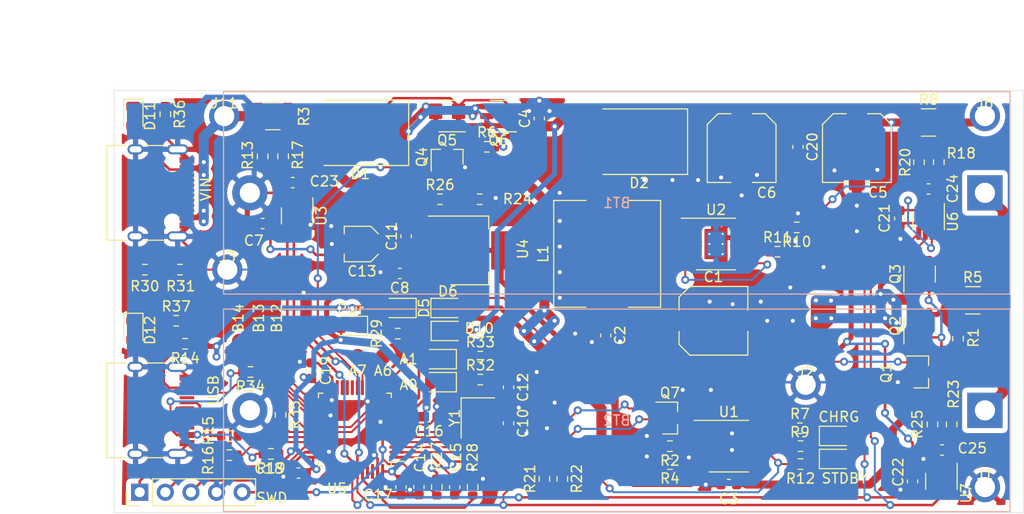
<source format=kicad_pcb>
(kicad_pcb (version 20171130) (host pcbnew "(5.1.7-0-10_14)")
  (layers (0 F.Cu signal) (31 B.Cu signal) (34 B.Paste user) (35 F.Paste user) (36 B.SilkS user) (37 F.SilkS user) (38 B.Mask user) (39 F.Mask user) (44 Edge.Cuts user))
  (net 0 "")
  (net 1 GND)
  (net 2 "Net-(C1-Pad1)")
  (net 3 +BATT)
  (net 4 VBUS)
  (net 5 +3V3)
  (net 6 +5V)
  (net 7 "Net-(C10-Pad2)")
  (net 8 "Net-(C12-Pad2)")
  (net 9 /nRST)
  (net 10 "Net-(C15-Pad1)")
  (net 11 VCC)
  (net 12 "Net-(D1-Pad1)")
  (net 13 "Net-(D2-Pad2)")
  (net 14 "Net-(D3-Pad1)")
  (net 15 "Net-(D4-Pad1)")
  (net 16 "Net-(D5-Pad2)")
  (net 17 "Net-(D7-Pad1)")
  (net 18 /BATT+)
  (net 19 /load)
  (net 20 "Net-(J7-PadB8)")
  (net 21 "Net-(J7-PadA5)")
  (net 22 "Net-(J7-PadA7)")
  (net 23 "Net-(J7-PadA8)")
  (net 24 "Net-(J7-PadB5)")
  (net 25 "Net-(J7-PadA6)")
  (net 26 /UART1_TX)
  (net 27 /UART1_RX)
  (net 28 /SWCLK)
  (net 29 /SWDIO)
  (net 30 /VIN+)
  (net 31 "Net-(J10-PadB8)")
  (net 32 "Net-(J10-PadA5)")
  (net 33 "Net-(J10-PadB7)")
  (net 34 "Net-(J10-PadA7)")
  (net 35 "Net-(J10-PadB6)")
  (net 36 "Net-(J10-PadA8)")
  (net 37 "Net-(J10-PadB5)")
  (net 38 "Net-(J10-PadA6)")
  (net 39 "Net-(Q1-Pad3)")
  (net 40 /BAT_EN)
  (net 41 "Net-(Q4-Pad3)")
  (net 42 /VIN_EN)
  (net 43 "Net-(Q7-Pad3)")
  (net 44 /nCHRG_EN)
  (net 45 "Net-(R2-Pad1)")
  (net 46 "Net-(R4-Pad1)")
  (net 47 /CHRG)
  (net 48 "Net-(R10-Pad2)")
  (net 49 /CHRG_STBY)
  (net 50 /USB_DM)
  (net 51 /USB_DP)
  (net 52 /I2C1_SDA)
  (net 53 /I2C1_SCL)
  (net 54 "Net-(R24-Pad2)")
  (net 55 "Net-(R28-Pad1)")
  (net 56 "Net-(U5-Pad46)")
  (net 57 "Net-(U5-Pad45)")
  (net 58 /I2C1_SMBAI)
  (net 59 "Net-(U5-Pad38)")
  (net 60 "Net-(U5-Pad29)")
  (net 61 "Net-(U5-Pad28)")
  (net 62 "Net-(U5-Pad22)")
  (net 63 "Net-(U5-Pad21)")
  (net 64 "Net-(U5-Pad15)")
  (net 65 "Net-(C23-Pad2)")
  (net 66 "Net-(C23-Pad1)")
  (net 67 "Net-(C24-Pad2)")
  (net 68 "Net-(C24-Pad1)")
  (net 69 "Net-(C25-Pad2)")
  (net 70 "Net-(C25-Pad1)")
  (net 71 "Net-(D8-Pad2)")
  (net 72 "Net-(D8-Pad1)")
  (net 73 "Net-(D9-Pad2)")
  (net 74 "Net-(D9-Pad1)")
  (net 75 "Net-(U5-Pad20)")
  (net 76 "Net-(U5-Pad40)")
  (net 77 "Net-(U5-Pad39)")
  (net 78 "Net-(U5-Pad19)")
  (net 79 "Net-(D11-Pad1)")
  (net 80 "Net-(D12-Pad2)")
  (net 81 "Net-(D12-Pad1)")
  (net 82 "Net-(J8-Pad1)")
  (net 83 "Net-(J5-Pad1)")
  (net 84 "Net-(J4-Pad1)")
  (net 85 "Net-(J13-Pad1)")
  (net 86 "Net-(J12-Pad1)")
  (module Crystal:Crystal_SMD_3225-4Pin_3.2x2.5mm (layer F.Cu) (at 76.708 70.612 270)
    (fp_text reference Y1 (at -0.02032 2.29108 270) (layer F.SilkS))
    (fp_text value 8M)
    (pad 4 smd rect (at -1.1 -0.85 270) (size 1.4 1.2) (layers F.Cu F.Paste F.Mask))
    (pad 2 smd rect (at 1.1 -0.85 270) (size 1.4 1.2) (layers F.Cu F.Paste F.Mask) (net 7 "Net-(C10-Pad2)"))
    (pad 3 smd rect (at 1.1 0.85 270) (size 1.4 1.2) (layers F.Cu F.Paste F.Mask))
    (pad 1 smd rect (at -1.1 0.85 270) (size 1.4 1.2) (layers F.Cu F.Paste F.Mask) (net 8 "Net-(C12-Pad2)"))
  )
  (module Battery:BatteryHolder_MPD_BH-18650-PC2 (layer B.Cu) (at 126.492 69.85 180)
    (fp_text reference BT2 (at 36 -1) (layer B.SilkS) (effects (justify mirror)))
    (fp_text value Battery_Cell)
    (pad 1 thru_hole rect (at -0.508 0 180) (size 3.5 3.5) (drill 2) (layers *.Cu *.Mask) (net 18 /BATT+))
    (pad 2 thru_hole circle (at 72.39 0 180) (size 3.5 3.5) (drill 2) (layers *.Cu *.Mask) (net 1 GND))
  )
  (module Resistor_SMD:R_0603_1608Metric (layer F.Cu) (at 56.198 74.168 180)
    (fp_text reference R19 (at 0 -1.43) (layer F.SilkS))
    (fp_text value 4k7)
    (pad 2 smd roundrect (at 0.825 0 180) (size 0.8 0.95) (layers F.Cu F.Paste F.Mask) (net 80 "Net-(D12-Pad2)"))
    (pad 1 smd roundrect (at -0.825 0 180) (size 0.8 0.95) (layers F.Cu F.Paste F.Mask) (net 51 /USB_DP))
  )
  (module hardware:testpoint (layer F.Cu) (at 64.79 66.294 180)
    (fp_text reference J13 hide)
    (fp_text value A7 (at 0 0.381) (layer F.SilkS))
    (pad 1 smd circle (at 0 1.778 180) (size 1.524 1.524) (layers F.Cu F.Paste F.Mask) (net 85 "Net-(J13-Pad1)"))
  )
  (module hardware:testpoint (layer F.Cu) (at 67.31 66.294 180)
    (fp_text reference J12 hide)
    (fp_text value A6 (at 0 0.381) (layer F.SilkS))
    (pad 1 smd circle (at 0 1.778 180) (size 1.524 1.524) (layers F.Cu F.Paste F.Mask) (net 86 "Net-(J12-Pad1)"))
  )
  (module hardware:testpoint (layer F.Cu) (at 53.086 61.214)
    (fp_text reference J8 hide)
    (fp_text value B14 (at -0.127 -0.508 90) (layer F.SilkS))
    (pad 1 smd circle (at 0 1.778) (size 1.524 1.524) (layers F.Cu F.Paste F.Mask) (net 82 "Net-(J8-Pad1)"))
  )
  (module hardware:testpoint (layer F.Cu) (at 54.991 61.214)
    (fp_text reference J5 hide)
    (fp_text value B13 (at 0 -0.508 90) (layer F.SilkS))
    (pad 1 smd circle (at 0 1.778) (size 1.524 1.524) (layers F.Cu F.Paste F.Mask) (net 83 "Net-(J5-Pad1)"))
  )
  (module hardware:testpoint (layer F.Cu) (at 56.896 61.214)
    (fp_text reference J4 hide)
    (fp_text value B12 (at -0.127 -0.508 90) (layer F.SilkS))
    (pad 1 smd circle (at 0 1.778) (size 1.524 1.524) (layers F.Cu F.Paste F.Mask) (net 84 "Net-(J4-Pad1)"))
  )
  (module Capacitor_SMD:C_0603_1608Metric (layer F.Cu) (at 70.866 77.457 270)
    (fp_text reference C14 (at -2.88798 -0.1143 270) (layer F.SilkS))
    (fp_text value 0.1u)
    (pad 2 smd roundrect (at 0.775 0 270) (size 0.9 0.95) (layers F.Cu F.Paste F.Mask) (net 1 GND))
    (pad 1 smd roundrect (at -0.775 0 270) (size 0.9 0.95) (layers F.Cu F.Paste F.Mask) (net 9 /nRST))
  )
  (module Resistor_SMD:R_0603_1608Metric (layer F.Cu) (at 46.8 60.96)
    (fp_text reference R37 (at 0 -1.43) (layer F.SilkS))
    (fp_text value 1k)
    (pad 2 smd roundrect (at 0.825 0) (size 0.8 0.95) (layers F.Cu F.Paste F.Mask) (net 1 GND))
    (pad 1 smd roundrect (at -0.825 0) (size 0.8 0.95) (layers F.Cu F.Paste F.Mask) (net 81 "Net-(D12-Pad1)"))
  )
  (module Resistor_SMD:R_0603_1608Metric (layer F.Cu) (at 45.72 40.45 270)
    (fp_text reference R36 (at 0 -1.43 90) (layer F.SilkS))
    (fp_text value 1k)
    (pad 2 smd roundrect (at 0.825 0 270) (size 0.8 0.95) (layers F.Cu F.Paste F.Mask) (net 1 GND))
    (pad 1 smd roundrect (at -0.825 0 270) (size 0.8 0.95) (layers F.Cu F.Paste F.Mask) (net 79 "Net-(D11-Pad1)"))
  )
  (module LED_SMD:LED_0805_2012Metric (layer F.Cu) (at 42.545 61.8975 270)
    (fp_text reference D12 (at 0 -1.65 90) (layer F.SilkS))
    (fp_text value VUSB)
    (pad 2 smd roundrect (at 0.9375 0 270) (size 0.975 1.4) (layers F.Cu F.Paste F.Mask) (net 80 "Net-(D12-Pad2)"))
    (pad 1 smd roundrect (at -0.9375 0 270) (size 0.975 1.4) (layers F.Cu F.Paste F.Mask) (net 81 "Net-(D12-Pad1)"))
  )
  (module LED_SMD:LED_0805_2012Metric (layer F.Cu) (at 42.545 40.64 270)
    (fp_text reference D11 (at 0 -1.65 90) (layer F.SilkS))
    (fp_text value VIN)
    (pad 2 smd roundrect (at 0.9375 0 270) (size 0.975 1.4) (layers F.Cu F.Paste F.Mask) (net 30 /VIN+))
    (pad 1 smd roundrect (at -0.9375 0 270) (size 0.975 1.4) (layers F.Cu F.Paste F.Mask) (net 79 "Net-(D11-Pad1)"))
  )
  (module ws2812b:conn1_2mm (layer F.Cu) (at 51.86426 55.88)
    (fp_text reference J3 (at 0 -1.27) (layer F.SilkS))
    (fp_text value GND hide)
    (pad 1 thru_hole circle (at 0 0) (size 3 3) (drill 2) (layers *.Cu *.Mask) (net 1 GND))
  )
  (module ws2812b:conn1_2mm (layer F.Cu) (at 109.22 67.31)
    (fp_text reference J2 (at 0 -1.27) (layer F.SilkS))
    (fp_text value VIN- hide)
    (pad 1 thru_hole circle (at 0 0) (size 3 3) (drill 2) (layers *.Cu *.Mask) (net 1 GND))
  )
  (module LED_SMD:LED_0805_2012Metric (layer F.Cu) (at 73.76414 61.97092)
    (fp_text reference D10 (at 3.08864 -0.25908) (layer F.SilkS))
    (fp_text value D)
    (pad 2 smd roundrect (at 0.9375 0) (size 0.975 1.4) (layers F.Cu F.Paste F.Mask) (net 4 VBUS))
    (pad 1 smd roundrect (at -0.9375 0) (size 0.975 1.4) (layers F.Cu F.Paste F.Mask) (net 6 +5V))
  )
  (module Package_SO:SOIC-8_3.9x4.9mm_P1.27mm (layer F.Cu) (at 101.6 73.406)
    (fp_text reference U1 (at 0 -3.4) (layer F.SilkS))
    (fp_text value TC4056)
    (pad 8 smd roundrect (at 2.475 -1.905) (size 1.95 0.6) (layers F.Cu F.Paste F.Mask) (net 43 "Net-(Q7-Pad3)"))
    (pad 7 smd roundrect (at 2.475 -0.635) (size 1.95 0.6) (layers F.Cu F.Paste F.Mask) (net 47 /CHRG))
    (pad 6 smd roundrect (at 2.475 0.635) (size 1.95 0.6) (layers F.Cu F.Paste F.Mask) (net 49 /CHRG_STBY))
    (pad 5 smd roundrect (at 2.475 1.905) (size 1.95 0.6) (layers F.Cu F.Paste F.Mask) (net 3 +BATT))
    (pad 4 smd roundrect (at -2.475 1.905) (size 1.95 0.6) (layers F.Cu F.Paste F.Mask) (net 11 VCC))
    (pad 3 smd roundrect (at -2.475 0.635) (size 1.95 0.6) (layers F.Cu F.Paste F.Mask) (net 1 GND))
    (pad 2 smd roundrect (at -2.475 -0.635) (size 1.95 0.6) (layers F.Cu F.Paste F.Mask) (net 46 "Net-(R4-Pad1)"))
    (pad 1 smd roundrect (at -2.475 -1.905) (size 1.95 0.6) (layers F.Cu F.Paste F.Mask) (net 45 "Net-(R2-Pad1)"))
  )
  (module Capacitor_SMD:C_0603_1608Metric (layer F.Cu) (at 89.39276 62.41034 270)
    (fp_text reference C2 (at 0 -1.43 90) (layer F.SilkS))
    (fp_text value 0.1uF)
    (pad 2 smd roundrect (at 0.775 0 270) (size 0.9 0.95) (layers F.Cu F.Paste F.Mask) (net 1 GND))
    (pad 1 smd roundrect (at -0.775 0 270) (size 0.9 0.95) (layers F.Cu F.Paste F.Mask) (net 2 "Net-(C1-Pad1)"))
  )
  (module Battery:BatteryHolder_MPD_BH-18650-PC2 (layer B.Cu) (at 126.492 48.26 180)
    (fp_text reference BT1 (at 36 -1) (layer B.SilkS) (effects (justify mirror)))
    (fp_text value Battery_Cell)
    (pad 1 thru_hole rect (at -0.508 0 180) (size 3.5 3.5) (drill 2) (layers *.Cu *.Mask) (net 18 /BATT+))
    (pad 2 thru_hole circle (at 72.39 0 180) (size 3.5 3.5) (drill 2) (layers *.Cu *.Mask) (net 1 GND))
  )
  (module Resistor_SMD:R_0603_1608Metric (layer F.Cu) (at 76.2 77.47 90)
    (fp_text reference R28 (at 2.93624 -0.02032 90) (layer F.SilkS))
    (fp_text value 10k)
    (pad 2 smd roundrect (at 0.825 0 90) (size 0.8 0.95) (layers F.Cu F.Paste F.Mask) (net 1 GND))
    (pad 1 smd roundrect (at -0.825 0 90) (size 0.8 0.95) (layers F.Cu F.Paste F.Mask) (net 55 "Net-(R28-Pad1)"))
  )
  (module Resistor_SMD:R_0603_1608Metric (layer F.Cu) (at 57.15 70.295 270)
    (fp_text reference R35 (at 0 -1.43 90) (layer F.SilkS))
    (fp_text value 100)
    (pad 2 smd roundrect (at 0.825 0 270) (size 0.8 0.95) (layers F.Cu F.Paste F.Mask) (net 27 /UART1_RX))
    (pad 1 smd roundrect (at -0.825 0 270) (size 0.8 0.95) (layers F.Cu F.Paste F.Mask) (net 20 "Net-(J7-PadB8)"))
  )
  (module Resistor_SMD:R_0603_1608Metric (layer F.Cu) (at 54.165 66.04 180)
    (fp_text reference R34 (at 0 -1.43) (layer F.SilkS))
    (fp_text value 100)
    (pad 2 smd roundrect (at 0.825 0 180) (size 0.8 0.95) (layers F.Cu F.Paste F.Mask) (net 23 "Net-(J7-PadA8)"))
    (pad 1 smd roundrect (at -0.825 0 180) (size 0.8 0.95) (layers F.Cu F.Paste F.Mask) (net 26 /UART1_TX))
  )
  (module Resistor_SMD:R_0603_1608Metric (layer F.Cu) (at 76.962 64.516)
    (fp_text reference R33 (at 0 -1.43) (layer F.SilkS))
    (fp_text value 1k)
    (pad 2 smd roundrect (at 0.825 0) (size 0.8 0.95) (layers F.Cu F.Paste F.Mask) (net 1 GND))
    (pad 1 smd roundrect (at -0.825 0) (size 0.8 0.95) (layers F.Cu F.Paste F.Mask) (net 74 "Net-(D9-Pad1)"))
  )
  (module Resistor_SMD:R_0603_1608Metric (layer F.Cu) (at 76.962 66.802)
    (fp_text reference R32 (at 0 -1.43) (layer F.SilkS))
    (fp_text value 1k)
    (pad 2 smd roundrect (at 0.825 0) (size 0.8 0.95) (layers F.Cu F.Paste F.Mask) (net 1 GND))
    (pad 1 smd roundrect (at -0.825 0) (size 0.8 0.95) (layers F.Cu F.Paste F.Mask) (net 72 "Net-(D8-Pad1)"))
  )
  (module LED_SMD:LED_0805_2012Metric (layer F.Cu) (at 72.898 64.77 180)
    (fp_text reference D9 hide)
    (fp_text value A1 (at 3.048 0) (layer F.SilkS))
    (pad 2 smd roundrect (at 0.9375 0 180) (size 0.975 1.4) (layers F.Cu F.Paste F.Mask) (net 73 "Net-(D9-Pad2)"))
    (pad 1 smd roundrect (at -0.9375 0 180) (size 0.975 1.4) (layers F.Cu F.Paste F.Mask) (net 74 "Net-(D9-Pad1)"))
  )
  (module LED_SMD:LED_0805_2012Metric (layer F.Cu) (at 72.898 67.056 180)
    (fp_text reference D8 hide)
    (fp_text value A0 (at 3.048 -0.254) (layer F.SilkS))
    (pad 2 smd roundrect (at 0.9375 0 180) (size 0.975 1.4) (layers F.Cu F.Paste F.Mask) (net 71 "Net-(D8-Pad2)"))
    (pad 1 smd roundrect (at -0.9375 0 180) (size 0.975 1.4) (layers F.Cu F.Paste F.Mask) (net 72 "Net-(D8-Pad1)"))
  )
  (module Capacitor_SMD:C_0603_1608Metric (layer F.Cu) (at 122.7455 73.787)
    (fp_text reference C25 (at 2.9972 -0.17018) (layer F.SilkS))
    (fp_text value 0.1uF)
    (pad 2 smd roundrect (at 0.775 0) (size 0.9 0.95) (layers F.Cu F.Paste F.Mask) (net 69 "Net-(C25-Pad2)"))
    (pad 1 smd roundrect (at -0.775 0) (size 0.9 0.95) (layers F.Cu F.Paste F.Mask) (net 70 "Net-(C25-Pad1)"))
  )
  (module Capacitor_SMD:C_0603_1608Metric (layer F.Cu) (at 121.4095 47.879)
    (fp_text reference C24 (at 2.38756 -0.0381 90) (layer F.SilkS))
    (fp_text value 0.1uF)
    (pad 2 smd roundrect (at 0.775 0) (size 0.9 0.95) (layers F.Cu F.Paste F.Mask) (net 67 "Net-(C24-Pad2)"))
    (pad 1 smd roundrect (at -0.775 0) (size 0.9 0.95) (layers F.Cu F.Paste F.Mask) (net 68 "Net-(C24-Pad1)"))
  )
  (module Capacitor_SMD:C_0603_1608Metric (layer F.Cu) (at 58.359 47.244)
    (fp_text reference C23 (at 3.12424 -0.12954) (layer F.SilkS))
    (fp_text value 0.1uF)
    (pad 2 smd roundrect (at 0.775 0) (size 0.9 0.95) (layers F.Cu F.Paste F.Mask) (net 65 "Net-(C23-Pad2)"))
    (pad 1 smd roundrect (at -0.775 0) (size 0.9 0.95) (layers F.Cu F.Paste F.Mask) (net 66 "Net-(C23-Pad1)"))
  )
  (module Capacitor_SMD:C_0603_1608Metric (layer F.Cu) (at 119.8245 76.8985 270)
    (fp_text reference C22 (at -0.91186 1.42748 90) (layer F.SilkS))
    (fp_text value 0.1uF)
    (pad 2 smd roundrect (at 0.775 0 270) (size 0.9 0.95) (layers F.Cu F.Paste F.Mask) (net 1 GND))
    (pad 1 smd roundrect (at -0.775 0 270) (size 0.9 0.95) (layers F.Cu F.Paste F.Mask) (net 5 +3V3))
  )
  (module Capacitor_SMD:C_0603_1608Metric (layer F.Cu) (at 118.5545 50.8 270)
    (fp_text reference C21 (at -0.02032 1.51384 90) (layer F.SilkS))
    (fp_text value 0.1uF)
    (pad 2 smd roundrect (at 0.775 0 270) (size 0.9 0.95) (layers F.Cu F.Paste F.Mask) (net 1 GND))
    (pad 1 smd roundrect (at -0.775 0 270) (size 0.9 0.95) (layers F.Cu F.Paste F.Mask) (net 5 +3V3))
  )
  (module Capacitor_SMD:C_0603_1608Metric (layer F.Cu) (at 108.458 43.701 270)
    (fp_text reference C20 (at 0 -1.43 90) (layer F.SilkS))
    (fp_text value 0.1uF)
    (pad 2 smd roundrect (at 0.775 0 270) (size 0.9 0.95) (layers F.Cu F.Paste F.Mask) (net 1 GND))
    (pad 1 smd roundrect (at -0.775 0 270) (size 0.9 0.95) (layers F.Cu F.Paste F.Mask) (net 4 VBUS))
  )
  (module Capacitor_SMD:C_0603_1608Metric (layer F.Cu) (at 60.198 65.913 270)
    (fp_text reference C19 (at 0 -1.43 90) (layer F.SilkS))
    (fp_text value 0.1uF)
    (pad 2 smd roundrect (at 0.775 0 270) (size 0.9 0.95) (layers F.Cu F.Paste F.Mask) (net 5 +3V3))
    (pad 1 smd roundrect (at -0.775 0 270) (size 0.9 0.95) (layers F.Cu F.Paste F.Mask) (net 1 GND))
  )
  (module Capacitor_SMD:C_0603_1608Metric (layer F.Cu) (at 58.928 76.073)
    (fp_text reference C18 (at -2.9464 -0.44958) (layer F.SilkS))
    (fp_text value 0.1uF)
    (pad 2 smd roundrect (at 0.775 0) (size 0.9 0.95) (layers F.Cu F.Paste F.Mask) (net 5 +3V3))
    (pad 1 smd roundrect (at -0.775 0) (size 0.9 0.95) (layers F.Cu F.Paste F.Mask) (net 1 GND))
  )
  (module Capacitor_SMD:C_0603_1608Metric (layer F.Cu) (at 69.088 77.47 90)
    (fp_text reference C17 (at -0.762 -2.286 180) (layer F.SilkS))
    (fp_text value 0.1uF)
    (pad 2 smd roundrect (at 0.775 0 90) (size 0.9 0.95) (layers F.Cu F.Paste F.Mask) (net 5 +3V3))
    (pad 1 smd roundrect (at -0.775 0 90) (size 0.9 0.95) (layers F.Cu F.Paste F.Mask) (net 1 GND))
  )
  (module Capacitor_SMD:C_0603_1608Metric (layer F.Cu) (at 71.882 70.485 180)
    (fp_text reference C16 (at 0 -1.43) (layer F.SilkS))
    (fp_text value 0.1uF)
    (pad 2 smd roundrect (at 0.775 0 180) (size 0.9 0.95) (layers F.Cu F.Paste F.Mask) (net 5 +3V3))
    (pad 1 smd roundrect (at -0.775 0 180) (size 0.9 0.95) (layers F.Cu F.Paste F.Mask) (net 1 GND))
  )
  (module Capacitor_SMD:C_0603_1608Metric (layer F.Cu) (at 74.422 77.47 270)
    (fp_text reference C15 (at -2.96164 -0.127 270) (layer F.SilkS))
    (fp_text value 0.1uF)
    (pad 2 smd roundrect (at 0.775 0 270) (size 0.9 0.95) (layers F.Cu F.Paste F.Mask) (net 1 GND))
    (pad 1 smd roundrect (at -0.775 0 270) (size 0.9 0.95) (layers F.Cu F.Paste F.Mask) (net 10 "Net-(C15-Pad1)"))
  )
  (module Capacitor_SMD:C_0603_1608Metric (layer F.Cu) (at 69.596 52.565 90)
    (fp_text reference C11 (at 0 -1.43 90) (layer F.SilkS))
    (fp_text value 0.1uF)
    (pad 2 smd roundrect (at 0.775 0 90) (size 0.9 0.95) (layers F.Cu F.Paste F.Mask) (net 1 GND))
    (pad 1 smd roundrect (at -0.775 0 90) (size 0.9 0.95) (layers F.Cu F.Paste F.Mask) (net 5 +3V3))
  )
  (module Capacitor_SMD:C_0603_1608Metric (layer F.Cu) (at 68.961 56.261 180)
    (fp_text reference C8 (at 0 -1.43) (layer F.SilkS))
    (fp_text value 0.1uF)
    (pad 2 smd roundrect (at 0.775 0 180) (size 0.9 0.95) (layers F.Cu F.Paste F.Mask) (net 1 GND))
    (pad 1 smd roundrect (at -0.775 0 180) (size 0.9 0.95) (layers F.Cu F.Paste F.Mask) (net 6 +5V))
  )
  (module Capacitor_SMD:C_0603_1608Metric (layer F.Cu) (at 55.372 51.308 180)
    (fp_text reference C7 (at 0.88138 -1.69418) (layer F.SilkS))
    (fp_text value 0.1uF)
    (pad 2 smd roundrect (at 0.775 0 180) (size 0.9 0.95) (layers F.Cu F.Paste F.Mask) (net 1 GND))
    (pad 1 smd roundrect (at -0.775 0 180) (size 0.9 0.95) (layers F.Cu F.Paste F.Mask) (net 5 +3V3))
  )
  (module Capacitor_SMD:C_0603_1608Metric (layer F.Cu) (at 82.804 40.881 90)
    (fp_text reference C4 (at 0 -1.43 90) (layer F.SilkS))
    (fp_text value 0.1uF)
    (pad 2 smd roundrect (at 0.775 0 90) (size 0.9 0.95) (layers F.Cu F.Paste F.Mask) (net 1 GND))
    (pad 1 smd roundrect (at -0.775 0 90) (size 0.9 0.95) (layers F.Cu F.Paste F.Mask) (net 4 VBUS))
  )
  (module Capacitor_SMD:C_0603_1608Metric (layer F.Cu) (at 101.6 77.216 180)
    (fp_text reference C3 (at 0 -1.43) (layer F.SilkS))
    (fp_text value 0.1uF)
    (pad 2 smd roundrect (at 0.775 0 180) (size 0.9 0.95) (layers F.Cu F.Paste F.Mask) (net 1 GND))
    (pad 1 smd roundrect (at -0.775 0 180) (size 0.9 0.95) (layers F.Cu F.Paste F.Mask) (net 3 +BATT))
  )
  (module Capacitor_SMD:C_0603_1608Metric (layer F.Cu) (at 79.756 67.564 270)
    (fp_text reference C12 (at 0 -1.43 90) (layer F.SilkS))
    (fp_text value 20p)
    (pad 2 smd roundrect (at 0.775 0 270) (size 0.9 0.95) (layers F.Cu F.Paste F.Mask) (net 8 "Net-(C12-Pad2)"))
    (pad 1 smd roundrect (at -0.775 0 270) (size 0.9 0.95) (layers F.Cu F.Paste F.Mask) (net 1 GND))
  )
  (module Capacitor_SMD:C_0603_1608Metric (layer F.Cu) (at 79.756 71.133 270)
    (fp_text reference C10 (at 0 -1.43 90) (layer F.SilkS))
    (fp_text value 20p)
    (pad 2 smd roundrect (at 0.775 0 270) (size 0.9 0.95) (layers F.Cu F.Paste F.Mask) (net 7 "Net-(C10-Pad2)"))
    (pad 1 smd roundrect (at -0.775 0 270) (size 0.9 0.95) (layers F.Cu F.Paste F.Mask) (net 1 GND))
  )
  (module Resistor_SMD:R_0603_1608Metric (layer F.Cu) (at 55.372 44.64 90)
    (fp_text reference R13 (at 0.10618 -1.4859 90) (layer F.SilkS))
    (fp_text value 100 hide)
    (pad 2 smd roundrect (at 0.825 0 90) (size 0.8 0.95) (layers F.Cu F.Paste F.Mask) (net 30 /VIN+))
    (pad 1 smd roundrect (at -0.825 0 90) (size 0.8 0.95) (layers F.Cu F.Paste F.Mask) (net 65 "Net-(C23-Pad2)"))
  )
  (module Resistor_SMD:R_0603_1608Metric (layer F.Cu) (at 57.404 44.64 90)
    (fp_text reference R17 (at 0.1265 1.45034 90) (layer F.SilkS))
    (fp_text value 100 hide)
    (pad 2 smd roundrect (at 0.825 0 90) (size 0.8 0.95) (layers F.Cu F.Paste F.Mask) (net 11 VCC))
    (pad 1 smd roundrect (at -0.825 0 90) (size 0.8 0.95) (layers F.Cu F.Paste F.Mask) (net 66 "Net-(C23-Pad1)"))
  )
  (module Package_TO_SOT_SMD:SOT-23-8 (layer F.Cu) (at 58.7935 50.5405 270)
    (fp_text reference U3 (at 0 -2.4 90) (layer F.SilkS))
    (fp_text value INA219AxDCN)
    (pad 8 smd roundrect (at 1.1375 -0.975 270) (size 1.325 0.5) (layers F.Cu F.Paste F.Mask) (net 1 GND))
    (pad 7 smd roundrect (at 1.1375 -0.325 270) (size 1.325 0.5) (layers F.Cu F.Paste F.Mask) (net 1 GND))
    (pad 6 smd roundrect (at 1.1375 0.325 270) (size 1.325 0.5) (layers F.Cu F.Paste F.Mask) (net 52 /I2C1_SDA))
    (pad 5 smd roundrect (at 1.1375 0.975 270) (size 1.325 0.5) (layers F.Cu F.Paste F.Mask) (net 53 /I2C1_SCL))
    (pad 4 smd roundrect (at -1.1375 0.975 270) (size 1.325 0.5) (layers F.Cu F.Paste F.Mask) (net 5 +3V3))
    (pad 3 smd roundrect (at -1.1375 0.325 270) (size 1.325 0.5) (layers F.Cu F.Paste F.Mask) (net 1 GND))
    (pad 2 smd roundrect (at -1.1375 -0.325 270) (size 1.325 0.5) (layers F.Cu F.Paste F.Mask) (net 66 "Net-(C23-Pad1)"))
    (pad 1 smd roundrect (at -1.1375 -0.975 270) (size 1.325 0.5) (layers F.Cu F.Paste F.Mask) (net 65 "Net-(C23-Pad2)"))
  )
  (module Resistor_SMD:R_0603_1608Metric (layer F.Cu) (at 121.793 71.247 90)
    (fp_text reference R25 (at 0.00762 -1.49606 90) (layer F.SilkS))
    (fp_text value 100)
    (pad 2 smd roundrect (at 0.825 0 90) (size 0.8 0.95) (layers F.Cu F.Paste F.Mask) (net 3 +BATT))
    (pad 1 smd roundrect (at -0.825 0 90) (size 0.8 0.95) (layers F.Cu F.Paste F.Mask) (net 70 "Net-(C25-Pad1)"))
  )
  (module Resistor_SMD:R_0603_1608Metric (layer F.Cu) (at 123.698 71.247 90)
    (fp_text reference R23 (at 3.00228 0.19558 90) (layer F.SilkS))
    (fp_text value 100)
    (pad 2 smd roundrect (at 0.825 0 90) (size 0.8 0.95) (layers F.Cu F.Paste F.Mask) (net 18 /BATT+))
    (pad 1 smd roundrect (at -0.825 0 90) (size 0.8 0.95) (layers F.Cu F.Paste F.Mask) (net 69 "Net-(C25-Pad2)"))
  )
  (module Resistor_SMD:R_0603_1608Metric (layer F.Cu) (at 120.4595 45.2125 90)
    (fp_text reference R20 (at -0.02236 -1.36652 90) (layer F.SilkS))
    (fp_text value 100)
    (pad 2 smd roundrect (at 0.825 0 90) (size 0.8 0.95) (layers F.Cu F.Paste F.Mask) (net 19 /load))
    (pad 1 smd roundrect (at -0.825 0 90) (size 0.8 0.95) (layers F.Cu F.Paste F.Mask) (net 68 "Net-(C24-Pad1)"))
  )
  (module Resistor_SMD:R_0603_1608Metric (layer F.Cu) (at 122.428 45.2125 90)
    (fp_text reference R18 (at 0.87426 2.21742 180) (layer F.SilkS))
    (fp_text value 100)
    (pad 2 smd roundrect (at 0.825 0 90) (size 0.8 0.95) (layers F.Cu F.Paste F.Mask) (net 4 VBUS))
    (pad 1 smd roundrect (at -0.825 0 90) (size 0.8 0.95) (layers F.Cu F.Paste F.Mask) (net 67 "Net-(C24-Pad2)"))
  )
  (module Package_TO_SOT_SMD:SOT-23-8 (layer F.Cu) (at 122.682 76.8985 270)
    (fp_text reference U7 (at 1.18364 -2.45618 90) (layer F.SilkS))
    (fp_text value INA219AxDCN)
    (pad 8 smd roundrect (at 1.1375 -0.975 270) (size 1.325 0.5) (layers F.Cu F.Paste F.Mask) (net 1 GND))
    (pad 7 smd roundrect (at 1.1375 -0.325 270) (size 1.325 0.5) (layers F.Cu F.Paste F.Mask) (net 5 +3V3))
    (pad 6 smd roundrect (at 1.1375 0.325 270) (size 1.325 0.5) (layers F.Cu F.Paste F.Mask) (net 52 /I2C1_SDA))
    (pad 5 smd roundrect (at 1.1375 0.975 270) (size 1.325 0.5) (layers F.Cu F.Paste F.Mask) (net 53 /I2C1_SCL))
    (pad 4 smd roundrect (at -1.1375 0.975 270) (size 1.325 0.5) (layers F.Cu F.Paste F.Mask) (net 5 +3V3))
    (pad 3 smd roundrect (at -1.1375 0.325 270) (size 1.325 0.5) (layers F.Cu F.Paste F.Mask) (net 1 GND))
    (pad 2 smd roundrect (at -1.1375 -0.325 270) (size 1.325 0.5) (layers F.Cu F.Paste F.Mask) (net 70 "Net-(C25-Pad1)"))
    (pad 1 smd roundrect (at -1.1375 -0.975 270) (size 1.325 0.5) (layers F.Cu F.Paste F.Mask) (net 69 "Net-(C25-Pad2)"))
  )
  (module Package_TO_SOT_SMD:SOT-23-8 (layer F.Cu) (at 121.412 51.1175 270)
    (fp_text reference U6 (at 0 -2.4 90) (layer F.SilkS))
    (fp_text value INA219AxDCN)
    (pad 8 smd roundrect (at 1.1375 -0.975 270) (size 1.325 0.5) (layers F.Cu F.Paste F.Mask) (net 1 GND))
    (pad 7 smd roundrect (at 1.1375 -0.325 270) (size 1.325 0.5) (layers F.Cu F.Paste F.Mask) (net 5 +3V3))
    (pad 6 smd roundrect (at 1.1375 0.325 270) (size 1.325 0.5) (layers F.Cu F.Paste F.Mask) (net 52 /I2C1_SDA))
    (pad 5 smd roundrect (at 1.1375 0.975 270) (size 1.325 0.5) (layers F.Cu F.Paste F.Mask) (net 53 /I2C1_SCL))
    (pad 4 smd roundrect (at -1.1375 0.975 270) (size 1.325 0.5) (layers F.Cu F.Paste F.Mask) (net 5 +3V3))
    (pad 3 smd roundrect (at -1.1375 0.325 270) (size 1.325 0.5) (layers F.Cu F.Paste F.Mask) (net 1 GND))
    (pad 2 smd roundrect (at -1.1375 -0.325 270) (size 1.325 0.5) (layers F.Cu F.Paste F.Mask) (net 68 "Net-(C24-Pad1)"))
    (pad 1 smd roundrect (at -1.1375 -0.975 270) (size 1.325 0.5) (layers F.Cu F.Paste F.Mask) (net 67 "Net-(C24-Pad2)"))
  )
  (module Capacitor_SMD:C_Elec_6.3x7.7 (layer F.Cu) (at 114.3 43.815 270)
    (fp_text reference C5 (at 4.40436 -2.08026 180) (layer F.SilkS))
    (fp_text value 220uF)
    (pad 2 smd roundrect (at 2.5375 0 270) (size 3.325 1.6) (layers F.Cu F.Paste F.Mask) (roundrect_rratio 0.15625) (net 1 GND))
    (pad 1 smd roundrect (at -2.5375 0 270) (size 3.325 1.6) (layers F.Cu F.Paste F.Mask) (roundrect_rratio 0.15625) (net 4 VBUS))
  )
  (module Capacitor_SMD:C_Elec_6.3x7.7 (layer F.Cu) (at 100.076 60.96)
    (fp_text reference C1 (at 0 -4.35) (layer F.SilkS))
    (fp_text value 22uF)
    (pad 2 smd roundrect (at 2.5375 0) (size 3.325 1.6) (layers F.Cu F.Paste F.Mask) (roundrect_rratio 0.15625) (net 1 GND))
    (pad 1 smd roundrect (at -2.5375 0) (size 3.325 1.6) (layers F.Cu F.Paste F.Mask) (roundrect_rratio 0.15625) (net 2 "Net-(C1-Pad1)"))
  )
  (module Capacitor_SMD:C_Elec_3x5.4 (layer F.Cu) (at 65.223 53.34 180)
    (fp_text reference C13 (at 0 -2.7) (layer F.SilkS))
    (fp_text value 22uf)
    (pad 2 smd roundrect (at 1.325 0 180) (size 2.35 1.5) (layers F.Cu F.Paste F.Mask) (roundrect_rratio 0.1666666666666667) (net 1 GND))
    (pad 1 smd roundrect (at -1.325 0 180) (size 2.35 1.5) (layers F.Cu F.Paste F.Mask) (roundrect_rratio 0.1666666666666667) (net 5 +3V3))
  )
  (module Package_TO_SOT_SMD:SOT-23-6 (layer F.Cu) (at 120.523 56.318 90)
    (fp_text reference Q3 (at 0 -2.4 90) (layer F.SilkS))
    (fp_text value IRFTS9342 hide)
    (pad 6 smd roundrect (at 1.1375 -0.95 90) (size 1.325 0.6) (layers F.Cu F.Paste F.Mask) (net 2 "Net-(C1-Pad1)"))
    (pad 5 smd roundrect (at 1.1375 0 90) (size 1.325 0.6) (layers F.Cu F.Paste F.Mask) (net 2 "Net-(C1-Pad1)"))
    (pad 4 smd roundrect (at 1.1375 0.95 90) (size 1.325 0.6) (layers F.Cu F.Paste F.Mask) (net 3 +BATT))
    (pad 3 smd roundrect (at -1.1375 0.95 90) (size 1.325 0.6) (layers F.Cu F.Paste F.Mask) (net 39 "Net-(Q1-Pad3)"))
    (pad 2 smd roundrect (at -1.1375 0 90) (size 1.325 0.6) (layers F.Cu F.Paste F.Mask) (net 2 "Net-(C1-Pad1)"))
    (pad 1 smd roundrect (at -1.1375 -0.95 90) (size 1.325 0.6) (layers F.Cu F.Paste F.Mask) (net 2 "Net-(C1-Pad1)"))
  )
  (module Package_TO_SOT_SMD:SOT-23-6 (layer F.Cu) (at 120.523 61.468 90)
    (fp_text reference Q2 (at 0 -2.4 90) (layer F.SilkS))
    (fp_text value IRFTS9342)
    (pad 6 smd roundrect (at 1.1375 -0.95 90) (size 1.325 0.6) (layers F.Cu F.Paste F.Mask) (net 2 "Net-(C1-Pad1)"))
    (pad 5 smd roundrect (at 1.1375 0 90) (size 1.325 0.6) (layers F.Cu F.Paste F.Mask) (net 2 "Net-(C1-Pad1)"))
    (pad 4 smd roundrect (at 1.1375 0.95 90) (size 1.325 0.6) (layers F.Cu F.Paste F.Mask) (net 3 +BATT))
    (pad 3 smd roundrect (at -1.1375 0.95 90) (size 1.325 0.6) (layers F.Cu F.Paste F.Mask) (net 39 "Net-(Q1-Pad3)"))
    (pad 2 smd roundrect (at -1.1375 0 90) (size 1.325 0.6) (layers F.Cu F.Paste F.Mask) (net 2 "Net-(C1-Pad1)"))
    (pad 1 smd roundrect (at -1.1375 -0.95 90) (size 1.325 0.6) (layers F.Cu F.Paste F.Mask) (net 2 "Net-(C1-Pad1)"))
  )
  (module ws2812b:conn1_2mm (layer F.Cu) (at 51.562 40.64)
    (fp_text reference J11 (at 0 -1.27) (layer F.SilkS))
    (fp_text value VIN+ hide)
    (pad 1 thru_hole circle (at 0 0) (size 3 3) (drill 2) (layers *.Cu *.Mask) (net 30 /VIN+))
  )
  (module ws2812b:conn1_2mm (layer F.Cu) (at 127 40.64)
    (fp_text reference J6 (at 0 -1.27) (layer F.SilkS))
    (fp_text value LOAD+ hide)
    (pad 1 thru_hole circle (at 0 0) (size 3 3) (drill 2) (layers *.Cu *.Mask) (net 19 /load))
  )
  (module ws2812b:conn1_2mm (layer F.Cu) (at 127 77.47)
    (fp_text reference J1 (at 0 -1.27) (layer F.SilkS))
    (fp_text value LOAD- hide)
    (pad 1 thru_hole circle (at 0 0) (size 3 3) (drill 2) (layers *.Cu *.Mask) (net 1 GND))
  )
  (module Resistor_SMD:R_0603_1608Metric (layer F.Cu) (at 47.18 55.88 180)
    (fp_text reference R31 (at -0.064 -1.651) (layer F.SilkS))
    (fp_text value 5k1)
    (pad 2 smd roundrect (at 0.825 0 180) (size 0.8 0.95) (layers F.Cu F.Paste F.Mask) (net 37 "Net-(J10-PadB5)"))
    (pad 1 smd roundrect (at -0.825 0 180) (size 0.8 0.95) (layers F.Cu F.Paste F.Mask) (net 1 GND))
  )
  (module Resistor_SMD:R_0603_1608Metric (layer F.Cu) (at 43.688 55.88)
    (fp_text reference R30 (at 0 1.651) (layer F.SilkS))
    (fp_text value 5k1)
    (pad 2 smd roundrect (at 0.825 0) (size 0.8 0.95) (layers F.Cu F.Paste F.Mask) (net 32 "Net-(J10-PadA5)"))
    (pad 1 smd roundrect (at -0.825 0) (size 0.8 0.95) (layers F.Cu F.Paste F.Mask) (net 1 GND))
  )
  (module Resistor_SMD:R_0603_1608Metric (layer F.Cu) (at 68.771 62.23)
    (fp_text reference R29 (at -2.096 0 90) (layer F.SilkS))
    (fp_text value R)
    (pad 2 smd roundrect (at 0.825 0) (size 0.8 0.95) (layers F.Cu F.Paste F.Mask) (net 1 GND))
    (pad 1 smd roundrect (at -0.825 0) (size 0.8 0.95) (layers F.Cu F.Paste F.Mask) (net 17 "Net-(D7-Pad1)"))
  )
  (module Resistor_SMD:R_0603_1608Metric (layer F.Cu) (at 72.644 77.47 90)
    (fp_text reference R27 (at 3.048 0 90) (layer F.SilkS))
    (fp_text value 10k)
    (pad 2 smd roundrect (at 0.825 0 90) (size 0.8 0.95) (layers F.Cu F.Paste F.Mask) (net 5 +3V3))
    (pad 1 smd roundrect (at -0.825 0 90) (size 0.8 0.95) (layers F.Cu F.Paste F.Mask) (net 9 /nRST))
  )
  (module Resistor_SMD:R_0603_1608Metric (layer F.Cu) (at 72.9615 48.895)
    (fp_text reference R26 (at 0 -1.43) (layer F.SilkS))
    (fp_text value 33k)
    (pad 2 smd roundrect (at 0.825 0) (size 0.8 0.95) (layers F.Cu F.Paste F.Mask) (net 54 "Net-(R24-Pad2)"))
    (pad 1 smd roundrect (at -0.825 0) (size 0.8 0.95) (layers F.Cu F.Paste F.Mask) (net 5 +3V3))
  )
  (module Resistor_SMD:R_0603_1608Metric (layer F.Cu) (at 76.898 48.895 180)
    (fp_text reference R24 (at -3.74954 0.02286) (layer F.SilkS))
    (fp_text value 22k)
    (pad 2 smd roundrect (at 0.825 0 180) (size 0.8 0.95) (layers F.Cu F.Paste F.Mask) (net 54 "Net-(R24-Pad2)"))
    (pad 1 smd roundrect (at -0.825 0 180) (size 0.8 0.95) (layers F.Cu F.Paste F.Mask) (net 1 GND))
  )
  (module Resistor_SMD:R_0603_1608Metric (layer F.Cu) (at 85.09 76.645 270)
    (fp_text reference R22 (at 0 -1.43 90) (layer F.SilkS))
    (fp_text value R)
    (pad 2 smd roundrect (at 0.825 0 270) (size 0.8 0.95) (layers F.Cu F.Paste F.Mask) (net 53 /I2C1_SCL))
    (pad 1 smd roundrect (at -0.825 0 270) (size 0.8 0.95) (layers F.Cu F.Paste F.Mask) (net 5 +3V3))
  )
  (module Resistor_SMD:R_0603_1608Metric (layer F.Cu) (at 83.312 76.645 90)
    (fp_text reference R21 (at 0 -1.43 90) (layer F.SilkS))
    (fp_text value 10k)
    (pad 2 smd roundrect (at 0.825 0 90) (size 0.8 0.95) (layers F.Cu F.Paste F.Mask) (net 5 +3V3))
    (pad 1 smd roundrect (at -0.825 0 90) (size 0.8 0.95) (layers F.Cu F.Paste F.Mask) (net 52 /I2C1_SDA))
  )
  (module Resistor_SMD:R_0603_1608Metric (layer F.Cu) (at 52.07 74.295 180)
    (fp_text reference R16 (at 2.10566 -0.52324 270) (layer F.SilkS))
    (fp_text value 20R)
    (pad 2 smd roundrect (at 0.825 0 180) (size 0.8 0.95) (layers F.Cu F.Paste F.Mask) (net 25 "Net-(J7-PadA6)"))
    (pad 1 smd roundrect (at -0.825 0 180) (size 0.8 0.95) (layers F.Cu F.Paste F.Mask) (net 51 /USB_DP))
  )
  (module Resistor_SMD:R_0603_1608Metric (layer F.Cu) (at 52.07 72.39 180)
    (fp_text reference R15 (at 2.08534 0.51816 270) (layer F.SilkS))
    (fp_text value 20R)
    (pad 2 smd roundrect (at 0.825 0 180) (size 0.8 0.95) (layers F.Cu F.Paste F.Mask) (net 22 "Net-(J7-PadA7)"))
    (pad 1 smd roundrect (at -0.825 0 180) (size 0.8 0.95) (layers F.Cu F.Paste F.Mask) (net 50 /USB_DM))
  )
  (module Resistor_SMD:R_0603_1608Metric (layer F.Cu) (at 47.689 63.246 180)
    (fp_text reference R14 (at 0 -1.43) (layer F.SilkS))
    (fp_text value R)
    (pad 2 smd roundrect (at 0.825 0 180) (size 0.8 0.95) (layers F.Cu F.Paste F.Mask) (net 80 "Net-(D12-Pad2)"))
    (pad 1 smd roundrect (at -0.825 0 180) (size 0.8 0.95) (layers F.Cu F.Paste F.Mask) (net 16 "Net-(D5-Pad2)"))
  )
  (module Resistor_SMD:R_0603_1608Metric (layer F.Cu) (at 108.712 75.184 180)
    (fp_text reference R12 (at 0 -1.43) (layer F.SilkS))
    (fp_text value R hide)
    (pad 2 smd roundrect (at 0.825 0 180) (size 0.8 0.95) (layers F.Cu F.Paste F.Mask) (net 49 /CHRG_STBY))
    (pad 1 smd roundrect (at -0.825 0 180) (size 0.8 0.95) (layers F.Cu F.Paste F.Mask) (net 15 "Net-(D4-Pad1)"))
  )
  (module Resistor_SMD:R_0603_1608Metric (layer F.Cu) (at 106.426 54.102)
    (fp_text reference R11 (at 0 -1.43) (layer F.SilkS))
    (fp_text value 10k hide)
    (pad 2 smd roundrect (at 0.825 0) (size 0.8 0.95) (layers F.Cu F.Paste F.Mask) (net 1 GND))
    (pad 1 smd roundrect (at -0.825 0) (size 0.8 0.95) (layers F.Cu F.Paste F.Mask) (net 48 "Net-(R10-Pad2)"))
  )
  (module Resistor_SMD:R_0603_1608Metric (layer F.Cu) (at 108.331 51.689 180)
    (fp_text reference R10 (at 0 -1.43) (layer F.SilkS))
    (fp_text value 90k9 hide)
    (pad 2 smd roundrect (at 0.825 0 180) (size 0.8 0.95) (layers F.Cu F.Paste F.Mask) (net 48 "Net-(R10-Pad2)"))
    (pad 1 smd roundrect (at -0.825 0 180) (size 0.8 0.95) (layers F.Cu F.Paste F.Mask) (net 4 VBUS))
  )
  (module Resistor_SMD:R_0603_1608Metric (layer F.Cu) (at 108.712 73.406 180)
    (fp_text reference R9 (at 0.063 1.397 180) (layer F.SilkS))
    (fp_text value R hide)
    (pad 2 smd roundrect (at 0.825 0 180) (size 0.8 0.95) (layers F.Cu F.Paste F.Mask) (net 47 /CHRG))
    (pad 1 smd roundrect (at -0.825 0 180) (size 0.8 0.95) (layers F.Cu F.Paste F.Mask) (net 14 "Net-(D3-Pad1)"))
  )
  (module Resistor_SMD:R_0603_1608Metric (layer F.Cu) (at 108.649 71.628)
    (fp_text reference R7 (at 0 -1.43) (layer F.SilkS))
    (fp_text value 10k)
    (pad 2 smd roundrect (at 0.825 0) (size 0.8 0.95) (layers F.Cu F.Paste F.Mask) (net 11 VCC))
    (pad 1 smd roundrect (at -0.825 0) (size 0.8 0.95) (layers F.Cu F.Paste F.Mask) (net 43 "Net-(Q7-Pad3)"))
  )
  (module Resistor_SMD:R_0603_1608Metric (layer F.Cu) (at 77.597 43.688)
    (fp_text reference R6 (at 0 -1.43) (layer F.SilkS))
    (fp_text value 100k)
    (pad 2 smd roundrect (at 0.825 0) (size 0.8 0.95) (layers F.Cu F.Paste F.Mask) (net 12 "Net-(D1-Pad1)"))
    (pad 1 smd roundrect (at -0.825 0) (size 0.8 0.95) (layers F.Cu F.Paste F.Mask) (net 41 "Net-(Q4-Pad3)"))
  )
  (module Resistor_SMD:R_0603_1608Metric (layer F.Cu) (at 95.758 75.184 180)
    (fp_text reference R4 (at 0 -1.43) (layer F.SilkS))
    (fp_text value R hide)
    (pad 2 smd roundrect (at 0.825 0 180) (size 0.8 0.95) (layers F.Cu F.Paste F.Mask) (net 1 GND))
    (pad 1 smd roundrect (at -0.825 0 180) (size 0.8 0.95) (layers F.Cu F.Paste F.Mask) (net 46 "Net-(R4-Pad1)"))
  )
  (module Resistor_SMD:R_0603_1608Metric (layer F.Cu) (at 95.758 73.406 180)
    (fp_text reference R2 (at 0 -1.43) (layer F.SilkS))
    (fp_text value 0 hide)
    (pad 2 smd roundrect (at 0.825 0 180) (size 0.8 0.95) (layers F.Cu F.Paste F.Mask) (net 1 GND))
    (pad 1 smd roundrect (at -0.825 0 180) (size 0.8 0.95) (layers F.Cu F.Paste F.Mask) (net 45 "Net-(R2-Pad1)"))
  )
  (module Resistor_SMD:R_0603_1608Metric (layer F.Cu) (at 124.333 62.738 90)
    (fp_text reference R1 (at 0.09398 1.52908 90) (layer F.SilkS))
    (fp_text value 100k)
    (pad 2 smd roundrect (at 0.825 0 90) (size 0.8 0.95) (layers F.Cu F.Paste F.Mask) (net 3 +BATT))
    (pad 1 smd roundrect (at -0.825 0 90) (size 0.8 0.95) (layers F.Cu F.Paste F.Mask) (net 39 "Net-(Q1-Pad3)"))
  )
  (module Package_QFP:LQFP-48_7x7mm_P0.5mm (layer F.Cu) (at 64.516 71.755 180)
    (fp_text reference U5 (at 1.778 -5.85) (layer F.SilkS))
    (fp_text value STM32F103C8Tx)
    (pad 48 smd roundrect (at -2.75 -4.1625 180) (size 0.3 1.475) (layers F.Cu F.Paste F.Mask) (net 5 +3V3))
    (pad 47 smd roundrect (at -2.25 -4.1625 180) (size 0.3 1.475) (layers F.Cu F.Paste F.Mask) (net 1 GND))
    (pad 46 smd roundrect (at -1.75 -4.1625 180) (size 0.3 1.475) (layers F.Cu F.Paste F.Mask) (net 56 "Net-(U5-Pad46)"))
    (pad 45 smd roundrect (at -1.25 -4.1625 180) (size 0.3 1.475) (layers F.Cu F.Paste F.Mask) (net 57 "Net-(U5-Pad45)"))
    (pad 44 smd roundrect (at -0.75 -4.1625 180) (size 0.3 1.475) (layers F.Cu F.Paste F.Mask) (net 55 "Net-(R28-Pad1)"))
    (pad 43 smd roundrect (at -0.25 -4.1625 180) (size 0.3 1.475) (layers F.Cu F.Paste F.Mask) (net 52 /I2C1_SDA))
    (pad 42 smd roundrect (at 0.25 -4.1625 180) (size 0.3 1.475) (layers F.Cu F.Paste F.Mask) (net 53 /I2C1_SCL))
    (pad 41 smd roundrect (at 0.75 -4.1625 180) (size 0.3 1.475) (layers F.Cu F.Paste F.Mask) (net 58 /I2C1_SMBAI))
    (pad 40 smd roundrect (at 1.25 -4.1625 180) (size 0.3 1.475) (layers F.Cu F.Paste F.Mask) (net 76 "Net-(U5-Pad40)"))
    (pad 39 smd roundrect (at 1.75 -4.1625 180) (size 0.3 1.475) (layers F.Cu F.Paste F.Mask) (net 77 "Net-(U5-Pad39)"))
    (pad 38 smd roundrect (at 2.25 -4.1625 180) (size 0.3 1.475) (layers F.Cu F.Paste F.Mask) (net 59 "Net-(U5-Pad38)"))
    (pad 37 smd roundrect (at 2.75 -4.1625 180) (size 0.3 1.475) (layers F.Cu F.Paste F.Mask) (net 28 /SWCLK))
    (pad 36 smd roundrect (at 4.1625 -2.75 180) (size 1.475 0.3) (layers F.Cu F.Paste F.Mask) (net 5 +3V3))
    (pad 35 smd roundrect (at 4.1625 -2.25 180) (size 1.475 0.3) (layers F.Cu F.Paste F.Mask) (net 1 GND))
    (pad 34 smd roundrect (at 4.1625 -1.75 180) (size 1.475 0.3) (layers F.Cu F.Paste F.Mask) (net 29 /SWDIO))
    (pad 33 smd roundrect (at 4.1625 -1.25 180) (size 1.475 0.3) (layers F.Cu F.Paste F.Mask) (net 51 /USB_DP))
    (pad 32 smd roundrect (at 4.1625 -0.75 180) (size 1.475 0.3) (layers F.Cu F.Paste F.Mask) (net 50 /USB_DM))
    (pad 31 smd roundrect (at 4.1625 -0.25 180) (size 1.475 0.3) (layers F.Cu F.Paste F.Mask) (net 27 /UART1_RX))
    (pad 30 smd roundrect (at 4.1625 0.25 180) (size 1.475 0.3) (layers F.Cu F.Paste F.Mask) (net 26 /UART1_TX))
    (pad 29 smd roundrect (at 4.1625 0.75 180) (size 1.475 0.3) (layers F.Cu F.Paste F.Mask) (net 60 "Net-(U5-Pad29)"))
    (pad 28 smd roundrect (at 4.1625 1.25 180) (size 1.475 0.3) (layers F.Cu F.Paste F.Mask) (net 61 "Net-(U5-Pad28)"))
    (pad 27 smd roundrect (at 4.1625 1.75 180) (size 1.475 0.3) (layers F.Cu F.Paste F.Mask) (net 82 "Net-(J8-Pad1)"))
    (pad 26 smd roundrect (at 4.1625 2.25 180) (size 1.475 0.3) (layers F.Cu F.Paste F.Mask) (net 83 "Net-(J5-Pad1)"))
    (pad 25 smd roundrect (at 4.1625 2.75 180) (size 1.475 0.3) (layers F.Cu F.Paste F.Mask) (net 84 "Net-(J4-Pad1)"))
    (pad 24 smd roundrect (at 2.75 4.1625 180) (size 0.3 1.475) (layers F.Cu F.Paste F.Mask) (net 5 +3V3))
    (pad 23 smd roundrect (at 2.25 4.1625 180) (size 0.3 1.475) (layers F.Cu F.Paste F.Mask) (net 1 GND))
    (pad 22 smd roundrect (at 1.75 4.1625 180) (size 0.3 1.475) (layers F.Cu F.Paste F.Mask) (net 62 "Net-(U5-Pad22)"))
    (pad 21 smd roundrect (at 1.25 4.1625 180) (size 0.3 1.475) (layers F.Cu F.Paste F.Mask) (net 63 "Net-(U5-Pad21)"))
    (pad 20 smd roundrect (at 0.75 4.1625 180) (size 0.3 1.475) (layers F.Cu F.Paste F.Mask) (net 75 "Net-(U5-Pad20)"))
    (pad 19 smd roundrect (at 0.25 4.1625 180) (size 0.3 1.475) (layers F.Cu F.Paste F.Mask) (net 78 "Net-(U5-Pad19)"))
    (pad 18 smd roundrect (at -0.25 4.1625 180) (size 0.3 1.475) (layers F.Cu F.Paste F.Mask) (net 42 /VIN_EN))
    (pad 17 smd roundrect (at -0.75 4.1625 180) (size 0.3 1.475) (layers F.Cu F.Paste F.Mask) (net 85 "Net-(J13-Pad1)"))
    (pad 16 smd roundrect (at -1.25 4.1625 180) (size 0.3 1.475) (layers F.Cu F.Paste F.Mask) (net 86 "Net-(J12-Pad1)"))
    (pad 15 smd roundrect (at -1.75 4.1625 180) (size 0.3 1.475) (layers F.Cu F.Paste F.Mask) (net 64 "Net-(U5-Pad15)"))
    (pad 14 smd roundrect (at -2.25 4.1625 180) (size 0.3 1.475) (layers F.Cu F.Paste F.Mask) (net 40 /BAT_EN))
    (pad 13 smd roundrect (at -2.75 4.1625 180) (size 0.3 1.475) (layers F.Cu F.Paste F.Mask) (net 26 /UART1_TX))
    (pad 12 smd roundrect (at -4.1625 2.75 180) (size 1.475 0.3) (layers F.Cu F.Paste F.Mask) (net 27 /UART1_RX))
    (pad 11 smd roundrect (at -4.1625 2.25 180) (size 1.475 0.3) (layers F.Cu F.Paste F.Mask) (net 73 "Net-(D9-Pad2)"))
    (pad 10 smd roundrect (at -4.1625 1.75 180) (size 1.475 0.3) (layers F.Cu F.Paste F.Mask) (net 71 "Net-(D8-Pad2)"))
    (pad 9 smd roundrect (at -4.1625 1.25 180) (size 1.475 0.3) (layers F.Cu F.Paste F.Mask) (net 5 +3V3))
    (pad 8 smd roundrect (at -4.1625 0.75 180) (size 1.475 0.3) (layers F.Cu F.Paste F.Mask) (net 1 GND))
    (pad 7 smd roundrect (at -4.1625 0.25 180) (size 1.475 0.3) (layers F.Cu F.Paste F.Mask) (net 9 /nRST))
    (pad 6 smd roundrect (at -4.1625 -0.25 180) (size 1.475 0.3) (layers F.Cu F.Paste F.Mask) (net 8 "Net-(C12-Pad2)"))
    (pad 5 smd roundrect (at -4.1625 -0.75 180) (size 1.475 0.3) (layers F.Cu F.Paste F.Mask) (net 7 "Net-(C10-Pad2)"))
    (pad 4 smd roundrect (at -4.1625 -1.25 180) (size 1.475 0.3) (layers F.Cu F.Paste F.Mask) (net 44 /nCHRG_EN))
    (pad 3 smd roundrect (at -4.1625 -1.75 180) (size 1.475 0.3) (layers F.Cu F.Paste F.Mask) (net 47 /CHRG))
    (pad 2 smd roundrect (at -4.1625 -2.25 180) (size 1.475 0.3) (layers F.Cu F.Paste F.Mask) (net 49 /CHRG_STBY))
    (pad 1 smd roundrect (at -4.1625 -2.75 180) (size 1.475 0.3) (layers F.Cu F.Paste F.Mask) (net 10 "Net-(C15-Pad1)"))
  )
  (module Package_TO_SOT_SMD:SOT-223-3_TabPin2 (layer F.Cu) (at 75.8825 53.975)
    (fp_text reference U4 (at 5.29336 -0.13716 270) (layer F.SilkS))
    (fp_text value AMS1117)
    (pad 1 smd rect (at -3.15 -2.3) (size 2 1.5) (layers F.Cu F.Paste F.Mask) (net 54 "Net-(R24-Pad2)"))
    (pad 3 smd rect (at -3.15 2.3) (size 2 1.5) (layers F.Cu F.Paste F.Mask) (net 6 +5V))
    (pad 2 smd rect (at -3.15 0) (size 2 1.5) (layers F.Cu F.Paste F.Mask) (net 5 +3V3))
    (pad 2 smd rect (at 3.15 0) (size 2 3.8) (layers F.Cu F.Paste F.Mask) (net 5 +3V3))
  )
  (module Package_SO:SOIC-8-1EP_3.9x4.9mm_P1.27mm_EP2.29x3mm_ThermalVias (layer F.Cu) (at 100.33 53.34)
    (fp_text reference U2 (at 0 -3.4) (layer F.SilkS))
    (fp_text value XR2981)
    (pad 9 smd rect (at 0 0) (size 1.8 2.5) (layers B.Cu) (net 1 GND))
    (pad 9 thru_hole circle (at 0.65 1) (size 0.5 0.5) (drill 0.2) (layers *.Cu) (net 1 GND))
    (pad 9 thru_hole circle (at -0.65 1) (size 0.5 0.5) (drill 0.2) (layers *.Cu) (net 1 GND))
    (pad 9 thru_hole circle (at 0.65 0) (size 0.5 0.5) (drill 0.2) (layers *.Cu) (net 1 GND))
    (pad 9 thru_hole circle (at -0.65 0) (size 0.5 0.5) (drill 0.2) (layers *.Cu) (net 1 GND))
    (pad 9 thru_hole circle (at 0.65 -1) (size 0.5 0.5) (drill 0.2) (layers *.Cu) (net 1 GND))
    (pad 9 thru_hole circle (at -0.65 -1) (size 0.5 0.5) (drill 0.2) (layers *.Cu) (net 1 GND))
    (pad 9 smd rect (at 0 0) (size 2.29 3) (layers F.Cu F.Mask) (net 1 GND))
    (pad 8 smd roundrect (at 2.475 -1.905) (size 1.95 0.6) (layers F.Cu F.Paste F.Mask) (net 1 GND))
    (pad 7 smd roundrect (at 2.475 -0.635) (size 1.95 0.6) (layers F.Cu F.Paste F.Mask) (net 1 GND))
    (pad 6 smd roundrect (at 2.475 0.635) (size 1.95 0.6) (layers F.Cu F.Paste F.Mask) (net 48 "Net-(R10-Pad2)"))
    (pad 5 smd roundrect (at 2.475 1.905) (size 1.95 0.6) (layers F.Cu F.Paste F.Mask) (net 2 "Net-(C1-Pad1)"))
    (pad 4 smd roundrect (at -2.475 1.905) (size 1.95 0.6) (layers F.Cu F.Paste F.Mask) (net 2 "Net-(C1-Pad1)"))
    (pad 3 smd roundrect (at -2.475 0.635) (size 1.95 0.6) (layers F.Cu F.Paste F.Mask) (net 2 "Net-(C1-Pad1)"))
    (pad 2 smd roundrect (at -2.475 -0.635) (size 1.95 0.6) (layers F.Cu F.Paste F.Mask) (net 13 "Net-(D2-Pad2)"))
    (pad 1 smd roundrect (at -2.475 -1.905) (size 1.95 0.6) (layers F.Cu F.Paste F.Mask) (net 13 "Net-(D2-Pad2)"))
  )
  (module Resistor_SMD:R_1210_3225Metric (layer F.Cu) (at 121.412 41.275)
    (fp_text reference R8 (at 0 -2.28) (layer F.SilkS))
    (fp_text value SHUNT)
    (pad 2 smd roundrect (at 1.4625 0) (size 1.125 2.65) (layers F.Cu F.Paste F.Mask) (roundrect_rratio 0.2222204444444444) (net 19 /load))
    (pad 1 smd roundrect (at -1.4625 0) (size 1.125 2.65) (layers F.Cu F.Paste F.Mask) (roundrect_rratio 0.2222204444444444) (net 4 VBUS))
  )
  (module Resistor_SMD:R_1210_3225Metric (layer F.Cu) (at 125.7915 58.928)
    (fp_text reference R5 (at 0 -2.28) (layer F.SilkS))
    (fp_text value SHUNT)
    (pad 2 smd roundrect (at 1.4625 0) (size 1.125 2.65) (layers F.Cu F.Paste F.Mask) (roundrect_rratio 0.2222204444444444) (net 18 /BATT+))
    (pad 1 smd roundrect (at -1.4625 0) (size 1.125 2.65) (layers F.Cu F.Paste F.Mask) (roundrect_rratio 0.2222204444444444) (net 3 +BATT))
  )
  (module Resistor_SMD:R_1210_3225Metric (layer F.Cu) (at 56.388 40.64 180)
    (fp_text reference R3 (at -3.08356 -0.04572 90) (layer F.SilkS))
    (fp_text value SHUNT hide)
    (pad 2 smd roundrect (at 1.4625 0 180) (size 1.125 2.65) (layers F.Cu F.Paste F.Mask) (roundrect_rratio 0.2222204444444444) (net 30 /VIN+))
    (pad 1 smd roundrect (at -1.4625 0 180) (size 1.125 2.65) (layers F.Cu F.Paste F.Mask) (roundrect_rratio 0.2222204444444444) (net 11 VCC))
  )
  (module Package_TO_SOT_SMD:SOT-23 (layer F.Cu) (at 95.758 70.612)
    (fp_text reference Q7 (at 0 -2.5) (layer F.SilkS))
    (fp_text value AO3400)
    (pad 3 smd rect (at 1 0) (size 0.9 0.8) (layers F.Cu F.Paste F.Mask) (net 43 "Net-(Q7-Pad3)"))
    (pad 2 smd rect (at -1 0.95) (size 0.9 0.8) (layers F.Cu F.Paste F.Mask) (net 1 GND))
    (pad 1 smd rect (at -1 -0.95) (size 0.9 0.8) (layers F.Cu F.Paste F.Mask) (net 44 /nCHRG_EN))
  )
  (module Package_TO_SOT_SMD:SOT-23-6 (layer F.Cu) (at 78.74 40.64 180)
    (fp_text reference Q6 (at 0 -2.4) (layer F.SilkS))
    (fp_text value irfts9342)
    (pad 6 smd roundrect (at 1.1375 -0.95 180) (size 1.325 0.6) (layers F.Cu F.Paste F.Mask) (net 4 VBUS))
    (pad 5 smd roundrect (at 1.1375 0 180) (size 1.325 0.6) (layers F.Cu F.Paste F.Mask) (net 4 VBUS))
    (pad 4 smd roundrect (at 1.1375 0.95 180) (size 1.325 0.6) (layers F.Cu F.Paste F.Mask) (net 12 "Net-(D1-Pad1)"))
    (pad 3 smd roundrect (at -1.1375 0.95 180) (size 1.325 0.6) (layers F.Cu F.Paste F.Mask) (net 41 "Net-(Q4-Pad3)"))
    (pad 2 smd roundrect (at -1.1375 0 180) (size 1.325 0.6) (layers F.Cu F.Paste F.Mask) (net 4 VBUS))
    (pad 1 smd roundrect (at -1.1375 -0.95 180) (size 1.325 0.6) (layers F.Cu F.Paste F.Mask) (net 4 VBUS))
  )
  (module Package_TO_SOT_SMD:SOT-23-6 (layer F.Cu) (at 73.66 40.64 180)
    (fp_text reference Q5 (at 0 -2.4) (layer F.SilkS))
    (fp_text value irfts9342)
    (pad 6 smd roundrect (at 1.1375 -0.95 180) (size 1.325 0.6) (layers F.Cu F.Paste F.Mask) (net 4 VBUS))
    (pad 5 smd roundrect (at 1.1375 0 180) (size 1.325 0.6) (layers F.Cu F.Paste F.Mask) (net 4 VBUS))
    (pad 4 smd roundrect (at 1.1375 0.95 180) (size 1.325 0.6) (layers F.Cu F.Paste F.Mask) (net 12 "Net-(D1-Pad1)"))
    (pad 3 smd roundrect (at -1.1375 0.95 180) (size 1.325 0.6) (layers F.Cu F.Paste F.Mask) (net 41 "Net-(Q4-Pad3)"))
    (pad 2 smd roundrect (at -1.1375 0 180) (size 1.325 0.6) (layers F.Cu F.Paste F.Mask) (net 4 VBUS))
    (pad 1 smd roundrect (at -1.1375 -0.95 180) (size 1.325 0.6) (layers F.Cu F.Paste F.Mask) (net 4 VBUS))
  )
  (module Package_TO_SOT_SMD:SOT-23 (layer F.Cu) (at 73.66 44.704 90)
    (fp_text reference Q4 (at 0 -2.5 90) (layer F.SilkS))
    (fp_text value AO3400)
    (pad 3 smd rect (at 1 0 90) (size 0.9 0.8) (layers F.Cu F.Paste F.Mask) (net 41 "Net-(Q4-Pad3)"))
    (pad 2 smd rect (at -1 0.95 90) (size 0.9 0.8) (layers F.Cu F.Paste F.Mask) (net 1 GND))
    (pad 1 smd rect (at -1 -0.95 90) (size 0.9 0.8) (layers F.Cu F.Paste F.Mask) (net 42 /VIN_EN))
  )
  (module Package_TO_SOT_SMD:SOT-23 (layer F.Cu) (at 120.65 66.04)
    (fp_text reference Q1 (at -3.43154 0.11176 270) (layer F.SilkS))
    (fp_text value AO3400)
    (pad 3 smd rect (at 1 0) (size 0.9 0.8) (layers F.Cu F.Paste F.Mask) (net 39 "Net-(Q1-Pad3)"))
    (pad 2 smd rect (at -1 0.95) (size 0.9 0.8) (layers F.Cu F.Paste F.Mask) (net 1 GND))
    (pad 1 smd rect (at -1 -0.95) (size 0.9 0.8) (layers F.Cu F.Paste F.Mask) (net 40 /BAT_EN))
  )
  (module Inductor_SMD:L_10.4x10.4_H4.8 (layer F.Cu) (at 89.535 54.315 90)
    (fp_text reference L1 (at 0 -6.35 90) (layer F.SilkS))
    (fp_text value 2.2uH)
    (pad 2 smd rect (at 4.15 0 90) (size 2.7 3.6) (layers F.Cu F.Paste F.Mask) (net 13 "Net-(D2-Pad2)"))
    (pad 1 smd rect (at -4.15 0 90) (size 2.7 3.6) (layers F.Cu F.Paste F.Mask) (net 2 "Net-(C1-Pad1)"))
  )
  (module Connector_USB:USB_C_Receptacle_HRO_TYPE-C-31-M-12 (layer F.Cu) (at 43.815 48.26 270)
    (fp_text reference J10 hide)
    (fp_text value VIN (at -0.37084 -5.93344 270) (layer F.SilkS))
    (pad B1 smd rect (at 3.25 -4.045 270) (size 0.6 1.45) (layers F.Cu F.Paste F.Mask) (net 1 GND))
    (pad A9 smd rect (at 2.45 -4.045 270) (size 0.6 1.45) (layers F.Cu F.Paste F.Mask) (net 30 /VIN+))
    (pad B9 smd rect (at -2.45 -4.045 270) (size 0.6 1.45) (layers F.Cu F.Paste F.Mask) (net 30 /VIN+))
    (pad B12 smd rect (at -3.25 -4.045 270) (size 0.6 1.45) (layers F.Cu F.Paste F.Mask) (net 1 GND))
    (pad A1 smd rect (at -3.25 -4.045 270) (size 0.6 1.45) (layers F.Cu F.Paste F.Mask) (net 1 GND))
    (pad A4 smd rect (at -2.45 -4.045 270) (size 0.6 1.45) (layers F.Cu F.Paste F.Mask) (net 30 /VIN+))
    (pad B4 smd rect (at 2.45 -4.045 270) (size 0.6 1.45) (layers F.Cu F.Paste F.Mask) (net 30 /VIN+))
    (pad A12 smd rect (at 3.25 -4.045 270) (size 0.6 1.45) (layers F.Cu F.Paste F.Mask) (net 1 GND))
    (pad B8 smd rect (at -1.75 -4.045 270) (size 0.3 1.45) (layers F.Cu F.Paste F.Mask) (net 31 "Net-(J10-PadB8)"))
    (pad A5 smd rect (at -1.25 -4.045 270) (size 0.3 1.45) (layers F.Cu F.Paste F.Mask) (net 32 "Net-(J10-PadA5)"))
    (pad B7 smd rect (at -0.75 -4.045 270) (size 0.3 1.45) (layers F.Cu F.Paste F.Mask) (net 33 "Net-(J10-PadB7)"))
    (pad A7 smd rect (at 0.25 -4.045 270) (size 0.3 1.45) (layers F.Cu F.Paste F.Mask) (net 34 "Net-(J10-PadA7)"))
    (pad B6 smd rect (at 0.75 -4.045 270) (size 0.3 1.45) (layers F.Cu F.Paste F.Mask) (net 35 "Net-(J10-PadB6)"))
    (pad A8 smd rect (at 1.25 -4.045 270) (size 0.3 1.45) (layers F.Cu F.Paste F.Mask) (net 36 "Net-(J10-PadA8)"))
    (pad B5 smd rect (at 1.75 -4.045 270) (size 0.3 1.45) (layers F.Cu F.Paste F.Mask) (net 37 "Net-(J10-PadB5)"))
    (pad A6 smd rect (at -0.25 -4.045 270) (size 0.3 1.45) (layers F.Cu F.Paste F.Mask) (net 38 "Net-(J10-PadA6)"))
    (pad S1 thru_hole oval (at 4.32 -3.13 270) (size 1 2.1) (drill oval 0.6 1.7) (layers *.Cu *.Mask) (net 1 GND))
    (pad S1 thru_hole oval (at -4.32 -3.13 270) (size 1 2.1) (drill oval 0.6 1.7) (layers *.Cu *.Mask) (net 1 GND))
    (pad "" np_thru_hole circle (at -2.89 -2.6 270) (size 0.65 0.65) (drill 0.65) (layers *.Cu *.Mask))
    (pad S1 thru_hole oval (at -4.32 1.05 270) (size 1 1.6) (drill oval 0.6 1.2) (layers *.Cu *.Mask) (net 1 GND))
    (pad "" np_thru_hole circle (at 2.89 -2.6 270) (size 0.65 0.65) (drill 0.65) (layers *.Cu *.Mask))
    (pad S1 thru_hole oval (at 4.32 1.05 270) (size 1 1.6) (drill oval 0.6 1.2) (layers *.Cu *.Mask) (net 1 GND))
  )
  (module Connector_PinHeader_2.54mm:PinHeader_1x05_P2.54mm_Vertical (layer F.Cu) (at 43.18 77.978 90)
    (fp_text reference J9 hide)
    (fp_text value SWD (at -0.56134 13.09878) (layer F.SilkS))
    (pad 5 thru_hole oval (at 0 10.16 90) (size 1.7 1.7) (drill 1) (layers *.Cu *.Mask) (net 9 /nRST))
    (pad 4 thru_hole oval (at 0 7.62 90) (size 1.7 1.7) (drill 1) (layers *.Cu *.Mask) (net 1 GND))
    (pad 3 thru_hole oval (at 0 5.08 90) (size 1.7 1.7) (drill 1) (layers *.Cu *.Mask) (net 28 /SWCLK))
    (pad 2 thru_hole oval (at 0 2.54 90) (size 1.7 1.7) (drill 1) (layers *.Cu *.Mask) (net 29 /SWDIO))
    (pad 1 thru_hole rect (at 0 0 90) (size 1.7 1.7) (drill 1) (layers *.Cu *.Mask) (net 5 +3V3))
  )
  (module Connector_USB:USB_C_Receptacle_HRO_TYPE-C-31-M-12 (layer F.Cu) (at 43.815 69.85 270)
    (fp_text reference J7 hide)
    (fp_text value USB (at -1.9939 -6.67512 90) (layer F.SilkS))
    (pad B1 smd rect (at 3.25 -4.045 270) (size 0.6 1.45) (layers F.Cu F.Paste F.Mask) (net 1 GND))
    (pad A9 smd rect (at 2.45 -4.045 270) (size 0.6 1.45) (layers F.Cu F.Paste F.Mask) (net 80 "Net-(D12-Pad2)"))
    (pad B9 smd rect (at -2.45 -4.045 270) (size 0.6 1.45) (layers F.Cu F.Paste F.Mask) (net 80 "Net-(D12-Pad2)"))
    (pad B12 smd rect (at -3.25 -4.045 270) (size 0.6 1.45) (layers F.Cu F.Paste F.Mask) (net 1 GND))
    (pad A1 smd rect (at -3.25 -4.045 270) (size 0.6 1.45) (layers F.Cu F.Paste F.Mask) (net 1 GND))
    (pad A4 smd rect (at -2.45 -4.045 270) (size 0.6 1.45) (layers F.Cu F.Paste F.Mask) (net 80 "Net-(D12-Pad2)"))
    (pad B4 smd rect (at 2.45 -4.045 270) (size 0.6 1.45) (layers F.Cu F.Paste F.Mask) (net 80 "Net-(D12-Pad2)"))
    (pad A12 smd rect (at 3.25 -4.045 270) (size 0.6 1.45) (layers F.Cu F.Paste F.Mask) (net 1 GND))
    (pad B8 smd rect (at -1.75 -4.045 270) (size 0.3 1.45) (layers F.Cu F.Paste F.Mask) (net 20 "Net-(J7-PadB8)"))
    (pad A5 smd rect (at -1.25 -4.045 270) (size 0.3 1.45) (layers F.Cu F.Paste F.Mask) (net 21 "Net-(J7-PadA5)"))
    (pad B7 smd rect (at -0.75 -4.045 270) (size 0.3 1.45) (layers F.Cu F.Paste F.Mask) (net 22 "Net-(J7-PadA7)"))
    (pad A7 smd rect (at 0.25 -4.045 270) (size 0.3 1.45) (layers F.Cu F.Paste F.Mask) (net 22 "Net-(J7-PadA7)"))
    (pad B6 smd rect (at 0.75 -4.045 270) (size 0.3 1.45) (layers F.Cu F.Paste F.Mask) (net 25 "Net-(J7-PadA6)"))
    (pad A8 smd rect (at 1.25 -4.045 270) (size 0.3 1.45) (layers F.Cu F.Paste F.Mask) (net 23 "Net-(J7-PadA8)"))
    (pad B5 smd rect (at 1.75 -4.045 270) (size 0.3 1.45) (layers F.Cu F.Paste F.Mask) (net 24 "Net-(J7-PadB5)"))
    (pad A6 smd rect (at -0.25 -4.045 270) (size 0.3 1.45) (layers F.Cu F.Paste F.Mask) (net 25 "Net-(J7-PadA6)"))
    (pad S1 thru_hole oval (at 4.32 -3.13 270) (size 1 2.1) (drill oval 0.6 1.7) (layers *.Cu *.Mask) (net 1 GND))
    (pad S1 thru_hole oval (at -4.32 -3.13 270) (size 1 2.1) (drill oval 0.6 1.7) (layers *.Cu *.Mask) (net 1 GND))
    (pad "" np_thru_hole circle (at -2.89 -2.6 270) (size 0.65 0.65) (drill 0.65) (layers *.Cu *.Mask))
    (pad S1 thru_hole oval (at -4.32 1.05 270) (size 1 1.6) (drill oval 0.6 1.2) (layers *.Cu *.Mask) (net 1 GND))
    (pad "" np_thru_hole circle (at 2.89 -2.6 270) (size 0.65 0.65) (drill 0.65) (layers *.Cu *.Mask))
    (pad S1 thru_hole oval (at 4.32 1.05 270) (size 1 1.6) (drill oval 0.6 1.2) (layers *.Cu *.Mask) (net 1 GND))
  )
  (module LED_SMD:LED_0805_2012Metric (layer F.Cu) (at 64.0865 61.468 180)
    (fp_text reference D7 hide)
    (fp_text value Pwr (at 0 1.65) (layer F.SilkS))
    (pad 2 smd roundrect (at 0.9375 0 180) (size 0.975 1.4) (layers F.Cu F.Paste F.Mask) (net 5 +3V3))
    (pad 1 smd roundrect (at -0.9375 0 180) (size 0.975 1.4) (layers F.Cu F.Paste F.Mask) (net 17 "Net-(D7-Pad1)"))
  )
  (module LED_SMD:LED_0805_2012Metric (layer F.Cu) (at 73.7385 59.69)
    (fp_text reference D6 (at 0 -1.65) (layer F.SilkS))
    (fp_text value D)
    (pad 2 smd roundrect (at 0.9375 0) (size 0.975 1.4) (layers F.Cu F.Paste F.Mask) (net 11 VCC))
    (pad 1 smd roundrect (at -0.9375 0) (size 0.975 1.4) (layers F.Cu F.Paste F.Mask) (net 6 +5V))
  )
  (module LED_SMD:LED_0805_2012Metric (layer F.Cu) (at 68.9125 59.69 180)
    (fp_text reference D5 (at -2.4615 0 90) (layer F.SilkS))
    (fp_text value D)
    (pad 2 smd roundrect (at 0.9375 0 180) (size 0.975 1.4) (layers F.Cu F.Paste F.Mask) (net 16 "Net-(D5-Pad2)"))
    (pad 1 smd roundrect (at -0.9375 0 180) (size 0.975 1.4) (layers F.Cu F.Paste F.Mask) (net 6 +5V))
  )
  (module LED_SMD:LED_0805_2012Metric (layer F.Cu) (at 112.268 74.676)
    (fp_text reference D4 hide)
    (fp_text value STDBY (at 0.82042 1.92532) (layer F.SilkS))
    (pad 2 smd roundrect (at 0.9375 0) (size 0.975 1.4) (layers F.Cu F.Paste F.Mask) (net 11 VCC))
    (pad 1 smd roundrect (at -0.9375 0) (size 0.975 1.4) (layers F.Cu F.Paste F.Mask) (net 15 "Net-(D4-Pad1)"))
  )
  (module LED_SMD:LED_0805_2012Metric (layer F.Cu) (at 112.268 72.39)
    (fp_text reference D3 hide)
    (fp_text value CHRG (at 0.24384 -1.89484) (layer F.SilkS))
    (pad 2 smd roundrect (at 0.9375 0) (size 0.975 1.4) (layers F.Cu F.Paste F.Mask) (net 11 VCC))
    (pad 1 smd roundrect (at -0.9375 0) (size 0.975 1.4) (layers F.Cu F.Paste F.Mask) (net 14 "Net-(D3-Pad1)"))
  )
  (module Diode_SMD:D_SMC (layer F.Cu) (at 92.71 43.18 180)
    (fp_text reference D2 (at 0 -4.1) (layer F.SilkS))
    (fp_text value ss54)
    (pad 2 smd rect (at 3.4 0 270) (size 3.3 2.5) (layers F.Cu F.Paste F.Mask) (net 13 "Net-(D2-Pad2)"))
    (pad 1 smd rect (at -3.4 0 270) (size 3.3 2.5) (layers F.Cu F.Paste F.Mask) (net 4 VBUS))
  )
  (module Diode_SMD:D_SMC (layer F.Cu) (at 65.053 42.291 180)
    (fp_text reference D1 (at 0 -4.1) (layer F.SilkS))
    (fp_text value SS54)
    (pad 2 smd rect (at 3.4 0 270) (size 3.3 2.5) (layers F.Cu F.Paste F.Mask) (net 11 VCC))
    (pad 1 smd rect (at -3.4 0 270) (size 3.3 2.5) (layers F.Cu F.Paste F.Mask) (net 12 "Net-(D1-Pad1)"))
  )
  (module Capacitor_SMD:C_Elec_6.3x7.7 (layer F.Cu) (at 102.87 43.815 270)
    (fp_text reference C6 (at 4.4323 -2.4765 180) (layer F.SilkS))
    (fp_text value 220uF)
    (pad 2 smd roundrect (at 2.5375 0 270) (size 3.325 1.6) (layers F.Cu F.Paste F.Mask) (roundrect_rratio 0.15625) (net 1 GND))
    (pad 1 smd roundrect (at -2.5375 0 270) (size 3.325 1.6) (layers F.Cu F.Paste F.Mask) (roundrect_rratio 0.15625) (net 4 VBUS))
  )
  (gr_line (start 130.81 38.1) (end 40.64 38.1) (layer Edge.Cuts) (width 0.05))
  (gr_line (start 130.81 80.01) (end 130.81 38.1) (layer Edge.Cuts) (width 0.05))
  (gr_line (start 40.64 80.01) (end 130.81 80.01) (layer Edge.Cuts) (width 0.05))
  (gr_line (start 40.64 38.1) (end 40.64 80.01) (layer Edge.Cuts) (width 0.05))
  (segment (start 47.86 51.665) (end 46.945 52.58) (width 0.5) (layer F.Cu) (net 1))
  (segment (start 47.86 51.51) (end 47.86 51.665) (width 0.5) (layer F.Cu) (net 1))
  (segment (start 47.86 44.855) (end 46.945 43.94) (width 0.5) (layer F.Cu) (net 1))
  (segment (start 47.86 45.01) (end 47.86 44.855) (width 0.5) (layer F.Cu) (net 1))
  (segment (start 59.1185 51.029088) (end 59.1185 51.678) (width 0.25) (layer F.Cu) (net 1))
  (segment (start 58.4685 50.379088) (end 59.1185 51.029088) (width 0.25) (layer F.Cu) (net 1))
  (segment (start 58.4685 49.403) (end 58.4685 50.379088) (width 0.25) (layer F.Cu) (net 1))
  (segment (start 59.1185 51.678) (end 59.7685 51.678) (width 0.25) (layer F.Cu) (net 1))
  (segment (start 53.34 49.271) (end 53.34 48.26) (width 0.25) (layer F.Cu) (net 1))
  (segment (start 120.448422 51.26749) (end 119.03701 51.26749) (width 0.25) (layer F.Cu) (net 1))
  (segment (start 121.087 50.628912) (end 120.448422 51.26749) (width 0.25) (layer F.Cu) (net 1))
  (segment (start 119.03701 51.26749) (end 118.5545 51.75) (width 0.25) (layer F.Cu) (net 1))
  (segment (start 121.087 49.98) (end 121.087 50.628912) (width 0.25) (layer F.Cu) (net 1))
  (segment (start 122.387 51.606088) (end 122.048402 51.26749) (width 0.25) (layer F.Cu) (net 1))
  (segment (start 122.048402 51.26749) (end 120.448422 51.26749) (width 0.25) (layer F.Cu) (net 1))
  (segment (start 122.387 52.255) (end 122.387 51.606088) (width 0.25) (layer F.Cu) (net 1))
  (segment (start 58.153 75.402298) (end 58.153 76.073) (width 0.25) (layer F.Cu) (net 1))
  (segment (start 59.550298 74.005) (end 58.153 75.402298) (width 0.25) (layer F.Cu) (net 1))
  (segment (start 60.3535 74.005) (end 59.550298 74.005) (width 0.25) (layer F.Cu) (net 1))
  (segment (start 68.163298 78.118) (end 68.834 78.118) (width 0.25) (layer F.Cu) (net 1))
  (segment (start 66.766 75.9175) (end 66.766 76.720702) (width 0.25) (layer F.Cu) (net 1))
  (segment (start 70.654176 71.28501) (end 71.85699 71.28501) (width 0.25) (layer F.Cu) (net 1))
  (segment (start 70.374166 71.005) (end 70.654176 71.28501) (width 0.25) (layer F.Cu) (net 1))
  (segment (start 71.85699 71.28501) (end 72.657 70.485) (width 0.25) (layer F.Cu) (net 1))
  (segment (start 68.6785 71.005) (end 70.374166 71.005) (width 0.25) (layer F.Cu) (net 1))
  (segment (start 66.766 74.64) (end 66.421 74.295) (width 0.25) (layer F.Cu) (net 1))
  (via (at 66.421 74.295) (size 0.8) (drill 0.4) (layers F.Cu B.Cu) (net 1))
  (segment (start 66.766 75.9175) (end 66.766 74.64) (width 0.25) (layer F.Cu) (net 1))
  (via (at 67.056 70.993) (size 0.8) (drill 0.4) (layers F.Cu B.Cu) (net 1))
  (segment (start 67.068 71.005) (end 67.056 70.993) (width 0.25) (layer F.Cu) (net 1))
  (segment (start 68.6785 71.005) (end 67.068 71.005) (width 0.25) (layer F.Cu) (net 1))
  (via (at 62.23 68.834) (size 0.8) (drill 0.4) (layers F.Cu B.Cu) (net 1))
  (segment (start 62.266 68.798) (end 62.23 68.834) (width 0.25) (layer F.Cu) (net 1))
  (segment (start 62.266 67.5925) (end 62.266 68.798) (width 0.25) (layer F.Cu) (net 1))
  (segment (start 61.902964 74.005) (end 61.951778 73.956186) (width 0.25) (layer F.Cu) (net 1))
  (via (at 61.951778 73.956186) (size 0.8) (drill 0.4) (layers F.Cu B.Cu) (net 1))
  (segment (start 60.3535 74.005) (end 61.902964 74.005) (width 0.25) (layer F.Cu) (net 1))
  (via (at 59.055 65.024) (size 0.8) (drill 0.4) (layers F.Cu B.Cu) (net 1))
  (segment (start 59.169 65.138) (end 59.055 65.024) (width 0.25) (layer F.Cu) (net 1))
  (segment (start 60.198 65.138) (end 59.169 65.138) (width 0.25) (layer F.Cu) (net 1))
  (via (at 72.644 69.469) (size 0.8) (drill 0.4) (layers F.Cu B.Cu) (net 1))
  (segment (start 72.657 69.482) (end 72.644 69.469) (width 0.25) (layer F.Cu) (net 1))
  (segment (start 72.657 70.485) (end 72.657 69.482) (width 0.25) (layer F.Cu) (net 1))
  (segment (start 100.98 54.34) (end 100.98 58.308) (width 1) (layer F.Cu) (net 1))
  (segment (start 102.6135 59.9415) (end 102.6135 60.96) (width 1) (layer F.Cu) (net 1))
  (segment (start 100.98 58.308) (end 101.981 59.309) (width 1) (layer F.Cu) (net 1))
  (segment (start 100.965 52.705) (end 100.33 53.34) (width 0.5) (layer F.Cu) (net 1))
  (segment (start 102.805 52.705) (end 100.965 52.705) (width 0.5) (layer F.Cu) (net 1))
  (segment (start 102.805 51.435) (end 101.473 51.435) (width 0.5) (layer F.Cu) (net 1))
  (segment (start 100.33 52.578) (end 100.33 53.34) (width 0.5) (layer F.Cu) (net 1))
  (segment (start 101.473 51.435) (end 100.33 52.578) (width 0.5) (layer F.Cu) (net 1))
  (via (at 114.3 52.07) (size 0.8) (drill 0.4) (layers F.Cu B.Cu) (net 1))
  (segment (start 114.3 46.3525) (end 114.3 52.07) (width 1) (layer F.Cu) (net 1))
  (segment (start 114.3 52.07) (end 114.3 49.53) (width 1) (layer B.Cu) (net 1))
  (via (at 114.3 49.53) (size 0.8) (drill 0.4) (layers F.Cu B.Cu) (net 1))
  (via (at 108.458 50.292) (size 0.8) (drill 0.4) (layers F.Cu B.Cu) (net 1))
  (segment (start 108.585 50.165) (end 108.458 50.292) (width 0.25) (layer F.Cu) (net 1))
  (via (at 102.87 48.514) (size 0.8) (drill 0.4) (layers F.Cu B.Cu) (net 1))
  (segment (start 102.87 46.3525) (end 102.87 48.514) (width 1) (layer F.Cu) (net 1))
  (via (at 100.838 46.736) (size 0.8) (drill 0.4) (layers F.Cu B.Cu) (net 1))
  (segment (start 101.2215 46.3525) (end 100.838 46.736) (width 1) (layer F.Cu) (net 1))
  (segment (start 102.87 46.3525) (end 101.2215 46.3525) (width 1) (layer F.Cu) (net 1))
  (via (at 104.394 46.482) (size 0.8) (drill 0.4) (layers F.Cu B.Cu) (net 1))
  (segment (start 104.2645 46.3525) (end 104.394 46.482) (width 1) (layer F.Cu) (net 1))
  (segment (start 102.87 46.3525) (end 104.2645 46.3525) (width 1) (layer F.Cu) (net 1))
  (via (at 75.438 45.72) (size 0.8) (drill 0.4) (layers F.Cu B.Cu) (net 1))
  (segment (start 75.422 45.704) (end 75.438 45.72) (width 0.25) (layer F.Cu) (net 1))
  (segment (start 74.61 45.704) (end 75.422 45.704) (width 0.25) (layer F.Cu) (net 1))
  (segment (start 78.359 48.895) (end 78.486 48.768) (width 0.25) (layer F.Cu) (net 1))
  (via (at 78.486 48.768) (size 0.8) (drill 0.4) (layers F.Cu B.Cu) (net 1))
  (segment (start 77.723 48.895) (end 78.359 48.895) (width 0.25) (layer F.Cu) (net 1))
  (segment (start 78.486 48.768) (end 75.438 45.72) (width 0.25) (layer B.Cu) (net 1))
  (via (at 81.788 40.132) (size 0.8) (drill 0.4) (layers F.Cu B.Cu) (net 1))
  (segment (start 81.814 40.106) (end 81.788 40.132) (width 0.5) (layer F.Cu) (net 1))
  (segment (start 82.804 40.106) (end 81.814 40.106) (width 0.5) (layer F.Cu) (net 1))
  (segment (start 82.804 40.106) (end 83.794 40.106) (width 0.5) (layer F.Cu) (net 1))
  (via (at 83.82 40.132) (size 0.8) (drill 0.4) (layers F.Cu B.Cu) (net 1))
  (segment (start 83.794 40.106) (end 83.82 40.132) (width 0.5) (layer F.Cu) (net 1))
  (via (at 82.804 39.116) (size 0.8) (drill 0.4) (layers F.Cu B.Cu) (net 1))
  (segment (start 82.804 40.106) (end 82.804 39.116) (width 0.5) (layer F.Cu) (net 1))
  (segment (start 114.1755 46.228) (end 114.3 46.3525) (width 0.5) (layer F.Cu) (net 1))
  (segment (start 112.268 46.228) (end 114.1755 46.228) (width 0.5) (layer F.Cu) (net 1))
  (via (at 116.332 45.974) (size 0.8) (drill 0.4) (layers F.Cu B.Cu) (net 1))
  (segment (start 115.9535 46.3525) (end 116.332 45.974) (width 0.5) (layer F.Cu) (net 1))
  (segment (start 114.3 46.3525) (end 115.9535 46.3525) (width 0.5) (layer F.Cu) (net 1))
  (segment (start 118.5545 52.7685) (end 118.618 52.832) (width 0.5) (layer F.Cu) (net 1))
  (via (at 118.618 52.832) (size 0.8) (drill 0.4) (layers F.Cu B.Cu) (net 1))
  (segment (start 118.5545 51.575) (end 118.5545 52.7685) (width 0.5) (layer F.Cu) (net 1))
  (via (at 124.968 77.978) (size 0.8) (drill 0.4) (layers F.Cu B.Cu) (net 1))
  (segment (start 124.91 78.036) (end 124.968 77.978) (width 0.25) (layer F.Cu) (net 1))
  (segment (start 123.657 78.036) (end 124.91 78.036) (width 0.25) (layer F.Cu) (net 1))
  (via (at 120.904 74.676) (size 0.8) (drill 0.4) (layers F.Cu B.Cu) (net 1))
  (segment (start 121.9345 74.676) (end 120.904 74.676) (width 0.25) (layer F.Cu) (net 1))
  (segment (start 122.357 75.0985) (end 121.9345 74.676) (width 0.25) (layer F.Cu) (net 1))
  (segment (start 122.357 75.761) (end 122.357 75.0985) (width 0.25) (layer F.Cu) (net 1))
  (via (at 76.2 75.692) (size 0.8) (drill 0.4) (layers F.Cu B.Cu) (net 1))
  (segment (start 76.2 75.692) (end 76.2 76.645) (width 0.2) (layer F.Cu) (net 1))
  (via (at 67.564 77.47) (size 0.8) (drill 0.4) (layers F.Cu B.Cu) (net 1))
  (segment (start 67.564 77.47) (end 68.163298 78.118) (width 0.25) (layer F.Cu) (net 1))
  (segment (start 67.539649 77.494351) (end 67.564 77.47) (width 0.25) (layer F.Cu) (net 1))
  (segment (start 66.766 76.720702) (end 67.539649 77.494351) (width 0.25) (layer F.Cu) (net 1))
  (via (at 99.314 77.216) (size 0.8) (drill 0.4) (layers F.Cu B.Cu) (net 1))
  (segment (start 100.825 77.216) (end 99.314 77.216) (width 0.5) (layer F.Cu) (net 1))
  (segment (start 94.758 73.231) (end 94.933 73.406) (width 0.5) (layer F.Cu) (net 1))
  (via (at 97.637543 74.523543) (size 0.8) (drill 0.4) (layers F.Cu B.Cu) (net 1))
  (segment (start 99.125 74.041) (end 98.120086 74.041) (width 0.5) (layer F.Cu) (net 1))
  (segment (start 98.120086 74.041) (end 97.637543 74.523543) (width 0.5) (layer F.Cu) (net 1))
  (via (at 118.364 67.056) (size 0.8) (drill 0.4) (layers F.Cu B.Cu) (net 1))
  (segment (start 118.43 66.99) (end 118.364 67.056) (width 0.2) (layer F.Cu) (net 1))
  (segment (start 119.65 66.99) (end 118.43 66.99) (width 0.2) (layer F.Cu) (net 1))
  (segment (start 60.815898 65.138) (end 60.198 65.138) (width 0.25) (layer F.Cu) (net 1))
  (segment (start 62.266 67.5925) (end 62.266 66.588102) (width 0.25) (layer F.Cu) (net 1))
  (segment (start 62.266 66.588102) (end 60.815898 65.138) (width 0.25) (layer F.Cu) (net 1))
  (segment (start 54.597 51.308) (end 54.102 51.308) (width 0.5) (layer F.Cu) (net 1))
  (segment (start 54.102 51.308) (end 53.848 51.054) (width 0.5) (layer F.Cu) (net 1))
  (segment (start 53.848 48.514) (end 54.102 48.26) (width 0.5) (layer F.Cu) (net 1))
  (segment (start 53.848 51.054) (end 53.848 48.514) (width 0.5) (layer F.Cu) (net 1))
  (segment (start 58.4685 48.7405) (end 57.988 48.26) (width 0.254) (layer F.Cu) (net 1))
  (segment (start 57.988 48.26) (end 54.102 48.26) (width 0.254) (layer F.Cu) (net 1))
  (segment (start 58.4685 49.403) (end 58.4685 48.7405) (width 0.254) (layer F.Cu) (net 1))
  (via (at 62.23 53.34) (size 0.8) (drill 0.4) (layers F.Cu B.Cu) (net 1))
  (segment (start 63.898 53.34) (end 62.23 53.34) (width 0.5) (layer F.Cu) (net 1))
  (segment (start 66.421 74.295) (end 66.421 71.628) (width 0.5) (layer B.Cu) (net 1))
  (segment (start 66.421 71.628) (end 67.056 70.993) (width 0.5) (layer B.Cu) (net 1))
  (segment (start 47.86 73.255) (end 46.945 74.17) (width 0.254) (layer F.Cu) (net 1))
  (segment (start 47.86 73.1) (end 47.86 73.255) (width 0.254) (layer F.Cu) (net 1))
  (segment (start 47.86 66.445) (end 46.945 65.53) (width 0.254) (layer F.Cu) (net 1))
  (segment (start 47.86 66.6) (end 47.86 66.445) (width 0.254) (layer F.Cu) (net 1))
  (via (at 67.056 56.134) (size 0.8) (drill 0.4) (layers F.Cu B.Cu) (net 1))
  (segment (start 67.183 56.261) (end 67.056 56.134) (width 0.5) (layer F.Cu) (net 1))
  (segment (start 68.186 56.261) (end 67.183 56.261) (width 0.5) (layer F.Cu) (net 1))
  (segment (start 67.056 56.134) (end 64.262 56.134) (width 0.5) (layer B.Cu) (net 1))
  (segment (start 64.262 55.372) (end 62.23 53.34) (width 0.5) (layer B.Cu) (net 1))
  (segment (start 64.262 56.134) (end 64.262 55.372) (width 0.5) (layer B.Cu) (net 1))
  (via (at 68.58 51.816) (size 0.8) (drill 0.4) (layers F.Cu B.Cu) (net 1))
  (segment (start 68.606 51.79) (end 68.58 51.816) (width 0.5) (layer F.Cu) (net 1))
  (segment (start 69.596 51.79) (end 68.606 51.79) (width 0.5) (layer F.Cu) (net 1))
  (via (at 62.16801 51.562102) (size 0.8) (drill 0.4) (layers F.Cu B.Cu) (net 1))
  (segment (start 63.898 53.34) (end 62.16801 51.61001) (width 0.5) (layer F.Cu) (net 1))
  (segment (start 62.16801 51.61001) (end 62.16801 51.562102) (width 0.5) (layer F.Cu) (net 1))
  (segment (start 68.58 51.816) (end 62.421908 51.816) (width 0.5) (layer B.Cu) (net 1))
  (segment (start 62.421908 51.816) (end 62.16801 51.562102) (width 0.5) (layer B.Cu) (net 1))
  (segment (start 62.16801 51.562102) (end 60.246047 51.562102) (width 0.5) (layer F.Cu) (net 1))
  (segment (start 59.7685 51.678) (end 59.866013 51.678) (width 0.254) (layer F.Cu) (net 1))
  (segment (start 60.246047 51.562102) (end 60.113979 51.430034) (width 0.5) (layer F.Cu) (net 1))
  (via (at 60.113979 51.430034) (size 0.8) (drill 0.4) (layers F.Cu B.Cu) (net 1))
  (segment (start 59.866013 51.678) (end 60.113979 51.430034) (width 0.254) (layer F.Cu) (net 1))
  (segment (start 59.055 65.024) (end 57.404 63.373) (width 0.5) (layer B.Cu) (net 1))
  (segment (start 57.404 63.373) (end 57.404 62.23) (width 0.5) (layer B.Cu) (net 1))
  (segment (start 57.404 62.23) (end 58.166 61.468) (width 0.5) (layer B.Cu) (net 1))
  (segment (start 58.166 61.468) (end 64.77 61.468) (width 0.5) (layer B.Cu) (net 1))
  (segment (start 67.056 59.182) (end 67.056 56.134) (width 0.5) (layer B.Cu) (net 1))
  (segment (start 64.77 61.468) (end 67.056 59.182) (width 0.5) (layer B.Cu) (net 1))
  (segment (start 79.756 70.358) (end 80.01 70.358) (width 0.2) (layer F.Cu) (net 1))
  (via (at 80.772 69.596) (size 0.8) (drill 0.4) (layers F.Cu B.Cu) (net 1))
  (segment (start 80.01 70.358) (end 80.772 69.596) (width 0.2) (layer F.Cu) (net 1))
  (via (at 80.772 66.802) (size 0.8) (drill 0.4) (layers F.Cu B.Cu) (net 1))
  (segment (start 80.772 69.596) (end 80.772 66.802) (width 0.2) (layer B.Cu) (net 1))
  (segment (start 79.769 66.802) (end 79.756 66.789) (width 0.2) (layer F.Cu) (net 1))
  (segment (start 80.772 66.802) (end 79.769 66.802) (width 0.2) (layer F.Cu) (net 1))
  (segment (start 79.743 66.802) (end 79.756 66.789) (width 0.2) (layer F.Cu) (net 1))
  (segment (start 77.787 66.802) (end 79.743 66.802) (width 0.2) (layer F.Cu) (net 1))
  (segment (start 77.787 64.516) (end 77.787 66.802) (width 0.2) (layer F.Cu) (net 1))
  (via (at 93.472 72.39) (size 0.8) (drill 0.4) (layers F.Cu B.Cu) (net 1))
  (segment (start 93.488 72.406) (end 93.472 72.39) (width 0.5) (layer F.Cu) (net 1))
  (segment (start 94.758 71.562) (end 94.758 72.406) (width 0.5) (layer F.Cu) (net 1))
  (segment (start 94.758 72.406) (end 93.488 72.406) (width 0.5) (layer F.Cu) (net 1))
  (segment (start 94.758 72.406) (end 94.758 73.231) (width 0.5) (layer F.Cu) (net 1))
  (via (at 93.472 74.422) (size 0.8) (drill 0.4) (layers F.Cu B.Cu) (net 1))
  (segment (start 93.663 74.231) (end 93.472 74.422) (width 0.5) (layer F.Cu) (net 1))
  (segment (start 94.933 74.231) (end 93.663 74.231) (width 0.5) (layer F.Cu) (net 1))
  (segment (start 94.933 73.406) (end 94.933 74.231) (width 0.5) (layer F.Cu) (net 1))
  (segment (start 94.933 74.231) (end 94.933 75.184) (width 0.5) (layer F.Cu) (net 1))
  (segment (start 97.637543 75.539543) (end 99.314 77.216) (width 0.5) (layer B.Cu) (net 1))
  (segment (start 97.637543 74.523543) (end 97.637543 75.539543) (width 0.5) (layer B.Cu) (net 1))
  (segment (start 95.504 72.39) (end 97.637543 74.523543) (width 0.5) (layer B.Cu) (net 1))
  (segment (start 93.472 72.39) (end 95.504 72.39) (width 0.5) (layer B.Cu) (net 1))
  (via (at 105.41 60.96) (size 0.8) (drill 0.4) (layers F.Cu B.Cu) (net 1))
  (segment (start 102.6135 60.96) (end 105.41 60.96) (width 0.5) (layer F.Cu) (net 1))
  (segment (start 105.41 60.96) (end 105.41 63.5) (width 0.5) (layer B.Cu) (net 1))
  (via (at 99.822 67.818) (size 0.8) (drill 0.4) (layers F.Cu B.Cu) (net 1))
  (segment (start 101.092 67.818) (end 99.822 67.818) (width 0.5) (layer B.Cu) (net 1))
  (segment (start 105.41 63.5) (end 101.092 67.818) (width 0.5) (layer B.Cu) (net 1))
  (segment (start 99.822 67.818) (end 97.028 67.818) (width 0.5) (layer F.Cu) (net 1))
  (via (at 97.028 67.818) (size 0.8) (drill 0.4) (layers F.Cu B.Cu) (net 1))
  (segment (start 93.472 72.39) (end 92.202 72.39) (width 0.5) (layer F.Cu) (net 1))
  (segment (start 92.202 72.39) (end 90.424 70.612) (width 0.5) (layer F.Cu) (net 1))
  (segment (start 90.424 70.612) (end 90.424 68.072) (width 0.5) (layer F.Cu) (net 1))
  (segment (start 90.678 67.818) (end 97.028 67.818) (width 0.5) (layer F.Cu) (net 1))
  (segment (start 90.424 68.072) (end 90.678 67.818) (width 0.5) (layer F.Cu) (net 1))
  (segment (start 66.421 74.295) (end 66.421 73.787) (width 0.254) (layer F.Cu) (net 1))
  (segment (start 66.421 73.787) (end 65.532 72.898) (width 0.254) (layer F.Cu) (net 1))
  (segment (start 63.009964 72.898) (end 61.951778 73.956186) (width 0.254) (layer F.Cu) (net 1))
  (segment (start 65.532 72.898) (end 63.009964 72.898) (width 0.254) (layer F.Cu) (net 1))
  (via (at 77.216 76.645) (size 0.8) (drill 0.4) (layers F.Cu B.Cu) (net 1))
  (segment (start 76.2 76.645) (end 77.216 76.645) (width 0.2) (layer F.Cu) (net 1))
  (segment (start 77.153 76.645) (end 77.216 76.645) (width 0.2) (layer B.Cu) (net 1))
  (segment (start 76.2 75.692) (end 77.153 76.645) (width 0.2) (layer B.Cu) (net 1))
  (segment (start 81.788 40.132) (end 81.788 44.704) (width 0.254) (layer B.Cu) (net 1))
  (segment (start 78.486 48.006) (end 78.486 48.768) (width 0.254) (layer B.Cu) (net 1))
  (segment (start 81.788 44.704) (end 78.486 48.006) (width 0.254) (layer B.Cu) (net 1))
  (segment (start 75.438 51.816) (end 78.486 48.768) (width 0.254) (layer B.Cu) (net 1))
  (segment (start 68.58 51.816) (end 75.438 51.816) (width 0.254) (layer B.Cu) (net 1))
  (segment (start 108.204 50.292) (end 108.458 50.292) (width 0.254) (layer B.Cu) (net 1))
  (segment (start 104.394 46.482) (end 108.204 50.292) (width 0.254) (layer B.Cu) (net 1))
  (segment (start 113.538 50.292) (end 114.3 49.53) (width 0.254) (layer B.Cu) (net 1))
  (segment (start 108.458 50.292) (end 113.538 50.292) (width 0.254) (layer B.Cu) (net 1))
  (segment (start 115.062 52.832) (end 114.3 52.07) (width 0.254) (layer B.Cu) (net 1))
  (segment (start 118.618 52.832) (end 115.062 52.832) (width 0.254) (layer B.Cu) (net 1))
  (segment (start 101.854 67.056) (end 101.092 67.818) (width 0.254) (layer B.Cu) (net 1))
  (segment (start 118.364 67.056) (end 101.854 67.056) (width 0.254) (layer B.Cu) (net 1))
  (segment (start 120.904 69.596) (end 118.364 67.056) (width 0.254) (layer B.Cu) (net 1))
  (segment (start 120.904 74.676) (end 120.904 69.596) (width 0.254) (layer B.Cu) (net 1))
  (via (at 118.618 77.724) (size 0.8) (drill 0.4) (layers F.Cu B.Cu) (net 1))
  (segment (start 118.6685 77.6735) (end 118.618 77.724) (width 0.254) (layer F.Cu) (net 1))
  (segment (start 119.8245 77.6735) (end 118.6685 77.6735) (width 0.254) (layer F.Cu) (net 1))
  (segment (start 120.904 75.438) (end 120.904 74.676) (width 0.254) (layer B.Cu) (net 1))
  (segment (start 118.618 77.724) (end 120.904 75.438) (width 0.254) (layer B.Cu) (net 1))
  (segment (start 118.872 77.978) (end 118.618 77.724) (width 0.254) (layer B.Cu) (net 1))
  (segment (start 124.968 77.978) (end 118.872 77.978) (width 0.254) (layer B.Cu) (net 1))
  (segment (start 126.746 76.2) (end 127 76.2) (width 0.254) (layer B.Cu) (net 1))
  (segment (start 124.968 77.978) (end 126.746 76.2) (width 0.254) (layer B.Cu) (net 1))
  (segment (start 100.33 47.244) (end 100.838 46.736) (width 1) (layer F.Cu) (net 1))
  (segment (start 100.33 53.34) (end 100.33 47.244) (width 1) (layer F.Cu) (net 1))
  (segment (start 78.105 69.469) (end 80.772 66.802) (width 0.5) (layer B.Cu) (net 1))
  (segment (start 72.644 69.469) (end 78.105 69.469) (width 0.5) (layer B.Cu) (net 1))
  (segment (start 97.028 67.818) (end 94.488 67.818) (width 0.5) (layer B.Cu) (net 1))
  (segment (start 94.488 67.818) (end 93.472 66.802) (width 0.5) (layer B.Cu) (net 1))
  (segment (start 42.863 52.678) (end 42.765 52.58) (width 0.254) (layer F.Cu) (net 1))
  (segment (start 42.863 55.88) (end 42.863 52.678) (width 0.254) (layer F.Cu) (net 1))
  (segment (start 48.005 53.64) (end 46.945 52.58) (width 0.254) (layer F.Cu) (net 1))
  (segment (start 48.005 55.88) (end 48.005 53.64) (width 0.254) (layer F.Cu) (net 1))
  (via (at 88.01862 63.07328) (size 0.8) (drill 0.4) (layers F.Cu B.Cu) (net 1))
  (segment (start 88.13068 63.18534) (end 88.01862 63.07328) (width 0.5) (layer F.Cu) (net 1))
  (segment (start 89.39276 63.18534) (end 88.13068 63.18534) (width 0.5) (layer F.Cu) (net 1))
  (segment (start 88.01862 66.64706) (end 88.17356 66.802) (width 0.5) (layer B.Cu) (net 1))
  (segment (start 88.17356 66.802) (end 80.772 66.802) (width 0.5) (layer B.Cu) (net 1))
  (segment (start 88.01862 63.07328) (end 88.01862 66.64706) (width 0.5) (layer B.Cu) (net 1))
  (via (at 90.81262 63.02248) (size 0.8) (drill 0.4) (layers F.Cu B.Cu) (net 1))
  (segment (start 90.64976 63.18534) (end 90.81262 63.02248) (width 0.5) (layer F.Cu) (net 1))
  (segment (start 89.39276 63.18534) (end 90.64976 63.18534) (width 0.5) (layer F.Cu) (net 1))
  (segment (start 90.89136 66.802) (end 88.17356 66.802) (width 0.5) (layer B.Cu) (net 1))
  (segment (start 90.81262 66.72326) (end 90.89136 66.802) (width 0.5) (layer B.Cu) (net 1))
  (segment (start 90.81262 63.02248) (end 90.81262 66.72326) (width 0.5) (layer B.Cu) (net 1))
  (segment (start 93.472 66.802) (end 90.89136 66.802) (width 0.5) (layer B.Cu) (net 1))
  (segment (start 82.804 39.116) (end 81.96072 39.116) (width 0.5) (layer B.Cu) (net 1))
  (segment (start 81.788 39.28872) (end 81.788 40.132) (width 0.5) (layer B.Cu) (net 1))
  (segment (start 81.96072 39.116) (end 81.788 39.28872) (width 0.5) (layer B.Cu) (net 1))
  (segment (start 82.804 39.116) (end 83.49234 39.116) (width 0.5) (layer B.Cu) (net 1))
  (segment (start 83.82 39.44366) (end 83.82 40.132) (width 0.5) (layer B.Cu) (net 1))
  (segment (start 83.49234 39.116) (end 83.82 39.44366) (width 0.5) (layer B.Cu) (net 1))
  (segment (start 46.945 42.474598) (end 48.69434 40.725258) (width 0.5) (layer B.Cu) (net 1))
  (segment (start 46.945 43.94) (end 46.945 42.474598) (width 0.5) (layer B.Cu) (net 1))
  (segment (start 48.69434 40.725258) (end 48.69434 39.86784) (width 0.5) (layer B.Cu) (net 1))
  (segment (start 49.802181 38.759999) (end 53.486919 38.759999) (width 0.5) (layer B.Cu) (net 1))
  (segment (start 48.69434 39.86784) (end 49.802181 38.759999) (width 0.5) (layer B.Cu) (net 1))
  (segment (start 53.486919 38.759999) (end 54.52872 39.8018) (width 0.5) (layer B.Cu) (net 1))
  (segment (start 54.52872 47.83328) (end 54.102 48.26) (width 0.5) (layer B.Cu) (net 1))
  (segment (start 54.52872 39.8018) (end 54.52872 47.83328) (width 0.5) (layer B.Cu) (net 1))
  (segment (start 45.72 42.715) (end 46.945 43.94) (width 0.254) (layer F.Cu) (net 1))
  (segment (start 45.72 41.275) (end 45.72 42.715) (width 0.254) (layer F.Cu) (net 1))
  (segment (start 47.625 60.96) (end 47.625 58.42) (width 0.2) (layer F.Cu) (net 1))
  (segment (start 48.005 55.88) (end 48.005 58.04) (width 0.2) (layer F.Cu) (net 1))
  (segment (start 48.005 58.04) (end 47.625 58.42) (width 0.2) (layer F.Cu) (net 1))
  (segment (start 48.005 55.88) (end 51.86426 55.88) (width 0.2) (layer F.Cu) (net 1))
  (segment (start 54.597 53.14726) (end 51.86426 55.88) (width 0.2) (layer F.Cu) (net 1))
  (segment (start 54.597 51.308) (end 54.597 53.14726) (width 0.2) (layer F.Cu) (net 1))
  (segment (start 69.13249 61.76649) (end 69.13249 58.21049) (width 0.2) (layer F.Cu) (net 1))
  (segment (start 69.13249 58.21049) (end 67.056 56.134) (width 0.2) (layer F.Cu) (net 1))
  (segment (start 69.596 62.23) (end 69.13249 61.76649) (width 0.2) (layer F.Cu) (net 1))
  (via (at 59.436 58.166) (size 0.8) (drill 0.4) (layers F.Cu B.Cu) (net 1))
  (segment (start 57.15 55.88) (end 59.436 58.166) (width 0.2) (layer B.Cu) (net 1))
  (segment (start 51.86426 55.88) (end 57.15 55.88) (width 0.2) (layer B.Cu) (net 1))
  (via (at 107.95 60.96) (size 0.8) (drill 0.4) (layers F.Cu B.Cu) (net 1))
  (segment (start 101.981 59.309) (end 102.6135 59.9415) (width 1) (layer F.Cu) (net 1))
  (via (at 101.981 59.309) (size 0.8) (drill 0.4) (layers F.Cu B.Cu) (net 1))
  (via (at 107.696 57.658) (size 0.8) (drill 0.4) (layers F.Cu B.Cu) (net 1))
  (via (at 110.998 55.626) (size 0.8) (drill 0.4) (layers F.Cu B.Cu) (net 1))
  (via (at 108.204 53.086) (size 0.8) (drill 0.4) (layers F.Cu B.Cu) (net 1))
  (via (at 98.552 46.99) (size 0.8) (drill 0.4) (layers F.Cu B.Cu) (net 1))
  (via (at 96.012 46.99) (size 0.8) (drill 0.4) (layers F.Cu B.Cu) (net 1))
  (via (at 93.218 46.99) (size 0.8) (drill 0.4) (layers F.Cu B.Cu) (net 1))
  (segment (start 70.853 78.245) (end 70.866 78.232) (width 0.5) (layer F.Cu) (net 1))
  (via (at 69.977 77.724) (size 0.8) (drill 0.4) (layers F.Cu B.Cu) (net 1))
  (segment (start 69.99 77.737) (end 69.977 77.724) (width 0.254) (layer F.Cu) (net 1))
  (segment (start 69.99 78.245) (end 69.99 77.737) (width 0.254) (layer F.Cu) (net 1))
  (segment (start 69.088 78.245) (end 69.99 78.245) (width 0.5) (layer F.Cu) (net 1))
  (segment (start 69.99 78.245) (end 70.853 78.245) (width 0.5) (layer F.Cu) (net 1))
  (segment (start 74.6 78.245) (end 76.2 76.645) (width 0.254) (layer F.Cu) (net 1))
  (segment (start 74.422 78.245) (end 74.6 78.245) (width 0.254) (layer F.Cu) (net 1))
  (segment (start 52.16799 74.592316) (end 51.706317 75.053989) (width 0.254) (layer F.Cu) (net 1))
  (segment (start 54.102 69.85) (end 52.16799 71.78401) (width 0.254) (layer F.Cu) (net 1))
  (segment (start 49.813989 75.053989) (end 47.86 73.1) (width 0.254) (layer F.Cu) (net 1))
  (segment (start 52.16799 71.78401) (end 52.16799 74.592316) (width 0.254) (layer F.Cu) (net 1))
  (segment (start 51.706317 75.053989) (end 49.813989 75.053989) (width 0.254) (layer F.Cu) (net 1))
  (via (at 57.424033 76.424697) (size 0.8) (drill 0.4) (layers F.Cu B.Cu) (net 1))
  (segment (start 58.153 76.073) (end 57.77573 76.073) (width 0.25) (layer F.Cu) (net 1))
  (segment (start 57.77573 76.073) (end 57.424033 76.424697) (width 0.25) (layer F.Cu) (net 1))
  (segment (start 50.8 77.978) (end 52.353303 76.424697) (width 0.5) (layer B.Cu) (net 1))
  (segment (start 52.353303 76.424697) (end 57.424033 76.424697) (width 0.5) (layer B.Cu) (net 1))
  (via (at 62.103 70.358) (size 0.8) (drill 0.4) (layers F.Cu B.Cu) (net 1))
  (via (at 65.786 68.961) (size 0.8) (drill 0.4) (layers F.Cu B.Cu) (net 1))
  (segment (start 62.23 73.677964) (end 61.951778 73.956186) (width 0.5) (layer B.Cu) (net 1))
  (segment (start 62.23 68.834) (end 62.23 73.677964) (width 0.5) (layer B.Cu) (net 1))
  (segment (start 61.664315 68.834) (end 61.029315 68.199) (width 0.2) (layer F.Cu) (net 1))
  (segment (start 62.23 68.834) (end 61.664315 68.834) (width 0.2) (layer F.Cu) (net 1))
  (segment (start 61.029315 68.199) (end 59.436 68.199) (width 0.2) (layer F.Cu) (net 1))
  (segment (start 59.436 68.199) (end 58.039 66.802) (width 0.2) (layer F.Cu) (net 1))
  (segment (start 58.039 66.04) (end 59.055 65.024) (width 0.2) (layer F.Cu) (net 1))
  (segment (start 58.039 66.802) (end 58.039 66.04) (width 0.2) (layer F.Cu) (net 1))
  (segment (start 106.4 44.476) (end 104.394 46.482) (width 0.8) (layer F.Cu) (net 1))
  (segment (start 108.458 44.476) (end 106.4 44.476) (width 0.8) (layer F.Cu) (net 1))
  (segment (start 110.516 44.476) (end 112.0775 46.0375) (width 0.8) (layer F.Cu) (net 1))
  (segment (start 108.458 44.476) (end 110.516 44.476) (width 0.8) (layer F.Cu) (net 1))
  (segment (start 112.3925 46.3525) (end 112.268 46.228) (width 0.8) (layer F.Cu) (net 1))
  (segment (start 114.3 46.3525) (end 112.3925 46.3525) (width 0.8) (layer F.Cu) (net 1))
  (segment (start 99.314 77.216) (end 100.2665 77.216) (width 0.2) (layer F.Cu) (net 1))
  (via (at 101.9175 73.787) (size 0.8) (drill 0.4) (layers F.Cu B.Cu) (net 1))
  (segment (start 101.9175 75.565) (end 101.9175 73.787) (width 0.2) (layer F.Cu) (net 1))
  (segment (start 100.2665 77.216) (end 101.9175 75.565) (width 0.2) (layer F.Cu) (net 1))
  (segment (start 98.374086 73.787) (end 97.637543 74.523543) (width 0.2) (layer B.Cu) (net 1))
  (segment (start 101.9175 73.787) (end 98.374086 73.787) (width 0.2) (layer B.Cu) (net 1))
  (via (at 101.9175 72.136) (size 0.8) (drill 0.4) (layers F.Cu B.Cu) (net 1))
  (segment (start 101.9175 73.787) (end 101.9175 72.136) (width 0.2) (layer F.Cu) (net 1))
  (via (at 99.695 59.055) (size 0.8) (drill 0.4) (layers F.Cu B.Cu) (net 1))
  (via (at 104.775 59.055) (size 0.8) (drill 0.4) (layers F.Cu B.Cu) (net 1))
  (segment (start 112.0775 46.0375) (end 112.268 46.228) (width 0.8) (layer F.Cu) (net 1))
  (via (at 112.0775 46.0375) (size 0.8) (drill 0.4) (layers F.Cu B.Cu) (net 1))
  (via (at 86.36 62.23) (size 0.8) (drill 0.4) (layers F.Cu B.Cu) (net 1))
  (via (at 82.55 66.04) (size 0.8) (drill 0.4) (layers F.Cu B.Cu) (net 1))
  (via (at 84.836 58.674) (size 0.8) (drill 0.4) (layers F.Cu B.Cu) (net 1))
  (via (at 84.836 56.134) (size 0.8) (drill 0.4) (layers F.Cu B.Cu) (net 1))
  (via (at 84.836 53.594) (size 0.8) (drill 0.4) (layers F.Cu B.Cu) (net 1))
  (via (at 84.836 51.054) (size 0.8) (drill 0.4) (layers F.Cu B.Cu) (net 1))
  (via (at 84.836 48.26) (size 0.8) (drill 0.4) (layers F.Cu B.Cu) (net 1))
  (via (at 81.534 72.136) (size 0.8) (drill 0.4) (layers F.Cu B.Cu) (net 1))
  (via (at 83.566 71.628) (size 0.8) (drill 0.4) (layers F.Cu B.Cu) (net 1))
  (via (at 84.328 69.088) (size 0.8) (drill 0.4) (layers F.Cu B.Cu) (net 1))
  (segment (start 120.523 55.1805) (end 119.573 55.1805) (width 0.5) (layer F.Cu) (net 2))
  (segment (start 120.523 57.4555) (end 119.573 57.4555) (width 0.5) (layer F.Cu) (net 2))
  (segment (start 119.573 55.1805) (end 119.573 57.4555) (width 0.5) (layer F.Cu) (net 2))
  (segment (start 119.573 60.3305) (end 119.573 62.6055) (width 0.5) (layer F.Cu) (net 2))
  (segment (start 120.523 62.6055) (end 119.573 62.6055) (width 0.5) (layer F.Cu) (net 2))
  (segment (start 120.523 60.3305) (end 119.573 60.3305) (width 0.5) (layer F.Cu) (net 2))
  (segment (start 97.5385 60.96) (end 92.456 60.96) (width 1) (layer F.Cu) (net 2))
  (segment (start 97.5385 60.96) (end 99.03851 62.46001) (width 1) (layer F.Cu) (net 2))
  (segment (start 119.573 58.867) (end 119.573 60.3305) (width 0.5) (layer F.Cu) (net 2))
  (segment (start 119.573 57.4555) (end 119.573 58.867) (width 0.5) (layer F.Cu) (net 2))
  (via (at 117.094 60.706) (size 0.8) (drill 0.4) (layers F.Cu B.Cu) (net 2))
  (via (at 117.917 58.867) (size 0.8) (drill 0.4) (layers F.Cu B.Cu) (net 2))
  (segment (start 119.573 58.867) (end 117.917 58.867) (width 1) (layer F.Cu) (net 2))
  (segment (start 110.236 58.928) (end 111.73601 58.95199) (width 1) (layer F.Cu) (net 2))
  (via (at 110.236 58.928) (size 0.8) (drill 0.4) (layers F.Cu B.Cu) (net 2))
  (segment (start 110.236 58.928) (end 111.73601 58.95199) (width 1) (layer B.Cu) (net 2))
  (via (at 111.73601 58.95199) (size 0.8) (drill 0.4) (layers F.Cu B.Cu) (net 2))
  (segment (start 111.73601 58.95199) (end 110.236 60.706) (width 1) (layer F.Cu) (net 2))
  (via (at 110.236 60.706) (size 0.8) (drill 0.4) (layers F.Cu B.Cu) (net 2))
  (segment (start 111.76 60.706) (end 110.236 60.706) (width 1) (layer B.Cu) (net 2))
  (segment (start 111.76 60.706) (end 117.094 60.706) (width 1) (layer B.Cu) (net 2))
  (via (at 111.76 60.706) (size 0.8) (drill 0.4) (layers F.Cu B.Cu) (net 2))
  (segment (start 110.236 58.928) (end 110.236 60.706) (width 1) (layer F.Cu) (net 2))
  (segment (start 110.236 62.23) (end 110.00599 62.46001) (width 1) (layer F.Cu) (net 2))
  (segment (start 110.236 60.706) (end 110.236 62.23) (width 1) (layer F.Cu) (net 2))
  (segment (start 99.03851 62.46001) (end 110.00599 62.46001) (width 1) (layer F.Cu) (net 2))
  (segment (start 111.73601 60.68201) (end 111.76 60.706) (width 1) (layer F.Cu) (net 2))
  (segment (start 111.73601 58.95199) (end 111.73601 60.68201) (width 1) (layer F.Cu) (net 2))
  (segment (start 111.76 60.706) (end 110.00599 62.46001) (width 1) (layer F.Cu) (net 2))
  (segment (start 111.73601 59.20599) (end 110.236 60.706) (width 1) (layer F.Cu) (net 2))
  (segment (start 111.73601 58.95199) (end 111.73601 59.20599) (width 1) (layer F.Cu) (net 2))
  (via (at 105.41 55.372) (size 0.8) (drill 0.4) (layers F.Cu B.Cu) (net 2))
  (segment (start 105.283 55.245) (end 105.41 55.372) (width 0.2) (layer F.Cu) (net 2))
  (segment (start 102.805 55.245) (end 105.283 55.245) (width 0.2) (layer F.Cu) (net 2))
  (via (at 97.282 56.896) (size 0.8) (drill 0.4) (layers F.Cu B.Cu) (net 2))
  (segment (start 103.886 56.896) (end 97.282 56.896) (width 0.2) (layer B.Cu) (net 2))
  (segment (start 105.41 55.372) (end 103.886 56.896) (width 0.2) (layer B.Cu) (net 2))
  (segment (start 97.282 55.818) (end 97.855 55.245) (width 0.2) (layer F.Cu) (net 2))
  (segment (start 97.282 56.896) (end 97.282 55.818) (width 0.2) (layer F.Cu) (net 2))
  (segment (start 117.856 58.928) (end 117.917 58.867) (width 1) (layer F.Cu) (net 2))
  (segment (start 117.094 60.706) (end 118.22938 61.1759) (width 1) (layer B.Cu) (net 2))
  (via (at 118.22938 61.1759) (size 0.8) (drill 0.4) (layers F.Cu B.Cu) (net 2))
  (segment (start 92.03 60.96) (end 89.535 58.465) (width 1) (layer F.Cu) (net 2))
  (segment (start 89.39276 58.60724) (end 89.535 58.465) (width 0.5) (layer F.Cu) (net 2))
  (segment (start 89.39276 61.63534) (end 89.39276 58.60724) (width 0.5) (layer F.Cu) (net 2))
  (segment (start 116.84 58.928) (end 111.73601 58.95199) (width 1) (layer B.Cu) (net 2))
  (segment (start 116.64696 58.29046) (end 116.84 58.928) (width 1) (layer B.Cu) (net 2))
  (via (at 116.64696 58.29046) (size 0.8) (drill 0.4) (layers F.Cu B.Cu) (net 2))
  (segment (start 116.64696 60.25896) (end 117.094 60.706) (width 0.5) (layer F.Cu) (net 2))
  (segment (start 117.917 60.86352) (end 118.22938 61.1759) (width 0.5) (layer F.Cu) (net 2))
  (segment (start 117.75948 60.706) (end 118.22938 61.1759) (width 0.5) (layer F.Cu) (net 2))
  (segment (start 117.094 60.706) (end 117.75948 60.706) (width 0.5) (layer F.Cu) (net 2))
  (segment (start 117.34046 58.29046) (end 117.917 58.867) (width 0.5) (layer F.Cu) (net 2))
  (segment (start 116.64696 58.29046) (end 117.34046 58.29046) (width 0.5) (layer F.Cu) (net 2))
  (segment (start 118.22938 59.17938) (end 117.917 58.867) (width 1) (layer B.Cu) (net 2))
  (segment (start 118.22938 61.1759) (end 118.22938 59.17938) (width 1) (layer B.Cu) (net 2))
  (segment (start 116.64696 60.25896) (end 117.094 60.706) (width 1) (layer B.Cu) (net 2))
  (segment (start 116.64696 58.29046) (end 116.64696 60.25896) (width 1) (layer B.Cu) (net 2))
  (segment (start 117.34046 58.29046) (end 117.917 58.867) (width 1) (layer B.Cu) (net 2))
  (segment (start 116.64696 58.29046) (end 117.34046 58.29046) (width 1) (layer B.Cu) (net 2))
  (segment (start 116.64696 58.29046) (end 116.64696 60.25896) (width 1) (layer F.Cu) (net 2))
  (segment (start 117.5639 61.1759) (end 117.094 60.706) (width 1) (layer F.Cu) (net 2))
  (segment (start 118.22938 61.1759) (end 117.5639 61.1759) (width 1) (layer F.Cu) (net 2))
  (segment (start 118.22938 59.17938) (end 117.917 58.867) (width 1) (layer F.Cu) (net 2))
  (segment (start 118.22938 61.1759) (end 118.22938 59.17938) (width 1) (layer F.Cu) (net 2))
  (segment (start 119.573 55.1805) (end 118.9365 55.1805) (width 0.5) (layer F.Cu) (net 2))
  (segment (start 116.64696 57.47004) (end 116.64696 58.29046) (width 0.5) (layer F.Cu) (net 2))
  (segment (start 118.9365 55.1805) (end 116.64696 57.47004) (width 0.5) (layer F.Cu) (net 2))
  (segment (start 119.573 62.6055) (end 118.6125 62.6055) (width 0.5) (layer F.Cu) (net 2))
  (segment (start 117.094 61.087) (end 117.094 60.706) (width 0.5) (layer F.Cu) (net 2))
  (segment (start 118.6125 62.6055) (end 117.094 61.087) (width 0.5) (layer F.Cu) (net 2))
  (segment (start 89.535 55.245) (end 89.535 58.465) (width 1) (layer F.Cu) (net 2))
  (segment (start 92.755 55.245) (end 89.535 58.465) (width 1) (layer F.Cu) (net 2))
  (segment (start 95.631 53.975) (end 94.361 55.245) (width 0.8) (layer F.Cu) (net 2))
  (segment (start 97.855 53.975) (end 95.631 53.975) (width 0.8) (layer F.Cu) (net 2))
  (segment (start 94.361 55.245) (end 92.755 55.245) (width 1) (layer F.Cu) (net 2))
  (segment (start 97.855 55.245) (end 94.361 55.245) (width 1) (layer F.Cu) (net 2))
  (segment (start 92.456 60.96) (end 92.03 60.96) (width 1) (layer F.Cu) (net 2))
  (segment (start 121.473 60.3305) (end 122.2955 60.3305) (width 0.5) (layer F.Cu) (net 3))
  (segment (start 123.698 58.928) (end 124.329 58.928) (width 0.5) (layer F.Cu) (net 3))
  (segment (start 121.473 55.1805) (end 121.9825 55.1805) (width 0.5) (layer F.Cu) (net 3))
  (segment (start 121.9825 55.1805) (end 122.936 56.134) (width 0.5) (layer F.Cu) (net 3))
  (segment (start 122.936 58.166) (end 123.698 58.928) (width 0.5) (layer F.Cu) (net 3))
  (segment (start 122.936 56.134) (end 122.936 58.166) (width 0.5) (layer F.Cu) (net 3))
  (segment (start 104.075 76.773) (end 104.075 75.311) (width 0.5) (layer F.Cu) (net 3))
  (segment (start 103.632 77.216) (end 104.075 76.773) (width 0.5) (layer F.Cu) (net 3))
  (segment (start 102.375 77.216) (end 103.378 77.216) (width 0.5) (layer F.Cu) (net 3))
  (segment (start 103.378 77.216) (end 115.57 77.216) (width 0.8) (layer F.Cu) (net 3))
  (segment (start 103.378 77.216) (end 103.632 77.216) (width 0.5) (layer F.Cu) (net 3))
  (segment (start 115.57 77.216) (end 117.856 74.93) (width 0.8) (layer F.Cu) (net 3))
  (segment (start 125.40801 62.98801) (end 124.333 61.913) (width 0.8) (layer F.Cu) (net 3))
  (segment (start 125.40801 64.211992) (end 125.40801 62.98801) (width 0.8) (layer F.Cu) (net 3))
  (segment (start 117.856 71.764002) (end 125.40801 64.211992) (width 0.8) (layer F.Cu) (net 3))
  (segment (start 117.856 74.93) (end 117.856 71.764002) (width 0.8) (layer F.Cu) (net 3))
  (segment (start 124.333 61.913) (end 124.143 61.913) (width 0.8) (layer F.Cu) (net 3))
  (segment (start 123.063 60.833) (end 123.063 59.563) (width 0.8) (layer F.Cu) (net 3))
  (segment (start 124.143 61.913) (end 123.063 60.833) (width 0.8) (layer F.Cu) (net 3))
  (segment (start 123.063 59.563) (end 123.698 58.928) (width 0.5) (layer F.Cu) (net 3))
  (segment (start 122.2955 60.3305) (end 123.063 59.563) (width 0.5) (layer F.Cu) (net 3))
  (segment (start 125.73 61.214) (end 126.238 61.722) (width 0.2) (layer F.Cu) (net 3))
  (segment (start 126.238 61.722) (end 126.238 65.278) (width 0.2) (layer F.Cu) (net 3))
  (segment (start 121.793 69.723) (end 121.793 70.422) (width 0.2) (layer F.Cu) (net 3))
  (segment (start 126.238 65.278) (end 121.793 69.723) (width 0.2) (layer F.Cu) (net 3))
  (segment (start 124.329 58.928) (end 125.222 58.928) (width 0.2) (layer F.Cu) (net 3))
  (segment (start 125.222 58.928) (end 125.73 59.436) (width 0.2) (layer F.Cu) (net 3))
  (segment (start 125.73 59.436) (end 125.73 61.214) (width 0.2) (layer F.Cu) (net 3))
  (segment (start 122.428 44.3875) (end 121.6035 45.212) (width 0.25) (layer F.Cu) (net 4))
  (segment (start 120.066522 45.212) (end 119.38 44.525478) (width 0.25) (layer F.Cu) (net 4))
  (segment (start 121.6035 45.212) (end 120.066522 45.212) (width 0.25) (layer F.Cu) (net 4))
  (segment (start 119.38 44.525478) (end 119.38 43.688) (width 0.25) (layer F.Cu) (net 4))
  (segment (start 119.9495 43.1185) (end 119.9495 41.275) (width 0.25) (layer F.Cu) (net 4))
  (segment (start 119.38 43.688) (end 119.9495 43.1185) (width 0.25) (layer F.Cu) (net 4))
  (segment (start 108.4475 41.2775) (end 108.585 41.415) (width 0.254) (layer F.Cu) (net 4))
  (segment (start 102.87 41.2775) (end 108.4475 41.2775) (width 0.254) (layer F.Cu) (net 4))
  (segment (start 108.7225 41.2775) (end 108.585 41.415) (width 0.254) (layer F.Cu) (net 4))
  (segment (start 114.3 41.2775) (end 108.7225 41.2775) (width 0.254) (layer F.Cu) (net 4))
  (segment (start 72.5225 40.64) (end 72.5225 41.59) (width 0.5) (layer F.Cu) (net 4))
  (segment (start 72.5225 41.59) (end 79.8775 41.59) (width 0.5) (layer F.Cu) (net 4))
  (segment (start 79.8775 40.64) (end 79.8775 41.59) (width 0.5) (layer F.Cu) (net 4))
  (segment (start 77.6025 40.64) (end 77.6025 41.59) (width 0.5) (layer F.Cu) (net 4))
  (segment (start 74.7975 40.64) (end 74.7975 41.59) (width 0.5) (layer F.Cu) (net 4))
  (segment (start 82.738 41.59) (end 82.804 41.656) (width 0.5) (layer F.Cu) (net 4))
  (segment (start 79.8775 41.59) (end 82.738 41.59) (width 0.5) (layer F.Cu) (net 4))
  (segment (start 84.328 41.656) (end 85.852 40.132) (width 1) (layer F.Cu) (net 4))
  (segment (start 101.7245 40.132) (end 102.87 41.2775) (width 1) (layer F.Cu) (net 4))
  (segment (start 85.852 40.132) (end 101.7245 40.132) (width 1) (layer F.Cu) (net 4))
  (segment (start 108.5825 41.2775) (end 114.3 41.2775) (width 1) (layer F.Cu) (net 4))
  (segment (start 102.87 41.2775) (end 108.5825 41.2775) (width 1) (layer F.Cu) (net 4))
  (segment (start 114.3 41.2775) (end 114.4295 41.2775) (width 0.254) (layer F.Cu) (net 4))
  (segment (start 119.947 41.2775) (end 119.9495 41.275) (width 0.8) (layer F.Cu) (net 4))
  (segment (start 96.11 43.18) (end 100.076 43.18) (width 0.8) (layer F.Cu) (net 4))
  (segment (start 101.9785 41.2775) (end 102.87 41.2775) (width 0.8) (layer F.Cu) (net 4))
  (segment (start 100.076 43.18) (end 101.9785 41.2775) (width 0.8) (layer F.Cu) (net 4))
  (segment (start 82.804 41.656) (end 84.328 41.656) (width 1) (layer F.Cu) (net 4))
  (via (at 76.581 61.849) (size 0.8) (drill 0.4) (layers F.Cu B.Cu) (net 4))
  (segment (start 76.45908 61.97092) (end 76.581 61.849) (width 0.5) (layer F.Cu) (net 4))
  (segment (start 74.70164 61.97092) (end 76.45908 61.97092) (width 0.5) (layer F.Cu) (net 4))
  (segment (start 76.581 61.849) (end 78.613 59.817) (width 0.5) (layer B.Cu) (net 4))
  (segment (start 78.613 59.817) (end 78.613 52.07) (width 0.5) (layer B.Cu) (net 4))
  (via (at 84.328 41.656) (size 0.8) (drill 0.4) (layers F.Cu B.Cu) (net 4))
  (segment (start 84.328 46.355) (end 84.328 41.656) (width 0.5) (layer B.Cu) (net 4))
  (segment (start 78.613 52.07) (end 84.328 46.355) (width 0.5) (layer B.Cu) (net 4))
  (segment (start 84.328 41.656) (end 84.074 41.656) (width 0.5) (layer F.Cu) (net 4))
  (segment (start 108.458 41.402) (end 108.5825 41.2775) (width 0.5) (layer F.Cu) (net 4))
  (segment (start 108.458 42.926) (end 108.458 41.402) (width 0.5) (layer F.Cu) (net 4))
  (segment (start 117.729 41.275) (end 119.947 41.2775) (width 0.8) (layer F.Cu) (net 4))
  (segment (start 117.7265 41.2775) (end 117.729 41.275) (width 0.8) (layer F.Cu) (net 4))
  (segment (start 114.3 41.2775) (end 117.7265 41.2775) (width 0.8) (layer F.Cu) (net 4))
  (via (at 117.7265 41.2775) (size 0.8) (drill 0.4) (layers F.Cu B.Cu) (net 4))
  (segment (start 117.7265 41.2775) (end 117.7265 46.8655) (width 0.2) (layer B.Cu) (net 4))
  (via (at 111.887 48.895) (size 0.8) (drill 0.4) (layers F.Cu B.Cu) (net 4))
  (segment (start 111.887 48.895) (end 113.157 47.625) (width 0.2) (layer B.Cu) (net 4))
  (segment (start 113.157 47.625) (end 116.967 47.625) (width 0.2) (layer B.Cu) (net 4))
  (segment (start 116.967 47.625) (end 117.7265 46.8655) (width 0.2) (layer B.Cu) (net 4))
  (segment (start 109.156 51.626) (end 111.887 48.895) (width 0.2) (layer F.Cu) (net 4))
  (segment (start 109.156 51.689) (end 109.156 51.626) (width 0.2) (layer F.Cu) (net 4))
  (segment (start 118.6845 49.98) (end 118.5545 49.85) (width 0.25) (layer F.Cu) (net 5))
  (segment (start 61.1025 67.5925) (end 60.198 66.688) (width 0.25) (layer F.Cu) (net 5))
  (segment (start 61.766 67.5925) (end 61.1025 67.5925) (width 0.25) (layer F.Cu) (net 5))
  (segment (start 60.3535 75.4225) (end 59.703 76.073) (width 0.25) (layer F.Cu) (net 5))
  (segment (start 60.3535 74.505) (end 60.3535 75.4225) (width 0.25) (layer F.Cu) (net 5))
  (segment (start 68.1835 75.9175) (end 68.834 76.568) (width 0.25) (layer F.Cu) (net 5))
  (segment (start 67.266 75.9175) (end 68.1835 75.9175) (width 0.25) (layer F.Cu) (net 5))
  (segment (start 71.107 70.485) (end 68.83899 70.485) (width 0.25) (layer F.Cu) (net 5))
  (segment (start 68.81899 70.505) (end 68.6785 70.505) (width 0.25) (layer F.Cu) (net 5))
  (segment (start 68.83899 70.485) (end 68.81899 70.505) (width 0.25) (layer F.Cu) (net 5))
  (segment (start 72.1365 48.895) (end 68.961 48.895) (width 0.254) (layer F.Cu) (net 5))
  (segment (start 66.548 51.308) (end 66.548 53.34) (width 0.254) (layer F.Cu) (net 5))
  (segment (start 68.961 48.895) (end 66.548 51.308) (width 0.254) (layer F.Cu) (net 5))
  (segment (start 70.231 53.975) (end 69.596 53.34) (width 0.5) (layer F.Cu) (net 5))
  (segment (start 72.7325 53.975) (end 70.231 53.975) (width 0.5) (layer F.Cu) (net 5))
  (segment (start 66.548 53.34) (end 69.596 53.34) (width 0.5) (layer F.Cu) (net 5))
  (segment (start 121.3445 76.1235) (end 121.707 75.761) (width 0.25) (layer F.Cu) (net 5))
  (segment (start 119.8245 76.1235) (end 121.3445 76.1235) (width 0.25) (layer F.Cu) (net 5))
  (segment (start 122.38201 76.74851) (end 122.03201 76.74851) (width 0.25) (layer F.Cu) (net 5))
  (segment (start 121.707 76.4235) (end 121.707 75.761) (width 0.25) (layer F.Cu) (net 5))
  (segment (start 123.007 77.3735) (end 122.38201 76.74851) (width 0.25) (layer F.Cu) (net 5))
  (segment (start 122.03201 76.74851) (end 121.707 76.4235) (width 0.25) (layer F.Cu) (net 5))
  (segment (start 123.007 78.036) (end 123.007 77.3735) (width 0.25) (layer F.Cu) (net 5))
  (via (at 121.64813 53.75017) (size 0.8) (drill 0.4) (layers F.Cu B.Cu) (net 5))
  (segment (start 121.737 53.6613) (end 121.64813 53.75017) (width 0.2) (layer F.Cu) (net 5))
  (segment (start 121.737 52.255) (end 121.737 53.6613) (width 0.2) (layer F.Cu) (net 5))
  (segment (start 119.38 51.48204) (end 119.38 49.022) (width 0.2) (layer B.Cu) (net 5))
  (via (at 119.38 49.022) (size 0.8) (drill 0.4) (layers F.Cu B.Cu) (net 5))
  (segment (start 121.64813 53.75017) (end 119.38 51.48204) (width 0.2) (layer B.Cu) (net 5))
  (segment (start 119.38 49.922) (end 119.438 49.98) (width 0.2) (layer F.Cu) (net 5))
  (segment (start 119.38 49.022) (end 119.38 49.922) (width 0.2) (layer F.Cu) (net 5))
  (segment (start 119.438 49.98) (end 118.6845 49.98) (width 0.25) (layer F.Cu) (net 5))
  (segment (start 120.437 49.98) (end 119.438 49.98) (width 0.25) (layer F.Cu) (net 5))
  (via (at 119.38 72.644) (size 0.8) (drill 0.4) (layers F.Cu B.Cu) (net 5))
  (segment (start 119.8245 73.0885) (end 119.38 72.644) (width 0.254) (layer F.Cu) (net 5))
  (segment (start 119.8245 76.1235) (end 119.8245 73.0885) (width 0.254) (layer F.Cu) (net 5))
  (via (at 117.094 70.104) (size 0.8) (drill 0.4) (layers F.Cu B.Cu) (net 5))
  (segment (start 117.094 70.358) (end 117.094 70.104) (width 0.254) (layer B.Cu) (net 5))
  (segment (start 119.38 72.644) (end 117.094 70.358) (width 0.254) (layer B.Cu) (net 5))
  (via (at 117.094 63.246) (size 0.8) (drill 0.4) (layers F.Cu B.Cu) (net 5))
  (segment (start 117.094 70.104) (end 117.094 63.246) (width 0.254) (layer F.Cu) (net 5))
  (via (at 113.320759 63.028759) (size 0.8) (drill 0.4) (layers F.Cu B.Cu) (net 5))
  (segment (start 113.538 63.246) (end 113.320759 63.028759) (width 0.254) (layer B.Cu) (net 5))
  (segment (start 117.094 63.246) (end 113.538 63.246) (width 0.254) (layer B.Cu) (net 5))
  (segment (start 86.474493 64.450011) (end 79.0325 57.008018) (width 0.5) (layer F.Cu) (net 5))
  (segment (start 113.72601 62.623508) (end 111.899507 64.450011) (width 0.5) (layer F.Cu) (net 5))
  (segment (start 113.72601 54.85349) (end 113.72601 62.623508) (width 0.5) (layer F.Cu) (net 5))
  (segment (start 111.899507 64.450011) (end 86.474493 64.450011) (width 0.5) (layer F.Cu) (net 5))
  (segment (start 118.5545 50.025) (end 113.72601 54.85349) (width 0.5) (layer F.Cu) (net 5))
  (segment (start 79.0325 57.008018) (end 79.0325 53.975) (width 0.5) (layer F.Cu) (net 5))
  (segment (start 56.147 51.0745) (end 56.147 51.308) (width 0.254) (layer F.Cu) (net 5))
  (segment (start 57.8185 49.403) (end 56.147 51.0745) (width 0.254) (layer F.Cu) (net 5))
  (segment (start 56.147 53.835) (end 56.134 53.848) (width 0.254) (layer F.Cu) (net 5))
  (via (at 56.134 53.848) (size 0.8) (drill 0.4) (layers F.Cu B.Cu) (net 5))
  (segment (start 56.147 51.308) (end 56.147 53.835) (width 0.254) (layer F.Cu) (net 5))
  (segment (start 60.097842 53.848) (end 60.113979 53.864137) (width 0.254) (layer B.Cu) (net 5))
  (segment (start 65.47099 54.41701) (end 60.666852 54.41701) (width 0.254) (layer F.Cu) (net 5))
  (segment (start 56.134 53.848) (end 60.097842 53.848) (width 0.254) (layer B.Cu) (net 5))
  (via (at 60.113979 53.864137) (size 0.8) (drill 0.4) (layers F.Cu B.Cu) (net 5))
  (segment (start 60.666852 54.41701) (end 60.113979 53.864137) (width 0.254) (layer F.Cu) (net 5))
  (segment (start 66.548 53.34) (end 65.47099 54.41701) (width 0.254) (layer F.Cu) (net 5))
  (segment (start 60.198 66.688) (end 60.198 66.802) (width 0.254) (layer F.Cu) (net 5))
  (via (at 60.706 75.692) (size 0.8) (drill 0.4) (layers F.Cu B.Cu) (net 5))
  (segment (start 60.084 75.692) (end 59.703 76.073) (width 0.254) (layer F.Cu) (net 5))
  (segment (start 60.706 75.692) (end 60.084 75.692) (width 0.254) (layer F.Cu) (net 5))
  (segment (start 80.644 75.82) (end 83.312 75.82) (width 0.254) (layer F.Cu) (net 5))
  (segment (start 83.312 75.82) (end 85.09 75.82) (width 0.254) (layer F.Cu) (net 5))
  (via (at 68.1835 75.9175) (size 0.8) (drill 0.4) (layers F.Cu B.Cu) (net 5))
  (via (at 74.168 75.184) (size 0.8) (drill 0.4) (layers F.Cu B.Cu) (net 5))
  (segment (start 74.168 75.184) (end 74.422 74.93) (width 0.254) (layer F.Cu) (net 5))
  (segment (start 79.754 74.93) (end 80.644 75.82) (width 0.254) (layer F.Cu) (net 5))
  (segment (start 74.422 74.93) (end 79.754 74.93) (width 0.254) (layer F.Cu) (net 5))
  (segment (start 72.7325 53.975) (end 79.0325 53.975) (width 0.5) (layer F.Cu) (net 5))
  (via (at 71.628 69.596) (size 0.8) (drill 0.4) (layers F.Cu B.Cu) (net 5))
  (segment (start 71.628 69.964) (end 71.107 70.485) (width 0.5) (layer F.Cu) (net 5))
  (segment (start 71.628 69.596) (end 71.628 69.964) (width 0.5) (layer F.Cu) (net 5))
  (segment (start 60.452 66.294) (end 58.674 68.072) (width 0.5) (layer B.Cu) (net 5))
  (segment (start 58.674 73.66) (end 60.706 75.692) (width 0.5) (layer B.Cu) (net 5))
  (segment (start 71.628 72.644) (end 74.168 75.184) (width 0.5) (layer B.Cu) (net 5))
  (via (at 59.436 66.548) (size 0.8) (drill 0.4) (layers F.Cu B.Cu) (net 5))
  (segment (start 59.576 66.688) (end 59.436 66.548) (width 0.254) (layer F.Cu) (net 5))
  (segment (start 60.198 66.688) (end 59.576 66.688) (width 0.254) (layer F.Cu) (net 5))
  (segment (start 60.198 66.548) (end 60.452 66.294) (width 0.254) (layer B.Cu) (net 5))
  (segment (start 59.436 66.548) (end 60.198 66.548) (width 0.254) (layer B.Cu) (net 5))
  (segment (start 43.18 76.874) (end 44.616 75.438) (width 0.254) (layer F.Cu) (net 5))
  (segment (start 43.18 77.978) (end 43.18 76.874) (width 0.254) (layer F.Cu) (net 5))
  (segment (start 44.616 75.438) (end 56.515 75.438) (width 0.254) (layer F.Cu) (net 5))
  (via (at 58.166 73.914) (size 0.8) (drill 0.4) (layers F.Cu B.Cu) (net 5))
  (segment (start 58.674 73.279) (end 58.674 73.406) (width 0.254) (layer B.Cu) (net 5))
  (segment (start 58.674 68.072) (end 58.674 73.279) (width 0.5) (layer B.Cu) (net 5))
  (segment (start 58.674 73.279) (end 58.674 73.66) (width 0.5) (layer B.Cu) (net 5))
  (segment (start 58.674 73.406) (end 58.166 73.914) (width 0.254) (layer B.Cu) (net 5))
  (segment (start 56.87431 75.438) (end 56.515 75.438) (width 0.254) (layer F.Cu) (net 5))
  (segment (start 58.166 74.14631) (end 56.87431 75.438) (width 0.254) (layer F.Cu) (net 5))
  (segment (start 58.166 73.914) (end 58.166 74.14631) (width 0.254) (layer F.Cu) (net 5))
  (segment (start 71.628 67.945) (end 71.628 69.596) (width 0.8) (layer B.Cu) (net 5))
  (segment (start 66.929 63.246) (end 71.628 67.945) (width 0.8) (layer B.Cu) (net 5))
  (segment (start 63.119 62.865) (end 66.929 63.246) (width 0.8) (layer B.Cu) (net 5))
  (segment (start 63.149 63.089) (end 63.149 61.468) (width 0.2) (layer F.Cu) (net 5))
  (segment (start 63.119 62.865) (end 63.149 63.089) (width 0.2) (layer F.Cu) (net 5))
  (segment (start 60.452 64.008) (end 60.452 66.294) (width 0.5) (layer B.Cu) (net 5))
  (segment (start 61.214 63.246) (end 60.452 64.008) (width 0.5) (layer B.Cu) (net 5))
  (segment (start 63.119 62.865) (end 61.214 63.246) (width 0.5) (layer B.Cu) (net 5))
  (segment (start 66.548 54.356) (end 66.548 53.34) (width 0.5) (layer F.Cu) (net 5))
  (segment (start 61.722 59.182) (end 66.548 54.356) (width 0.5) (layer F.Cu) (net 5))
  (segment (start 61.722 61.976) (end 61.722 59.182) (width 0.5) (layer F.Cu) (net 5))
  (segment (start 63.119 62.865) (end 61.722 61.976) (width 0.5) (layer F.Cu) (net 5))
  (via (at 63.119 62.865) (size 0.8) (drill 0.4) (layers F.Cu B.Cu) (net 5))
  (segment (start 71.628 72.473) (end 71.628 72.263) (width 0.5) (layer B.Cu) (net 5))
  (segment (start 71.628 72.263) (end 71.628 72.644) (width 0.5) (layer B.Cu) (net 5))
  (segment (start 68.1835 75.9175) (end 71.628 72.473) (width 0.5) (layer B.Cu) (net 5))
  (segment (start 71.628 69.596) (end 71.628 72.263) (width 0.5) (layer B.Cu) (net 5))
  (via (at 72.136 75.565) (size 0.8) (drill 0.4) (layers F.Cu B.Cu) (net 5))
  (segment (start 72.644 76.073) (end 72.136 75.565) (width 0.254) (layer F.Cu) (net 5))
  (segment (start 72.644 76.645) (end 72.644 76.073) (width 0.254) (layer F.Cu) (net 5))
  (segment (start 73.787 75.565) (end 74.168 75.184) (width 0.254) (layer B.Cu) (net 5))
  (segment (start 72.136 75.565) (end 73.787 75.565) (width 0.254) (layer B.Cu) (net 5))
  (segment (start 72.7185 56.261) (end 72.7325 56.275) (width 0.5) (layer F.Cu) (net 6))
  (segment (start 69.736 56.261) (end 72.7185 56.261) (width 0.5) (layer F.Cu) (net 6))
  (segment (start 72.7325 59.6215) (end 72.801 59.69) (width 0.5) (layer F.Cu) (net 6))
  (segment (start 72.7325 56.275) (end 72.7325 59.6215) (width 0.5) (layer F.Cu) (net 6))
  (segment (start 69.736 59.576) (end 69.85 59.69) (width 0.5) (layer F.Cu) (net 6))
  (segment (start 69.736 56.261) (end 69.736 59.576) (width 0.5) (layer F.Cu) (net 6))
  (segment (start 69.85 59.69) (end 72.801 59.69) (width 0.5) (layer F.Cu) (net 6))
  (segment (start 72.82664 59.71564) (end 72.801 59.69) (width 0.5) (layer F.Cu) (net 6))
  (segment (start 72.82664 61.97092) (end 72.82664 59.71564) (width 0.5) (layer F.Cu) (net 6))
  (segment (start 77.754 71.908) (end 77.558 71.712) (width 0.2) (layer F.Cu) (net 7))
  (segment (start 79.756 71.908) (end 77.754 71.908) (width 0.2) (layer F.Cu) (net 7))
  (segment (start 76.627999 70.781999) (end 75.014001 70.781999) (width 0.2) (layer F.Cu) (net 7))
  (segment (start 77.558 71.712) (end 76.627999 70.781999) (width 0.2) (layer F.Cu) (net 7))
  (segment (start 73.291 72.505) (end 68.6785 72.505) (width 0.2) (layer F.Cu) (net 7))
  (segment (start 75.014001 70.781999) (end 73.291 72.505) (width 0.2) (layer F.Cu) (net 7))
  (segment (start 75.858 68.612) (end 75.858 69.512) (width 0.2) (layer F.Cu) (net 8))
  (segment (start 76.131 68.339) (end 75.858 68.612) (width 0.2) (layer F.Cu) (net 8))
  (segment (start 79.756 68.339) (end 76.131 68.339) (width 0.2) (layer F.Cu) (net 8))
  (segment (start 75.058 69.512) (end 75.858 69.512) (width 0.2) (layer F.Cu) (net 8))
  (segment (start 68.6785 72.005) (end 72.565 72.005) (width 0.2) (layer F.Cu) (net 8))
  (segment (start 72.565 72.005) (end 75.058 69.512) (width 0.2) (layer F.Cu) (net 8))
  (segment (start 67.27101 72.109288) (end 67.27101 73.740299) (width 0.25) (layer F.Cu) (net 9))
  (segment (start 68.6785 71.505) (end 67.875298 71.505) (width 0.25) (layer F.Cu) (net 9))
  (segment (start 64.148102 77.978) (end 67.27101 74.855092) (width 0.25) (layer B.Cu) (net 9))
  (via (at 67.27101 73.740299) (size 0.8) (drill 0.4) (layers F.Cu B.Cu) (net 9))
  (segment (start 67.875298 71.505) (end 67.27101 72.109288) (width 0.25) (layer F.Cu) (net 9))
  (segment (start 67.27101 74.855092) (end 67.27101 73.740299) (width 0.25) (layer B.Cu) (net 9))
  (via (at 60.706 77.978) (size 0.8) (drill 0.4) (layers F.Cu B.Cu) (net 9))
  (segment (start 60.706 77.978) (end 64.148102 77.978) (width 0.25) (layer B.Cu) (net 9))
  (segment (start 60.706 77.978) (end 53.34 77.978) (width 0.254) (layer F.Cu) (net 9))
  (segment (start 67.27101 73.740299) (end 67.27101 74.63701) (width 0.2) (layer F.Cu) (net 9))
  (segment (start 67.27101 74.63701) (end 67.818 75.184) (width 0.2) (layer F.Cu) (net 9))
  (segment (start 69.355 75.184) (end 70.866 76.695) (width 0.2) (layer F.Cu) (net 9))
  (segment (start 67.818 75.184) (end 69.355 75.184) (width 0.2) (layer F.Cu) (net 9))
  (segment (start 71.031 76.682) (end 72.644 78.295) (width 0.254) (layer F.Cu) (net 9))
  (segment (start 70.866 76.682) (end 71.031 76.682) (width 0.254) (layer F.Cu) (net 9))
  (segment (start 72.232 74.505) (end 74.422 76.695) (width 0.2) (layer F.Cu) (net 10))
  (segment (start 68.6785 74.505) (end 72.232 74.505) (width 0.2) (layer F.Cu) (net 10))
  (segment (start 57.404 43.815) (end 57.404 43.18) (width 0.25) (layer F.Cu) (net 11))
  (segment (start 57.8505 42.7335) (end 57.8505 40.64) (width 0.25) (layer F.Cu) (net 11))
  (segment (start 57.404 43.18) (end 57.8505 42.7335) (width 0.25) (layer F.Cu) (net 11))
  (segment (start 57.8505 40.64) (end 58.42 40.64) (width 1) (layer F.Cu) (net 11))
  (segment (start 60.071 42.291) (end 61.653 42.291) (width 1) (layer F.Cu) (net 11))
  (segment (start 58.42 40.64) (end 60.071 42.291) (width 1) (layer F.Cu) (net 11))
  (segment (start 112.20549 71.38999) (end 113.2055 72.39) (width 0.2) (layer F.Cu) (net 11))
  (segment (start 109.71201 71.38999) (end 112.20549 71.38999) (width 0.2) (layer F.Cu) (net 11))
  (segment (start 109.474 71.628) (end 109.71201 71.38999) (width 0.2) (layer F.Cu) (net 11))
  (segment (start 113.2055 72.39) (end 113.2055 74.676) (width 0.2) (layer F.Cu) (net 11))
  (segment (start 61.653 42.291) (end 61.653 45.143) (width 1) (layer F.Cu) (net 11))
  (segment (start 61.653 45.143) (end 63.754 47.244) (width 1) (layer F.Cu) (net 11))
  (segment (start 63.754 47.244) (end 81.534 47.244) (width 1) (layer F.Cu) (net 11))
  (segment (start 81.534 47.244) (end 83.312 49.022) (width 1) (layer F.Cu) (net 11))
  (via (at 83.312 59.944) (size 0.8) (drill 0.4) (layers F.Cu B.Cu) (net 11))
  (segment (start 83.312 49.022) (end 83.312 59.944) (width 1) (layer F.Cu) (net 11))
  (via (at 81.28 61.976) (size 0.8) (drill 0.4) (layers F.Cu B.Cu) (net 11))
  (segment (start 83.312 59.944) (end 81.28 61.976) (width 1) (layer B.Cu) (net 11))
  (segment (start 99.125 75.627) (end 97.79 76.962) (width 0.5) (layer F.Cu) (net 11))
  (segment (start 99.125 75.311) (end 99.125 75.627) (width 0.5) (layer F.Cu) (net 11))
  (via (at 82.296 62.992) (size 0.8) (drill 0.4) (layers F.Cu B.Cu) (net 11))
  (segment (start 81.28 61.976) (end 82.296 62.992) (width 1) (layer F.Cu) (net 11))
  (via (at 84.328 60.96) (size 0.8) (drill 0.4) (layers F.Cu B.Cu) (net 11))
  (segment (start 82.296 62.992) (end 84.328 60.96) (width 1) (layer B.Cu) (net 11))
  (segment (start 83.312 59.944) (end 84.328 60.96) (width 1) (layer F.Cu) (net 11))
  (segment (start 78.994 59.69) (end 81.28 61.976) (width 0.5) (layer F.Cu) (net 11))
  (segment (start 74.676 59.69) (end 78.994 59.69) (width 0.5) (layer F.Cu) (net 11))
  (segment (start 92.202 76.962) (end 97.79 76.962) (width 1) (layer F.Cu) (net 11))
  (segment (start 88.965989 73.725989) (end 92.202 76.962) (width 1) (layer F.Cu) (net 11))
  (segment (start 88.965989 69.661989) (end 88.965989 73.725989) (width 1) (layer F.Cu) (net 11))
  (segment (start 109.474 71.628) (end 104.5845 66.7385) (width 0.2) (layer F.Cu) (net 11))
  (segment (start 104.5845 66.7385) (end 90.6145 66.7385) (width 0.2) (layer F.Cu) (net 11))
  (segment (start 88.3285 69.0245) (end 88.965989 69.661989) (width 1) (layer F.Cu) (net 11))
  (segment (start 90.6145 66.7385) (end 88.3285 69.0245) (width 0.2) (layer F.Cu) (net 11))
  (segment (start 82.296 62.992) (end 88.3285 69.0245) (width 1) (layer F.Cu) (net 11))
  (segment (start 68.453 42.291) (end 68.961 42.291) (width 0.8) (layer F.Cu) (net 12))
  (segment (start 72.5225 39.69) (end 71.562 39.69) (width 0.5) (layer F.Cu) (net 12))
  (segment (start 71.562 39.69) (end 68.961 42.291) (width 0.5) (layer F.Cu) (net 12))
  (via (at 76.454 39.878) (size 0.8) (drill 0.4) (layers F.Cu B.Cu) (net 12))
  (segment (start 76.642 39.69) (end 76.454 39.878) (width 0.5) (layer F.Cu) (net 12))
  (segment (start 77.6025 39.69) (end 76.642 39.69) (width 0.5) (layer F.Cu) (net 12))
  (via (at 71.562 39.69) (size 0.8) (drill 0.4) (layers F.Cu B.Cu) (net 12))
  (segment (start 71.75 39.878) (end 71.562 39.69) (width 0.5) (layer B.Cu) (net 12))
  (segment (start 76.454 39.878) (end 71.75 39.878) (width 0.5) (layer B.Cu) (net 12))
  (segment (start 68.453 42.291) (end 69.723 42.291) (width 0.5) (layer F.Cu) (net 12))
  (segment (start 69.723 42.291) (end 69.85 42.164) (width 0.5) (layer F.Cu) (net 12))
  (via (at 69.85 42.164) (size 0.8) (drill 0.4) (layers F.Cu B.Cu) (net 12))
  (segment (start 71.75 40.264) (end 71.75 39.878) (width 0.5) (layer B.Cu) (net 12))
  (segment (start 69.85 42.164) (end 71.75 40.264) (width 0.5) (layer B.Cu) (net 12))
  (segment (start 76.068 40.264) (end 76.454 39.878) (width 0.5) (layer B.Cu) (net 12))
  (via (at 79.248 43.688) (size 0.8) (drill 0.4) (layers F.Cu B.Cu) (net 12))
  (segment (start 78.422 43.688) (end 79.248 43.688) (width 0.25) (layer F.Cu) (net 12))
  (segment (start 79.248 42.672) (end 76.454 39.878) (width 0.254) (layer B.Cu) (net 12))
  (segment (start 79.248 43.688) (end 79.248 42.672) (width 0.254) (layer B.Cu) (net 12))
  (via (at 76.2 40.64) (size 0.8) (drill 0.4) (layers F.Cu B.Cu) (net 12))
  (segment (start 76.454 40.386) (end 76.2 40.64) (width 0.5) (layer F.Cu) (net 12))
  (segment (start 76.454 39.878) (end 76.454 40.386) (width 0.5) (layer F.Cu) (net 12))
  (segment (start 75.824 40.264) (end 75.814 40.264) (width 0.5) (layer B.Cu) (net 12))
  (segment (start 76.2 40.64) (end 75.824 40.264) (width 0.5) (layer B.Cu) (net 12))
  (segment (start 75.814 40.264) (end 76.068 40.264) (width 0.5) (layer B.Cu) (net 12))
  (segment (start 71.75 40.264) (end 75.814 40.264) (width 0.5) (layer B.Cu) (net 12))
  (via (at 71.048216 40.738263) (size 0.8) (drill 0.4) (layers F.Cu B.Cu) (net 12))
  (segment (start 71.522479 40.264) (end 71.048216 40.738263) (width 0.5) (layer B.Cu) (net 12))
  (segment (start 71.75 40.264) (end 71.522479 40.264) (width 0.5) (layer B.Cu) (net 12))
  (segment (start 71.048216 40.203784) (end 71.562 39.69) (width 0.5) (layer F.Cu) (net 12))
  (segment (start 71.048216 40.738263) (end 71.048216 40.203784) (width 0.5) (layer F.Cu) (net 12))
  (segment (start 71.048216 40.965784) (end 71.048216 40.738263) (width 0.5) (layer F.Cu) (net 12))
  (segment (start 69.85 42.164) (end 71.048216 40.965784) (width 0.5) (layer F.Cu) (net 12))
  (segment (start 89.31 49.94) (end 89.535 50.165) (width 0.8) (layer F.Cu) (net 13))
  (segment (start 89.31 43.18) (end 89.31 49.94) (width 0.8) (layer F.Cu) (net 13))
  (segment (start 90.805 51.435) (end 89.535 50.165) (width 1) (layer F.Cu) (net 13))
  (segment (start 89.535 52.07) (end 89.535 50.165) (width 1) (layer F.Cu) (net 13))
  (segment (start 94.615 52.705) (end 93.345 51.435) (width 0.8) (layer F.Cu) (net 13))
  (segment (start 97.855 52.705) (end 94.615 52.705) (width 0.8) (layer F.Cu) (net 13))
  (segment (start 93.345 51.435) (end 90.805 51.435) (width 1) (layer F.Cu) (net 13))
  (segment (start 97.855 51.435) (end 93.345 51.435) (width 1) (layer F.Cu) (net 13))
  (segment (start 110.3145 73.406) (end 111.3305 72.39) (width 0.2) (layer F.Cu) (net 14))
  (segment (start 109.537 73.406) (end 110.3145 73.406) (width 0.2) (layer F.Cu) (net 14))
  (segment (start 110.8225 75.184) (end 111.3305 74.676) (width 0.2) (layer F.Cu) (net 15))
  (segment (start 109.537 75.184) (end 110.8225 75.184) (width 0.2) (layer F.Cu) (net 15))
  (via (at 62.992 59.69) (size 0.8) (drill 0.4) (layers F.Cu B.Cu) (net 16))
  (via (at 50.8 63.5) (size 0.8) (drill 0.4) (layers F.Cu B.Cu) (net 16))
  (segment (start 54.61 59.69) (end 50.8 63.5) (width 0.5) (layer B.Cu) (net 16))
  (segment (start 62.992 59.69) (end 54.61 59.69) (width 0.5) (layer B.Cu) (net 16))
  (segment (start 50.8 63.5) (end 50.038 63.5) (width 0.5) (layer F.Cu) (net 16))
  (segment (start 49.784 63.246) (end 48.514 63.246) (width 0.5) (layer F.Cu) (net 16))
  (segment (start 50.038 63.5) (end 49.784 63.246) (width 0.5) (layer F.Cu) (net 16))
  (via (at 64.262 59.69) (size 0.8) (drill 0.4) (layers F.Cu B.Cu) (net 16))
  (segment (start 64.262 59.69) (end 62.992 59.69) (width 0.5) (layer F.Cu) (net 16))
  (segment (start 67.975 59.69) (end 64.262 59.69) (width 0.5) (layer F.Cu) (net 16))
  (segment (start 64.262 59.69) (end 62.992 59.69) (width 0.5) (layer B.Cu) (net 16))
  (via (at 50.8 64.516) (size 0.8) (drill 0.4) (layers F.Cu B.Cu) (net 16))
  (segment (start 50.8 63.5) (end 50.8 64.516) (width 0.5) (layer F.Cu) (net 16))
  (segment (start 50.8 64.516) (end 50.8 63.5) (width 0.5) (layer B.Cu) (net 16))
  (segment (start 67.184 61.468) (end 67.946 62.23) (width 0.2) (layer F.Cu) (net 17))
  (segment (start 65.024 61.468) (end 67.184 61.468) (width 0.2) (layer F.Cu) (net 17))
  (segment (start 127.254 58.928) (end 128.778 58.928) (width 1) (layer F.Cu) (net 18))
  (segment (start 123.698 70.422) (end 123.698 68.58) (width 0.2) (layer F.Cu) (net 18))
  (segment (start 123.698 68.58) (end 126.746 65.532) (width 0.2) (layer F.Cu) (net 18))
  (segment (start 126.746 65.532) (end 126.746 61.468) (width 0.2) (layer F.Cu) (net 18))
  (segment (start 126.746 61.468) (end 126.238 60.96) (width 0.2) (layer F.Cu) (net 18))
  (segment (start 126.238 60.96) (end 126.238 59.182) (width 0.2) (layer F.Cu) (net 18))
  (segment (start 126.492 58.928) (end 127.254 58.928) (width 0.2) (layer F.Cu) (net 18))
  (segment (start 126.238 59.182) (end 126.492 58.928) (width 0.2) (layer F.Cu) (net 18))
  (segment (start 128.778 50.038) (end 127 48.26) (width 1) (layer F.Cu) (net 18))
  (segment (start 128.778 58.928) (end 128.778 50.038) (width 1) (layer F.Cu) (net 18))
  (segment (start 128.778 68.072) (end 127 69.85) (width 1) (layer F.Cu) (net 18))
  (segment (start 128.778 58.928) (end 128.778 68.072) (width 1) (layer F.Cu) (net 18))
  (segment (start 122.8745 41.275) (end 122.301 41.275) (width 0.25) (layer F.Cu) (net 19))
  (segment (start 122.301 41.275) (end 121.412 42.164) (width 0.25) (layer F.Cu) (net 19))
  (segment (start 121.412 42.164) (end 121.412 43.18) (width 0.25) (layer F.Cu) (net 19))
  (segment (start 120.4595 44.1325) (end 120.4595 44.3875) (width 0.25) (layer F.Cu) (net 19))
  (segment (start 121.412 43.18) (end 120.4595 44.1325) (width 0.25) (layer F.Cu) (net 19))
  (segment (start 126.365 41.275) (end 127 40.64) (width 0.8) (layer F.Cu) (net 19))
  (segment (start 122.8745 41.275) (end 126.365 41.275) (width 0.8) (layer F.Cu) (net 19))
  (segment (start 47.86 68.1) (end 48.105 68.1) (width 0.254) (layer F.Cu) (net 20))
  (segment (start 47.86 68.1) (end 51.915 68.1) (width 0.2) (layer F.Cu) (net 20))
  (segment (start 51.915 68.1) (end 52.705 67.31) (width 0.2) (layer F.Cu) (net 20))
  (segment (start 52.705 67.31) (end 55.88 67.31) (width 0.2) (layer F.Cu) (net 20))
  (segment (start 57.15 68.58) (end 57.15 69.47) (width 0.2) (layer F.Cu) (net 20))
  (segment (start 55.88 67.31) (end 57.15 68.58) (width 0.2) (layer F.Cu) (net 20))
  (segment (start 47.86 70.1) (end 49.145 70.1) (width 0.25) (layer F.Cu) (net 22))
  (segment (start 49.145 70.1) (end 50.165 71.12) (width 0.25) (layer F.Cu) (net 22))
  (segment (start 50.165 71.12) (end 50.165 72.39) (width 0.25) (layer F.Cu) (net 22))
  (segment (start 50.165 72.39) (end 51.245 72.39) (width 0.25) (layer F.Cu) (net 22))
  (segment (start 49.145 69.41) (end 49.145 70.1) (width 0.25) (layer F.Cu) (net 22))
  (segment (start 48.835 69.1) (end 49.145 69.41) (width 0.25) (layer F.Cu) (net 22))
  (segment (start 47.86 69.1) (end 48.835 69.1) (width 0.25) (layer F.Cu) (net 22))
  (segment (start 47.86 71.1) (end 46.589 71.1) (width 0.2) (layer F.Cu) (net 23))
  (via (at 46.228 68.961) (size 0.8) (drill 0.4) (layers F.Cu B.Cu) (net 23))
  (segment (start 46.228 70.739) (end 46.228 68.961) (width 0.2) (layer F.Cu) (net 23))
  (segment (start 46.589 71.1) (end 46.228 70.739) (width 0.2) (layer F.Cu) (net 23))
  (segment (start 46.228 68.961) (end 51.054 68.961) (width 0.2) (layer B.Cu) (net 23))
  (via (at 52.197 66.167) (size 0.8) (drill 0.4) (layers F.Cu B.Cu) (net 23))
  (segment (start 52.197 67.818) (end 52.197 66.167) (width 0.2) (layer B.Cu) (net 23))
  (segment (start 51.054 68.961) (end 52.197 67.818) (width 0.2) (layer B.Cu) (net 23))
  (segment (start 53.213 66.167) (end 53.34 66.04) (width 0.2) (layer F.Cu) (net 23))
  (segment (start 52.197 66.167) (end 53.213 66.167) (width 0.2) (layer F.Cu) (net 23))
  (segment (start 49.600477 72.650477) (end 51.245 74.295) (width 0.25) (layer F.Cu) (net 25))
  (segment (start 47.86 70.6) (end 48.835 70.6) (width 0.25) (layer F.Cu) (net 25))
  (segment (start 48.835 70.6) (end 49.600477 71.365477) (width 0.25) (layer F.Cu) (net 25))
  (segment (start 49.600477 71.365477) (end 49.600477 72.650477) (width 0.25) (layer F.Cu) (net 25))
  (segment (start 47.86 70.6) (end 46.921244 70.6) (width 0.25) (layer F.Cu) (net 25))
  (segment (start 46.921244 70.6) (end 46.809999 70.488755) (width 0.25) (layer F.Cu) (net 25))
  (segment (start 46.885 69.6) (end 47.86 69.6) (width 0.25) (layer F.Cu) (net 25))
  (segment (start 46.809999 69.675001) (end 46.885 69.6) (width 0.25) (layer F.Cu) (net 25))
  (segment (start 46.809999 70.488755) (end 46.809999 69.675001) (width 0.25) (layer F.Cu) (net 25))
  (segment (start 67.266 68.360346) (end 67.266 67.5925) (width 0.2) (layer F.Cu) (net 26))
  (segment (start 64.121346 71.505) (end 67.266 68.360346) (width 0.2) (layer F.Cu) (net 26))
  (segment (start 60.3535 71.505) (end 64.121346 71.505) (width 0.2) (layer F.Cu) (net 26))
  (segment (start 60.3535 71.505) (end 59.44 71.505) (width 0.2) (layer F.Cu) (net 26))
  (segment (start 55.114882 66.04) (end 54.99 66.04) (width 0.2) (layer F.Cu) (net 26))
  (segment (start 57.85501 69.92001) (end 57.85501 68.780128) (width 0.2) (layer F.Cu) (net 26))
  (segment (start 57.85501 68.780128) (end 55.114882 66.04) (width 0.2) (layer F.Cu) (net 26))
  (segment (start 59.44 71.505) (end 57.85501 69.92001) (width 0.2) (layer F.Cu) (net 26))
  (segment (start 64.187046 72.005) (end 60.3535 72.005) (width 0.2) (layer F.Cu) (net 27))
  (segment (start 67.187046 69.005) (end 64.187046 72.005) (width 0.2) (layer F.Cu) (net 27))
  (segment (start 68.6785 69.005) (end 67.187046 69.005) (width 0.2) (layer F.Cu) (net 27))
  (segment (start 58.035 72.005) (end 60.3535 72.005) (width 0.2) (layer F.Cu) (net 27))
  (segment (start 57.15 71.12) (end 58.035 72.005) (width 0.2) (layer F.Cu) (net 27))
  (segment (start 57.109632 77.079698) (end 60.603802 77.079698) (width 0.25) (layer F.Cu) (net 28))
  (segment (start 56.832933 76.802999) (end 57.109632 77.079698) (width 0.25) (layer F.Cu) (net 28))
  (segment (start 48.26 77.978) (end 49.435001 76.802999) (width 0.25) (layer F.Cu) (net 28))
  (segment (start 49.435001 76.802999) (end 56.832933 76.802999) (width 0.25) (layer F.Cu) (net 28))
  (segment (start 60.603802 77.079698) (end 61.766 75.9175) (width 0.25) (layer F.Cu) (net 28))
  (segment (start 56.825886 76.093002) (end 57.886944 75.031944) (width 0.25) (layer F.Cu) (net 29))
  (segment (start 45.72 77.978) (end 47.604998 76.093002) (width 0.25) (layer F.Cu) (net 29))
  (segment (start 47.604998 76.093002) (end 56.825886 76.093002) (width 0.25) (layer F.Cu) (net 29))
  (segment (start 57.886944 75.031944) (end 57.980458 75.031944) (width 0.2) (layer F.Cu) (net 29))
  (segment (start 57.980458 75.031944) (end 59.507402 73.505) (width 0.2) (layer F.Cu) (net 29))
  (segment (start 59.507402 73.505) (end 60.3535 73.505) (width 0.2) (layer F.Cu) (net 29))
  (segment (start 48.845002 45.81) (end 49.53 46.494998) (width 0.5) (layer F.Cu) (net 30))
  (segment (start 47.86 45.81) (end 48.845002 45.81) (width 0.5) (layer F.Cu) (net 30))
  (segment (start 55.372 43.815) (end 55.372 43.053) (width 0.25) (layer F.Cu) (net 30))
  (segment (start 54.9255 42.6065) (end 54.9255 40.64) (width 0.25) (layer F.Cu) (net 30))
  (segment (start 55.372 43.053) (end 54.9255 42.6065) (width 0.25) (layer F.Cu) (net 30))
  (segment (start 51.562 40.64) (end 54.9255 40.64) (width 1) (layer F.Cu) (net 30))
  (via (at 49.53 46.494998) (size 0.8) (drill 0.4) (layers F.Cu B.Cu) (net 30))
  (segment (start 49.53 42.672) (end 51.562 40.64) (width 1) (layer B.Cu) (net 30))
  (via (at 49.53 45.212) (size 0.8) (drill 0.4) (layers F.Cu B.Cu) (net 30))
  (segment (start 48.932 45.81) (end 49.53 45.212) (width 0.5) (layer F.Cu) (net 30))
  (segment (start 47.86 45.81) (end 48.932 45.81) (width 0.5) (layer F.Cu) (net 30))
  (segment (start 49.53 45.212) (end 49.53 42.672) (width 1) (layer B.Cu) (net 30))
  (segment (start 49.53 46.494998) (end 49.53 45.212) (width 1) (layer B.Cu) (net 30))
  (via (at 49.53 50.038) (size 0.8) (drill 0.4) (layers F.Cu B.Cu) (net 30))
  (segment (start 47.86 50.71) (end 48.858 50.71) (width 0.5) (layer F.Cu) (net 30))
  (segment (start 48.858 50.71) (end 49.53 50.038) (width 0.5) (layer F.Cu) (net 30))
  (segment (start 49.53 46.494998) (end 49.53 50.038) (width 1) (layer B.Cu) (net 30))
  (segment (start 49.53 50.038) (end 49.53 51.09718) (width 1) (layer B.Cu) (net 30))
  (segment (start 49.44 50.71) (end 47.86 50.71) (width 0.5) (layer F.Cu) (net 30))
  (segment (start 49.53 51.09718) (end 49.44 50.71) (width 0.5) (layer F.Cu) (net 30))
  (via (at 49.53 51.09718) (size 0.8) (drill 0.4) (layers F.Cu B.Cu) (net 30))
  (segment (start 46.135639 45.952001) (end 44.45 44.266362) (width 0.254) (layer F.Cu) (net 30))
  (segment (start 47.717999 45.952001) (end 46.135639 45.952001) (width 0.254) (layer F.Cu) (net 30))
  (segment (start 47.86 45.81) (end 47.717999 45.952001) (width 0.254) (layer F.Cu) (net 30))
  (segment (start 44.45 44.266362) (end 44.45 43.18) (width 0.254) (layer F.Cu) (net 30))
  (segment (start 42.8475 41.5775) (end 42.545 41.5775) (width 0.254) (layer F.Cu) (net 30))
  (segment (start 44.45 43.18) (end 42.8475 41.5775) (width 0.254) (layer F.Cu) (net 30))
  (segment (start 44.513 55.88) (end 44.513 48.197) (width 0.254) (layer F.Cu) (net 32))
  (segment (start 45.7 47.01) (end 47.86 47.01) (width 0.254) (layer F.Cu) (net 32))
  (segment (start 44.513 48.197) (end 45.7 47.01) (width 0.254) (layer F.Cu) (net 32))
  (segment (start 47.86 50.01) (end 46.002 50.01) (width 0.254) (layer F.Cu) (net 37))
  (segment (start 46.002 50.01) (end 45.466 50.546) (width 0.254) (layer F.Cu) (net 37))
  (segment (start 45.466 54.991) (end 46.355 55.88) (width 0.254) (layer F.Cu) (net 37))
  (segment (start 45.466 50.546) (end 45.466 54.991) (width 0.254) (layer F.Cu) (net 37))
  (segment (start 121.473 57.4555) (end 121.473 57.719) (width 0.5) (layer F.Cu) (net 39))
  (via (at 121.412 58.928) (size 0.8) (drill 0.4) (layers F.Cu B.Cu) (net 39))
  (segment (start 121.473 58.867) (end 121.412 58.928) (width 0.25) (layer F.Cu) (net 39))
  (segment (start 121.473 57.4555) (end 121.473 58.867) (width 0.25) (layer F.Cu) (net 39))
  (via (at 122.682 62.611) (size 0.8) (drill 0.4) (layers F.Cu B.Cu) (net 39))
  (segment (start 122.682 60.198) (end 122.682 62.611) (width 0.25) (layer B.Cu) (net 39))
  (segment (start 121.412 58.928) (end 122.682 60.198) (width 0.25) (layer B.Cu) (net 39))
  (segment (start 121.4785 62.611) (end 121.473 62.6055) (width 0.25) (layer F.Cu) (net 39))
  (segment (start 122.682 62.611) (end 121.4785 62.611) (width 0.25) (layer F.Cu) (net 39))
  (segment (start 121.65 66.04) (end 121.65 64.532) (width 0.25) (layer F.Cu) (net 39))
  (segment (start 122.682 63.5) (end 122.682 62.611) (width 0.25) (layer F.Cu) (net 39))
  (segment (start 121.65 64.532) (end 122.682 63.5) (width 0.25) (layer F.Cu) (net 39))
  (segment (start 122.745 63.563) (end 122.682 63.5) (width 0.254) (layer F.Cu) (net 39))
  (segment (start 124.333 63.563) (end 122.745 63.563) (width 0.254) (layer F.Cu) (net 39))
  (via (at 118.364 65.024) (size 0.8) (drill 0.4) (layers F.Cu B.Cu) (net 40))
  (segment (start 118.43 65.09) (end 118.364 65.024) (width 0.2) (layer F.Cu) (net 40))
  (segment (start 119.65 65.09) (end 118.43 65.09) (width 0.2) (layer F.Cu) (net 40))
  (segment (start 118.364 65.024) (end 113.03 65.024) (width 0.2) (layer B.Cu) (net 40))
  (via (at 113.03 65.024) (size 0.8) (drill 0.4) (layers F.Cu B.Cu) (net 40))
  (segment (start 113.03 65.024) (end 85.598 65.024) (width 0.2) (layer F.Cu) (net 40))
  (segment (start 79.26399 58.68999) (end 85.598 65.024) (width 0.2) (layer F.Cu) (net 40))
  (segment (start 73.88849 59.008516) (end 74.207016 58.68999) (width 0.2) (layer F.Cu) (net 40))
  (segment (start 74.207016 58.68999) (end 79.26399 58.68999) (width 0.2) (layer F.Cu) (net 40))
  (segment (start 73.88849 59.008516) (end 73.88849 62.78383) (width 0.2) (layer F.Cu) (net 40))
  (segment (start 73.88849 62.78383) (end 73.356793 63.315527) (width 0.2) (layer F.Cu) (net 40))
  (segment (start 73.356793 63.315527) (end 71.558473 63.315527) (width 0.2) (layer F.Cu) (net 40))
  (segment (start 71.558473 63.315527) (end 68.58 66.294) (width 0.2) (layer F.Cu) (net 40))
  (segment (start 67.238 66.294) (end 66.766 66.766) (width 0.2) (layer F.Cu) (net 40))
  (segment (start 68.58 66.294) (end 67.238 66.294) (width 0.2) (layer F.Cu) (net 40))
  (segment (start 66.766 67.5925) (end 66.766 66.766) (width 0.254) (layer F.Cu) (net 40))
  (segment (start 79.25249 39.06499) (end 79.8775 39.69) (width 0.25) (layer F.Cu) (net 41))
  (segment (start 75.42251 39.06499) (end 79.25249 39.06499) (width 0.25) (layer F.Cu) (net 41))
  (segment (start 74.7975 39.69) (end 75.42251 39.06499) (width 0.25) (layer F.Cu) (net 41))
  (segment (start 74.7975 39.69) (end 73.9695 38.862) (width 0.25) (layer F.Cu) (net 41))
  (segment (start 66.942999 44.266001) (end 70.287999 44.266001) (width 0.25) (layer F.Cu) (net 41))
  (segment (start 66.877999 44.201001) (end 66.942999 44.266001) (width 0.25) (layer F.Cu) (net 41))
  (segment (start 66.877999 40.380999) (end 66.877999 44.201001) (width 0.25) (layer F.Cu) (net 41))
  (segment (start 68.396998 38.862) (end 66.877999 40.380999) (width 0.25) (layer F.Cu) (net 41))
  (segment (start 73.9695 38.862) (end 68.396998 38.862) (width 0.25) (layer F.Cu) (net 41))
  (segment (start 70.85 43.704) (end 73.66 43.704) (width 0.25) (layer F.Cu) (net 41))
  (segment (start 70.287999 44.266001) (end 70.85 43.704) (width 0.25) (layer F.Cu) (net 41))
  (segment (start 76.756 43.704) (end 76.772 43.688) (width 0.25) (layer F.Cu) (net 41))
  (segment (start 73.66 43.704) (end 76.756 43.704) (width 0.25) (layer F.Cu) (net 41))
  (segment (start 72.71 45.704) (end 70.882 45.704) (width 0.2) (layer F.Cu) (net 42))
  (via (at 67.056 45.72) (size 0.8) (drill 0.4) (layers F.Cu B.Cu) (net 42))
  (segment (start 70.866 45.72) (end 67.056 45.72) (width 0.2) (layer F.Cu) (net 42))
  (segment (start 70.882 45.704) (end 70.866 45.72) (width 0.2) (layer F.Cu) (net 42))
  (via (at 60.842082 56.752047) (size 0.8) (drill 0.4) (layers F.Cu B.Cu) (net 42))
  (segment (start 65.2203 45.72) (end 60.842082 50.098218) (width 0.2) (layer B.Cu) (net 42))
  (segment (start 67.056 45.72) (end 65.2203 45.72) (width 0.2) (layer B.Cu) (net 42))
  (segment (start 60.842082 50.098218) (end 60.842082 56.752047) (width 0.2) (layer B.Cu) (net 42))
  (segment (start 64.766 67.5925) (end 64.766 66.246596) (width 0.2) (layer F.Cu) (net 42))
  (segment (start 64.766 66.246596) (end 60.842082 62.322678) (width 0.2) (layer F.Cu) (net 42))
  (segment (start 60.842082 62.322678) (end 60.842082 56.752047) (width 0.2) (layer F.Cu) (net 42))
  (segment (start 106.49 71.501) (end 106.617 71.628) (width 0.2) (layer F.Cu) (net 43))
  (segment (start 104.075 71.501) (end 106.49 71.501) (width 0.2) (layer F.Cu) (net 43))
  (segment (start 107.824 71.628) (end 106.617 71.628) (width 0.254) (layer F.Cu) (net 43))
  (segment (start 103.186 70.612) (end 104.075 71.501) (width 0.2) (layer F.Cu) (net 43))
  (segment (start 96.758 70.612) (end 103.186 70.612) (width 0.2) (layer F.Cu) (net 43))
  (segment (start 94.758 69.662) (end 94.93 69.662) (width 0.5) (layer F.Cu) (net 44))
  (via (at 86.614 69.85) (size 0.8) (drill 0.4) (layers F.Cu B.Cu) (net 44))
  (segment (start 86.614 69.85) (end 84.963 71.501) (width 0.2) (layer F.Cu) (net 44))
  (segment (start 84.963 71.501) (end 84.836 71.628) (width 0.2) (layer F.Cu) (net 44))
  (segment (start 68.6785 73.005) (end 76.445298 73.005) (width 0.2) (layer F.Cu) (net 44))
  (segment (start 76.55231 73.112012) (end 78.56369 73.112012) (width 0.2) (layer F.Cu) (net 44))
  (segment (start 76.445298 73.005) (end 76.55231 73.112012) (width 0.2) (layer F.Cu) (net 44))
  (segment (start 78.56369 73.112012) (end 78.570713 73.104989) (width 0.2) (layer F.Cu) (net 44))
  (segment (start 78.570713 73.104989) (end 83.359011 73.104989) (width 0.2) (layer F.Cu) (net 44))
  (segment (start 83.359011 73.104989) (end 84.963 71.501) (width 0.2) (layer F.Cu) (net 44))
  (via (at 91.27401 69.260381) (size 0.8) (drill 0.4) (layers F.Cu B.Cu) (net 44))
  (segment (start 91.675629 69.662) (end 91.27401 69.260381) (width 0.2) (layer F.Cu) (net 44))
  (segment (start 94.758 69.662) (end 91.675629 69.662) (width 0.2) (layer F.Cu) (net 44))
  (segment (start 86.614 69.85) (end 90.684391 69.85) (width 0.2) (layer B.Cu) (net 44))
  (segment (start 90.684391 69.85) (end 91.27401 69.260381) (width 0.2) (layer B.Cu) (net 44))
  (segment (start 96.583 73.406) (end 96.583 73.068) (width 0.2) (layer F.Cu) (net 45))
  (segment (start 96.583 73.068) (end 98.15 71.501) (width 0.2) (layer F.Cu) (net 45))
  (segment (start 98.15 71.501) (end 99.125 71.501) (width 0.2) (layer F.Cu) (net 45))
  (segment (start 96.583 75.184) (end 96.583 74.588122) (width 0.2) (layer F.Cu) (net 46))
  (segment (start 96.583 74.588122) (end 98.400122 72.771) (width 0.2) (layer F.Cu) (net 46))
  (segment (start 98.400122 72.771) (end 99.125 72.771) (width 0.2) (layer F.Cu) (net 46))
  (segment (start 105.982 72.771) (end 106.617 73.406) (width 0.2) (layer F.Cu) (net 47))
  (segment (start 104.075 72.771) (end 105.982 72.771) (width 0.2) (layer F.Cu) (net 47))
  (segment (start 107.887 73.406) (end 106.617 73.406) (width 0.2) (layer F.Cu) (net 47))
  (segment (start 84.8005 73.505) (end 86.614 71.6915) (width 0.2) (layer F.Cu) (net 47))
  (via (at 86.614 71.6915) (size 0.8) (drill 0.4) (layers F.Cu B.Cu) (net 47))
  (segment (start 68.6785 73.505) (end 84.8005 73.505) (width 0.2) (layer F.Cu) (net 47))
  (segment (start 86.614 71.6915) (end 91.821 71.6915) (width 0.2) (layer B.Cu) (net 47))
  (segment (start 92.71 70.8025) (end 92.71 70.739) (width 0.2) (layer B.Cu) (net 47))
  (via (at 92.71 70.739) (size 0.8) (drill 0.4) (layers F.Cu B.Cu) (net 47))
  (segment (start 91.821 71.6915) (end 92.71 70.8025) (width 0.2) (layer B.Cu) (net 47))
  (segment (start 94.945002 70.739) (end 92.71 70.739) (width 0.2) (layer F.Cu) (net 47))
  (segment (start 107.261125 69.981999) (end 95.702003 69.981999) (width 0.2) (layer F.Cu) (net 47))
  (segment (start 108.45401 71.174884) (end 107.261125 69.981999) (width 0.2) (layer F.Cu) (net 47))
  (segment (start 95.702003 69.981999) (end 94.945002 70.739) (width 0.2) (layer F.Cu) (net 47))
  (segment (start 108.45401 72.83899) (end 108.45401 71.174884) (width 0.2) (layer F.Cu) (net 47))
  (segment (start 107.887 73.406) (end 108.45401 72.83899) (width 0.2) (layer F.Cu) (net 47))
  (segment (start 105.474 53.975) (end 105.601 54.102) (width 0.2) (layer F.Cu) (net 48))
  (segment (start 102.805 53.975) (end 105.474 53.975) (width 0.2) (layer F.Cu) (net 48))
  (segment (start 107.506 51.689) (end 106.553 51.689) (width 0.2) (layer F.Cu) (net 48))
  (segment (start 105.601 52.641) (end 105.601 54.102) (width 0.2) (layer F.Cu) (net 48))
  (segment (start 106.553 51.689) (end 105.601 52.641) (width 0.2) (layer F.Cu) (net 48))
  (segment (start 105.474 74.041) (end 106.617 75.184) (width 0.2) (layer F.Cu) (net 49))
  (segment (start 104.075 74.041) (end 105.474 74.041) (width 0.2) (layer F.Cu) (net 49))
  (segment (start 107.887 75.184) (end 106.617 75.184) (width 0.2) (layer F.Cu) (net 49))
  (via (at 89.789 77.597) (size 0.8) (drill 0.4) (layers F.Cu B.Cu) (net 49))
  (segment (start 86.197 74.005) (end 89.789 77.597) (width 0.2) (layer F.Cu) (net 49))
  (segment (start 68.6785 74.005) (end 86.197 74.005) (width 0.2) (layer F.Cu) (net 49))
  (segment (start 89.789 77.597) (end 90.17 77.978) (width 0.2) (layer B.Cu) (net 49))
  (segment (start 90.17 77.978) (end 104.521 77.978) (width 0.2) (layer B.Cu) (net 49))
  (via (at 106.4895 75.057) (size 0.8) (drill 0.4) (layers F.Cu B.Cu) (net 49))
  (segment (start 106.4895 76.0095) (end 106.4895 75.057) (width 0.2) (layer B.Cu) (net 49))
  (segment (start 104.521 77.978) (end 106.4895 76.0095) (width 0.2) (layer B.Cu) (net 49))
  (segment (start 53.01 72.505) (end 52.895 72.39) (width 0.2) (layer F.Cu) (net 50))
  (segment (start 60.3535 72.505) (end 53.01 72.505) (width 0.2) (layer F.Cu) (net 50))
  (segment (start 52.895 74.295) (end 53.34 74.295) (width 0.2) (layer F.Cu) (net 51))
  (segment (start 53.34 74.295) (end 54.63 73.005) (width 0.2) (layer F.Cu) (net 51))
  (segment (start 57.023 73.025) (end 57.003 73.005) (width 0.2) (layer F.Cu) (net 51))
  (segment (start 57.023 74.168) (end 57.023 73.025) (width 0.2) (layer F.Cu) (net 51))
  (segment (start 57.003 73.005) (end 60.3535 73.005) (width 0.2) (layer F.Cu) (net 51))
  (segment (start 54.63 73.005) (end 57.003 73.005) (width 0.2) (layer F.Cu) (net 51))
  (via (at 66.04 79.248) (size 0.8) (drill 0.4) (layers F.Cu B.Cu) (net 52))
  (via (at 79.248 79.248) (size 0.8) (drill 0.4) (layers F.Cu B.Cu) (net 52))
  (segment (start 66.04 79.248) (end 79.248 79.248) (width 0.25) (layer B.Cu) (net 52))
  (segment (start 122.357 78.6985) (end 122.357 78.036) (width 0.25) (layer F.Cu) (net 52))
  (segment (start 121.8075 79.248) (end 122.357 78.6985) (width 0.25) (layer F.Cu) (net 52))
  (segment (start 79.248 79.248) (end 121.8075 79.248) (width 0.25) (layer F.Cu) (net 52))
  (via (at 116.078 72.898) (size 0.8) (drill 0.4) (layers F.Cu B.Cu) (net 52))
  (via (at 117.602 79.248) (size 0.8) (drill 0.4) (layers F.Cu B.Cu) (net 52))
  (segment (start 116.078 77.724) (end 117.602 79.248) (width 0.2) (layer B.Cu) (net 52))
  (segment (start 116.078 72.898) (end 116.078 77.724) (width 0.2) (layer B.Cu) (net 52))
  (segment (start 83.312 77.47) (end 80.01 77.47) (width 0.2) (layer F.Cu) (net 52))
  (segment (start 79.248 78.232) (end 79.248 79.248) (width 0.2) (layer F.Cu) (net 52))
  (segment (start 80.01 77.47) (end 79.248 78.232) (width 0.2) (layer F.Cu) (net 52))
  (segment (start 64.766 77.974) (end 66.04 79.248) (width 0.2) (layer F.Cu) (net 52))
  (segment (start 64.766 75.9175) (end 64.766 77.974) (width 0.2) (layer F.Cu) (net 52))
  (segment (start 119.78651 54.21799) (end 119.220172 54.21799) (width 0.2) (layer F.Cu) (net 52))
  (segment (start 121.087 52.255) (end 121.087 52.9175) (width 0.2) (layer F.Cu) (net 52))
  (segment (start 115.678001 72.498001) (end 116.078 72.898) (width 0.2) (layer F.Cu) (net 52))
  (segment (start 115.678001 57.760161) (end 115.678001 72.498001) (width 0.2) (layer F.Cu) (net 52))
  (segment (start 121.087 52.9175) (end 119.78651 54.21799) (width 0.2) (layer F.Cu) (net 52))
  (segment (start 119.220172 54.21799) (end 115.678001 57.760161) (width 0.2) (layer F.Cu) (net 52))
  (via (at 64.91901 74.03915) (size 0.8) (drill 0.4) (layers F.Cu B.Cu) (net 52))
  (segment (start 64.766 75.9175) (end 64.766 74.19216) (width 0.254) (layer F.Cu) (net 52))
  (segment (start 64.766 74.19216) (end 64.91901 74.03915) (width 0.254) (layer F.Cu) (net 52))
  (via (at 62.597708 65.00199) (size 0.8) (drill 0.4) (layers F.Cu B.Cu) (net 52))
  (segment (start 64.91901 74.03915) (end 64.91901 66.661937) (width 0.254) (layer B.Cu) (net 52))
  (segment (start 64.91901 66.661937) (end 63.259063 65.00199) (width 0.254) (layer B.Cu) (net 52))
  (segment (start 58.4685 51.678) (end 58.4685 60.872782) (width 0.254) (layer F.Cu) (net 52))
  (segment (start 63.259063 65.00199) (end 62.597708 65.00199) (width 0.254) (layer B.Cu) (net 52))
  (segment (start 58.4685 60.872782) (end 62.597708 65.00199) (width 0.254) (layer F.Cu) (net 52))
  (via (at 80.772 78.486) (size 0.8) (drill 0.4) (layers F.Cu B.Cu) (net 53))
  (segment (start 121.707 78.036) (end 121.257 78.486) (width 0.25) (layer F.Cu) (net 53))
  (segment (start 120.437 52.255) (end 115.062 57.63) (width 0.2) (layer F.Cu) (net 53))
  (via (at 115.062 75.184) (size 0.8) (drill 0.4) (layers F.Cu B.Cu) (net 53))
  (segment (start 115.062 73.406) (end 115.062 75.184) (width 0.2) (layer F.Cu) (net 53))
  (segment (start 115.062 57.63) (end 115.062 73.406) (width 0.2) (layer F.Cu) (net 53))
  (segment (start 115.062 73.406) (end 115.062 73.66) (width 0.2) (layer F.Cu) (net 53))
  (via (at 115.316 78.486) (size 0.8) (drill 0.4) (layers F.Cu B.Cu) (net 53))
  (segment (start 115.062 78.232) (end 115.316 78.486) (width 0.2) (layer B.Cu) (net 53))
  (segment (start 115.062 75.184) (end 115.062 78.232) (width 0.2) (layer B.Cu) (net 53))
  (segment (start 121.257 78.486) (end 115.316 78.486) (width 0.25) (layer F.Cu) (net 53))
  (segment (start 85.09 77.47) (end 85.09 78.486) (width 0.2) (layer F.Cu) (net 53))
  (segment (start 85.09 78.486) (end 80.772 78.486) (width 0.25) (layer F.Cu) (net 53))
  (segment (start 115.316 78.486) (end 85.09 78.486) (width 0.25) (layer F.Cu) (net 53))
  (via (at 64.77 79.248) (size 0.8) (drill 0.4) (layers F.Cu B.Cu) (net 53))
  (segment (start 64.266 78.744) (end 64.77 79.248) (width 0.2) (layer F.Cu) (net 53))
  (segment (start 64.266 75.9175) (end 64.266 78.744) (width 0.2) (layer F.Cu) (net 53))
  (segment (start 65.532 78.486) (end 65.786 78.486) (width 0.2) (layer B.Cu) (net 53))
  (segment (start 64.77 79.248) (end 65.532 78.486) (width 0.2) (layer B.Cu) (net 53))
  (segment (start 80.772 78.486) (end 65.786 78.486) (width 0.25) (layer B.Cu) (net 53))
  (via (at 62.985944 66.328098) (size 0.8) (drill 0.4) (layers F.Cu B.Cu) (net 53))
  (segment (start 57.8185 51.678) (end 57.8185 61.160654) (width 0.254) (layer F.Cu) (net 53))
  (segment (start 57.8185 61.160654) (end 62.985944 66.328098) (width 0.254) (layer F.Cu) (net 53))
  (via (at 63.47799 74.147874) (size 0.8) (drill 0.4) (layers F.Cu B.Cu) (net 53))
  (segment (start 64.266 74.935884) (end 63.47799 74.147874) (width 0.254) (layer F.Cu) (net 53))
  (segment (start 64.266 75.9175) (end 64.266 74.935884) (width 0.254) (layer F.Cu) (net 53))
  (segment (start 63.47799 66.820144) (end 62.985944 66.328098) (width 0.2) (layer B.Cu) (net 53))
  (segment (start 63.47799 74.147874) (end 63.47799 66.820144) (width 0.2) (layer B.Cu) (net 53))
  (segment (start 72.7325 51.675) (end 72.7325 50.7115) (width 0.254) (layer F.Cu) (net 54))
  (segment (start 73.7865 49.6575) (end 73.7865 48.895) (width 0.254) (layer F.Cu) (net 54))
  (segment (start 72.7325 50.7115) (end 73.7865 49.6575) (width 0.254) (layer F.Cu) (net 54))
  (segment (start 73.7865 48.895) (end 76.073 48.895) (width 0.254) (layer F.Cu) (net 54))
  (segment (start 75.393 79.502) (end 76.2 78.695) (width 0.25) (layer F.Cu) (net 55))
  (segment (start 65.266 76.720702) (end 68.047298 79.502) (width 0.25) (layer F.Cu) (net 55))
  (segment (start 68.047298 79.502) (end 75.393 79.502) (width 0.25) (layer F.Cu) (net 55))
  (segment (start 65.266 75.9175) (end 65.266 76.720702) (width 0.25) (layer F.Cu) (net 55))
  (segment (start 76.2 78.695) (end 76.2 78.295) (width 0.25) (layer F.Cu) (net 55))
  (segment (start 57.896468 44.73999) (end 59.309 46.152522) (width 0.25) (layer F.Cu) (net 65))
  (segment (start 59.309 46.152522) (end 59.309 47.244) (width 0.25) (layer F.Cu) (net 65))
  (segment (start 56.09701 44.73999) (end 57.896468 44.73999) (width 0.25) (layer F.Cu) (net 65))
  (segment (start 55.372 45.465) (end 56.09701 44.73999) (width 0.25) (layer F.Cu) (net 65))
  (segment (start 59.7685 47.7035) (end 59.7685 49.403) (width 0.25) (layer F.Cu) (net 65))
  (segment (start 59.309 47.244) (end 59.7685 47.7035) (width 0.25) (layer F.Cu) (net 65))
  (segment (start 57.404 47.239) (end 57.409 47.244) (width 0.25) (layer F.Cu) (net 66))
  (segment (start 57.404 45.465) (end 57.404 47.239) (width 0.25) (layer F.Cu) (net 66))
  (segment (start 57.758392 47.244) (end 59.1185 48.604108) (width 0.25) (layer F.Cu) (net 66))
  (segment (start 59.1185 48.604108) (end 59.1185 49.403) (width 0.25) (layer F.Cu) (net 66))
  (segment (start 57.409 47.244) (end 57.758392 47.244) (width 0.25) (layer F.Cu) (net 66))
  (segment (start 122.428 47.8105) (end 122.3595 47.879) (width 0.25) (layer F.Cu) (net 67))
  (segment (start 122.428 46.0375) (end 122.428 47.8105) (width 0.25) (layer F.Cu) (net 67))
  (segment (start 122.387 47.9065) (end 122.3595 47.879) (width 0.25) (layer F.Cu) (net 67))
  (segment (start 122.387 49.98) (end 122.387 47.9065) (width 0.25) (layer F.Cu) (net 67))
  (segment (start 120.4595 46.0375) (end 120.4595 47.879) (width 0.25) (layer F.Cu) (net 68))
  (segment (start 120.4595 48.04) (end 120.4595 47.879) (width 0.25) (layer F.Cu) (net 68))
  (segment (start 121.737 49.3175) (end 120.4595 48.04) (width 0.25) (layer F.Cu) (net 68))
  (segment (start 121.737 49.98) (end 121.737 49.3175) (width 0.25) (layer F.Cu) (net 68))
  (segment (start 123.657 73.9235) (end 123.657 75.761) (width 0.25) (layer F.Cu) (net 69))
  (segment (start 123.5205 73.787) (end 123.657 73.9235) (width 0.25) (layer F.Cu) (net 69))
  (segment (start 123.698 73.6095) (end 123.5205 73.787) (width 0.25) (layer F.Cu) (net 69))
  (segment (start 123.698 72.072) (end 123.698 73.6095) (width 0.25) (layer F.Cu) (net 69))
  (segment (start 123.007 74.8235) (end 123.007 75.761) (width 0.25) (layer F.Cu) (net 70))
  (segment (start 121.9705 73.787) (end 123.007 74.8235) (width 0.25) (layer F.Cu) (net 70))
  (segment (start 121.793 73.6095) (end 121.9705 73.787) (width 0.25) (layer F.Cu) (net 70))
  (segment (start 121.793 72.072) (end 121.793 73.6095) (width 0.25) (layer F.Cu) (net 70))
  (segment (start 70.145998 70.005) (end 71.9605 68.190498) (width 0.25) (layer F.Cu) (net 71))
  (segment (start 68.6785 70.005) (end 70.145998 70.005) (width 0.25) (layer F.Cu) (net 71))
  (segment (start 71.9605 68.190498) (end 71.9605 67.056) (width 0.25) (layer F.Cu) (net 71))
  (segment (start 74.0895 66.802) (end 73.8355 67.056) (width 0.2) (layer F.Cu) (net 72))
  (segment (start 76.137 66.802) (end 74.0895 66.802) (width 0.2) (layer F.Cu) (net 72))
  (segment (start 68.6785 69.505) (end 69.941 69.505) (width 0.25) (layer F.Cu) (net 73))
  (segment (start 69.941 69.505) (end 70.866 68.58) (width 0.25) (layer F.Cu) (net 73))
  (segment (start 70.866 68.58) (end 70.866 65.278) (width 0.25) (layer F.Cu) (net 73))
  (segment (start 71.374 64.77) (end 71.9605 64.77) (width 0.25) (layer F.Cu) (net 73))
  (segment (start 70.866 65.278) (end 71.374 64.77) (width 0.25) (layer F.Cu) (net 73))
  (segment (start 75.883 64.77) (end 76.137 64.516) (width 0.2) (layer F.Cu) (net 74))
  (segment (start 73.8355 64.77) (end 75.883 64.77) (width 0.2) (layer F.Cu) (net 74))
  (segment (start 45.6425 39.7025) (end 45.72 39.625) (width 0.254) (layer F.Cu) (net 79))
  (segment (start 42.545 39.7025) (end 45.6425 39.7025) (width 0.254) (layer F.Cu) (net 79))
  (segment (start 46.102999 67.610001) (end 47.649999 67.610001) (width 0.25) (layer F.Cu) (net 80))
  (segment (start 47.649999 67.610001) (end 47.86 67.4) (width 0.25) (layer F.Cu) (net 80))
  (segment (start 45.56999 67.076992) (end 46.102999 67.610001) (width 0.25) (layer F.Cu) (net 80))
  (segment (start 45.56999 65.01501) (end 45.56999 67.076992) (width 0.25) (layer F.Cu) (net 80))
  (segment (start 46.864 63.246) (end 46.864 63.721) (width 0.25) (layer F.Cu) (net 80))
  (segment (start 46.864 63.721) (end 45.56999 65.01501) (width 0.25) (layer F.Cu) (net 80))
  (segment (start 46.453 62.835) (end 46.864 63.246) (width 0.2) (layer F.Cu) (net 80))
  (segment (start 42.545 62.835) (end 46.453 62.835) (width 0.2) (layer F.Cu) (net 80))
  (segment (start 47.86 72.3) (end 47.154 72.3) (width 0.254) (layer F.Cu) (net 80))
  (segment (start 46.881 72.3) (end 45.212 70.631) (width 0.254) (layer F.Cu) (net 80))
  (segment (start 47.86 72.3) (end 46.881 72.3) (width 0.254) (layer F.Cu) (net 80))
  (segment (start 45.212 70.631) (end 45.212 64.77) (width 0.254) (layer F.Cu) (net 80))
  (segment (start 46.736 63.246) (end 46.864 63.246) (width 0.254) (layer F.Cu) (net 80))
  (segment (start 45.212 64.77) (end 46.736 63.246) (width 0.254) (layer F.Cu) (net 80))
  (via (at 54.356 74.549) (size 0.8) (drill 0.4) (layers F.Cu B.Cu) (net 80))
  (segment (start 54.737 74.168) (end 54.356 74.549) (width 0.2) (layer F.Cu) (net 80))
  (segment (start 55.373 74.168) (end 54.737 74.168) (width 0.2) (layer F.Cu) (net 80))
  (via (at 48.895 72.263) (size 0.8) (drill 0.4) (layers F.Cu B.Cu) (net 80))
  (segment (start 52.07 72.263) (end 48.895 72.263) (width 0.2) (layer B.Cu) (net 80))
  (segment (start 54.356 74.549) (end 52.07 72.263) (width 0.2) (layer B.Cu) (net 80))
  (segment (start 47.897 72.263) (end 47.86 72.3) (width 0.2) (layer F.Cu) (net 80))
  (segment (start 48.895 72.263) (end 47.897 72.263) (width 0.2) (layer F.Cu) (net 80))
  (segment (start 42.545 60.96) (end 45.975 60.96) (width 0.2) (layer F.Cu) (net 81))
  (segment (start 53.847999 63.753999) (end 53.086 62.992) (width 0.2) (layer F.Cu) (net 82))
  (segment (start 56.235978 66.69439) (end 56.235978 66.141978) (width 0.2) (layer F.Cu) (net 82))
  (segment (start 59.546588 70.005) (end 56.235978 66.69439) (width 0.2) (layer F.Cu) (net 82))
  (segment (start 60.3535 70.005) (end 59.546588 70.005) (width 0.2) (layer F.Cu) (net 82))
  (segment (start 56.235978 66.141978) (end 53.847999 63.753999) (width 0.2) (layer F.Cu) (net 82))
  (segment (start 56.565989 64.566989) (end 54.991 62.992) (width 0.2) (layer F.Cu) (net 83))
  (segment (start 60.3535 69.505) (end 59.513294 69.505) (width 0.2) (layer F.Cu) (net 83))
  (segment (start 59.513294 69.505) (end 56.565989 66.557695) (width 0.2) (layer F.Cu) (net 83))
  (segment (start 56.565989 66.557695) (end 56.565989 64.566989) (width 0.2) (layer F.Cu) (net 83))
  (segment (start 60.3535 69.005) (end 59.48 69.005) (width 0.2) (layer F.Cu) (net 84))
  (segment (start 56.896 66.421) (end 56.896 62.992) (width 0.2) (layer F.Cu) (net 84))
  (segment (start 59.48 69.005) (end 56.896 66.421) (width 0.2) (layer F.Cu) (net 84))
  (segment (start 65.266 64.992) (end 64.79 64.516) (width 0.2) (layer F.Cu) (net 85))
  (segment (start 65.266 67.5925) (end 65.266 64.992) (width 0.2) (layer F.Cu) (net 85))
  (segment (start 65.766 66.06) (end 67.31 64.516) (width 0.2) (layer F.Cu) (net 86))
  (segment (start 65.766 67.5925) (end 65.766 66.06) (width 0.2) (layer F.Cu) (net 86))
  (zone (net 1) (net_name GND) (layer B.Cu) (connect_pads (clearance 0.508)) (min_thickness 0.254) (fill yes (arc_segments 32) (thermal_gap 0.508) (thermal_bridge_width 0.508))
    (polygon (pts (xy 129.54 78.74) (xy 41.91 78.74) (xy 41.91 39.37) (xy 129.54 39.37)))
  )
  (zone (net 13) (net_name "Net-(D2-Pad2)") (layer F.Cu) (connect_pads (clearance 0.508)) (min_thickness 0.254) (fill yes (arc_segments 32) (thermal_gap 0.508) (thermal_bridge_width 0.508))
    (polygon (pts (xy 92.71 49.53) (xy 94.615 49.53) (xy 94.615 53.086) (xy 85.852 53.086) (xy 85.852 42.545) (xy 92.71 42.545)))
  )
  (zone (net 2) (net_name "Net-(C1-Pad1)") (layer F.Cu) (connect_pads (clearance 0.508)) (min_thickness 0.254) (fill yes (arc_segments 32) (thermal_gap 0.508) (thermal_bridge_width 0.508))
    (polygon (pts (xy 95.885 60.96) (xy 87.63 60.96) (xy 85.852 59.69) (xy 85.852 53.594) (xy 95.885 53.594)))
  )
  (zone (net 1) (net_name GND) (layer F.Cu) (connect_pads (clearance 0.508)) (min_thickness 0.254) (fill yes (arc_segments 32) (thermal_gap 0.508) (thermal_bridge_width 0.508))
    (polygon (pts (xy 129.032 64.516) (xy 96.52 64.516) (xy 96.52 49.022) (xy 93.218 49.022) (xy 93.218 39.624) (xy 129.032 39.624)))
  )
  (zone (net 1) (net_name GND) (layer F.Cu) (connect_pads (clearance 0.508)) (min_thickness 0.254) (fill yes (arc_segments 32) (thermal_gap 0.508) (thermal_bridge_width 0.508))
    (polygon (pts (xy 129.032 79.248) (xy 41.402 79.248) (xy 41.656 63.754) (xy 129.032 63.754)))
  )
  (zone (net 1) (net_name GND) (layer F.Cu) (connect_pads (clearance 0.508)) (min_thickness 0.254) (fill yes (arc_segments 32) (thermal_gap 0.508) (thermal_bridge_width 0.508))
    (polygon (pts (xy 85.344 64.262) (xy 41.402 64.262) (xy 41.402 38.862) (xy 85.344 38.862)))
  )
)
</source>
